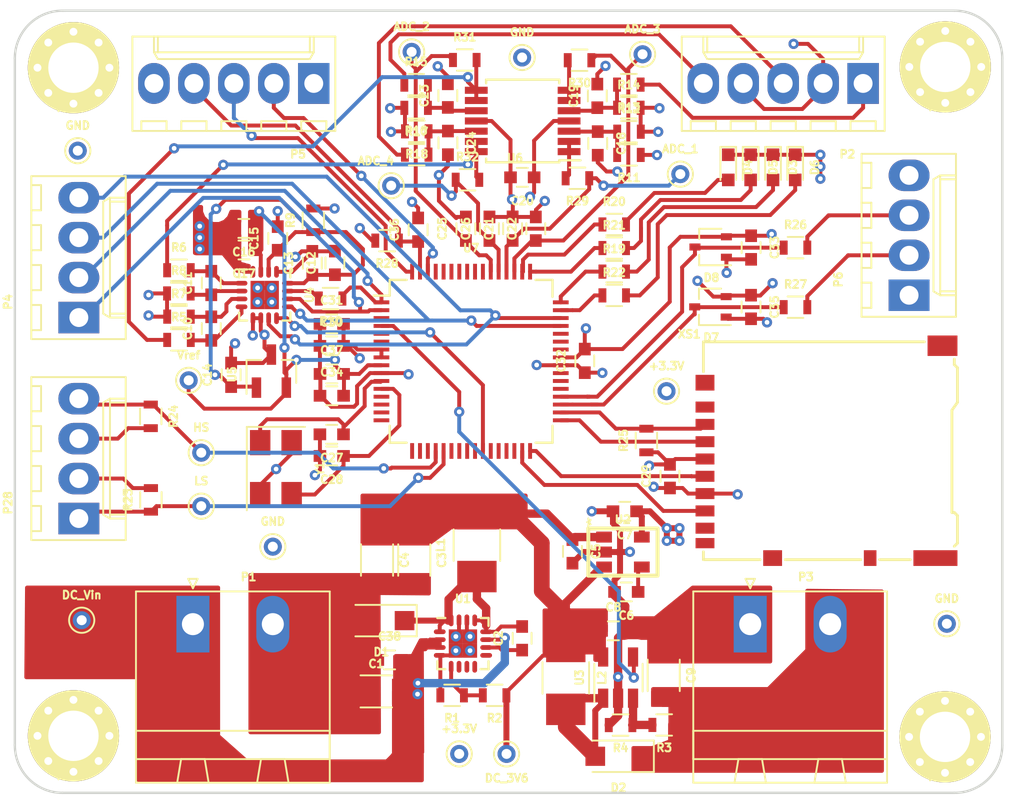
<source format=kicad_pcb>
(kicad_pcb (version 4) (host pcbnew 4.0.2-stable)
  (layers (0 F.Cu signal) (1 GND power) (2 +3.3V power) (31 B.Cu signal) (35 F.Paste user) (37 F.SilkS user) (39 F.Mask user) (44 Edge.Cuts user))
  (net 0 "")
  (net 1 GND)
  (net 2 DC_Vin)
  (net 3 "Net-(C2-Pad1)")
  (net 4 "Net-(C2-Pad2)")
  (net 5 DC_3V6)
  (net 6 "Net-(C6-Pad1)")
  (net 7 +3V3)
  (net 8 +15V)
  (net 9 "Net-(C10-Pad1)")
  (net 10 "Net-(C10-Pad2)")
  (net 11 "Net-(C11-Pad1)")
  (net 12 "Net-(C11-Pad2)")
  (net 13 "Net-(C12-Pad1)")
  (net 14 Vref)
  (net 15 "Net-(C18-Pad1)")
  (net 16 "Net-(C19-Pad1)")
  (net 17 ADC_1)
  (net 18 ADC_3)
  (net 19 "Net-(C23-Pad1)")
  (net 20 "Net-(C24-Pad1)")
  (net 21 ADC_2)
  (net 22 ADC_4)
  (net 23 "Net-(C27-Pad1)")
  (net 24 "Net-(C28-Pad1)")
  (net 25 SWD_RESET)
  (net 26 "Net-(D2-Pad2)")
  (net 27 "Net-(D3-Pad2)")
  (net 28 "Net-(D4-Pad2)")
  (net 29 "Net-(D5-Pad2)")
  (net 30 "Net-(D6-Pad2)")
  (net 31 UART1_TX)
  (net 32 UART1_RX)
  (net 33 V_in_4)
  (net 34 V_in_3)
  (net 35 V_in_2)
  (net 36 SWD_CLK)
  (net 37 SWD_DIO_TGTMCU)
  (net 38 "Net-(P6-Pad2)")
  (net 39 "Net-(P6-Pad3)")
  (net 40 PWM_HS)
  (net 41 PWM_LS)
  (net 42 "Net-(R1-Pad1)")
  (net 43 "Net-(R3-Pad2)")
  (net 44 ADC_SPI1_SDO)
  (net 45 "Net-(R10-Pad2)")
  (net 46 led_red)
  (net 47 led_yel)
  (net 48 led_grn)
  (net 49 led_blu)
  (net 50 uSD_SPI0_CS0)
  (net 51 "Net-(R29-Pad2)")
  (net 52 "Net-(R30-Pad2)")
  (net 53 "Net-(U1-Pad6)")
  (net 54 "Net-(U1-Pad7)")
  (net 55 "Net-(U1-Pad8)")
  (net 56 "Net-(U1-Pad9)")
  (net 57 Boost_Enable)
  (net 58 ADC_SPI1_MOSI_ADC_CH_SEL)
  (net 59 ADC_PDEN)
  (net 60 ADC_SPI1_CS0)
  (net 61 ADC_SPI1_SCLK)
  (net 62 "Net-(U7-Pad3)")
  (net 63 "Net-(U7-Pad5)")
  (net 64 "Net-(U7-Pad6)")
  (net 65 "Net-(U7-Pad13)")
  (net 66 "Net-(U7-Pad14)")
  (net 67 "Net-(U7-Pad15)")
  (net 68 "Net-(U7-Pad16)")
  (net 69 "Net-(U7-Pad17)")
  (net 70 "Net-(U7-Pad18)")
  (net 71 "Net-(U7-Pad19)")
  (net 72 "Net-(U7-Pad22)")
  (net 73 "Net-(U7-Pad23)")
  (net 74 "Net-(U7-Pad24)")
  (net 75 "Net-(U7-Pad29)")
  (net 76 "Net-(U7-Pad30)")
  (net 77 uSD_SPI0_DO)
  (net 78 uSD_SPI0_SCLK)
  (net 79 uSD_SPI0_DI)
  (net 80 "Net-(U7-Pad37)")
  (net 81 "Net-(U7-Pad38)")
  (net 82 "Net-(U7-Pad39)")
  (net 83 "Net-(U7-Pad42)")
  (net 84 "Net-(U7-Pad44)")
  (net 85 "Net-(U7-Pad55)")
  (net 86 "Net-(U7-Pad56)")
  (net 87 "Net-(U7-Pad57)")
  (net 88 "Net-(U7-Pad58)")
  (net 89 "Net-(U7-Pad59)")
  (net 90 "Net-(U7-Pad60)")
  (net 91 "Net-(U7-Pad61)")
  (net 92 "Net-(XS1-Pad8)")
  (net 93 "Net-(XS1-Pad1)")
  (net 94 OpAmp_Out2)
  (net 95 OpAmp_Out4)
  (net 96 "Net-(U7-Pad25)")
  (net 97 "Net-(U7-Pad27)")
  (net 98 "Net-(U7-Pad28)")
  (net 99 "Net-(U7-Pad43)")
  (module Crystals:Crystal_SMD_5032-4pin_5.0x3.2mm (layer F.Cu) (at 153.3468 81.60988 270)
    (fp_text reference Y1 (at 0 -2.8 270) (layer F.SilkS) (effects (font (size 0.5 0.5) (thickness 0.125))))
    (fp_text value ABMM2-8.000MHZ-E2-T)
    (pad 1 smd rect (at -1.65 1 270) (size 1.6 1.3) (layers F.Cu F.Paste F.Mask) (net 23 "Net-(C27-Pad1)"))
    (pad 2 smd rect (at 1.65 1 270) (size 1.6 1.3) (layers F.Cu F.Paste F.Mask) (net 1 GND))
    (pad 3 smd rect (at 1.65 -1 270) (size 1.6 1.3) (layers F.Cu F.Paste F.Mask) (net 24 "Net-(C28-Pad1)"))
    (pad 4 smd rect (at -1.65 -1 270) (size 1.6 1.3) (layers F.Cu F.Paste F.Mask) (net 1 GND))
  )
  (module Housings_DFN_QFN:QFN-16-1EP_3x3mm_Pitch0.5mm (layer F.Cu) (at 152.6347 70.57518 270)
    (fp_text reference U4 (at 0 -2.85 270) (layer F.SilkS) (effects (font (size 0.5 0.5) (thickness 0.125))))
    (fp_text value ADS79XX)
    (pad 1 smd oval (at -1.475 -0.75 270) (size 0.75 0.3) (layers F.Cu F.Paste F.Mask) (net 1 GND))
    (pad 2 smd oval (at -1.475 -0.25 270) (size 0.75 0.3) (layers F.Cu F.Paste F.Mask) (net 13 "Net-(C12-Pad1)"))
    (pad 3 smd oval (at -1.475 0.25 270) (size 0.75 0.3) (layers F.Cu F.Paste F.Mask) (net 14 Vref))
    (pad 4 smd oval (at -1.475 0.75 270) (size 0.75 0.3) (layers F.Cu F.Paste F.Mask) (net 1 GND))
    (pad 5 smd oval (at -0.75 1.475) (size 0.75 0.3) (layers F.Cu F.Paste F.Mask) (net 12 "Net-(C11-Pad2)"))
    (pad 6 smd oval (at -0.25 1.475) (size 0.75 0.3) (layers F.Cu F.Paste F.Mask) (net 11 "Net-(C11-Pad1)"))
    (pad 7 smd oval (at 0.25 1.475) (size 0.75 0.3) (layers F.Cu F.Paste F.Mask) (net 10 "Net-(C10-Pad2)"))
    (pad 8 smd oval (at 0.75 1.475) (size 0.75 0.3) (layers F.Cu F.Paste F.Mask) (net 9 "Net-(C10-Pad1)"))
    (pad 9 smd oval (at 1.475 0.75 270) (size 0.75 0.3) (layers F.Cu F.Paste F.Mask) (net 1 GND))
    (pad 10 smd oval (at 1.475 0.25 270) (size 0.75 0.3) (layers F.Cu F.Paste F.Mask) (net 1 GND))
    (pad 11 smd oval (at 1.475 -0.25 270) (size 0.75 0.3) (layers F.Cu F.Paste F.Mask) (net 58 ADC_SPI1_MOSI_ADC_CH_SEL))
    (pad 12 smd oval (at 1.475 -0.75 270) (size 0.75 0.3) (layers F.Cu F.Paste F.Mask) (net 59 ADC_PDEN))
    (pad 13 smd oval (at 0.75 -1.475) (size 0.75 0.3) (layers F.Cu F.Paste F.Mask) (net 60 ADC_SPI1_CS0))
    (pad 14 smd oval (at 0.25 -1.475) (size 0.75 0.3) (layers F.Cu F.Paste F.Mask) (net 61 ADC_SPI1_SCLK))
    (pad 15 smd oval (at -0.25 -1.475) (size 0.75 0.3) (layers F.Cu F.Paste F.Mask) (net 45 "Net-(R10-Pad2)"))
    (pad 16 smd oval (at -0.75 -1.475) (size 0.75 0.3) (layers F.Cu F.Paste F.Mask) (net 13 "Net-(C12-Pad1)"))
    (pad 4 smd rect (at 0.45 0.45 270) (size 0.9 0.9) (layers F.Cu F.Paste F.Mask) (net 1 GND))
    (pad 4 smd rect (at 0.45 -0.45 270) (size 0.9 0.9) (layers F.Cu F.Paste F.Mask) (net 1 GND))
    (pad 4 smd rect (at -0.45 0.45 270) (size 0.9 0.9) (layers F.Cu F.Paste F.Mask) (net 1 GND))
    (pad 4 smd rect (at -0.45 -0.45 270) (size 0.9 0.9) (layers F.Cu F.Paste F.Mask) (net 1 GND))
  )
  (module Capacitors_SMD:C_0603 (layer F.Cu) (at 173.807336 60.93733 270)
    (fp_text reference C18 (at 0 -1.5 270) (layer F.SilkS) (effects (font (size 0.5 0.5) (thickness 0.125))))
    (fp_text value 180p)
    (pad 1 smd rect (at -0.75 0 270) (size 0.8 0.75) (layers F.Cu F.Paste F.Mask) (net 15 "Net-(C18-Pad1)"))
    (pad 2 smd rect (at 0.75 0 270) (size 0.8 0.75) (layers F.Cu F.Paste F.Mask) (net 1 GND))
  )
  (module Housings_DFN_QFN:QFN-16-1EP_3x3mm_Pitch0.5mm (layer F.Cu) (at 165.237 92.73424)
    (fp_text reference U1 (at 0 -2.85) (layer F.SilkS) (effects (font (size 0.5 0.5) (thickness 0.125))))
    (fp_text value TS30042)
    (pad 1 smd oval (at -1.475 -0.75) (size 0.75 0.3) (layers F.Cu F.Paste F.Mask) (net 4 "Net-(C2-Pad2)"))
    (pad 2 smd oval (at -1.475 -0.25) (size 0.75 0.3) (layers F.Cu F.Paste F.Mask) (net 2 DC_Vin))
    (pad 3 smd oval (at -1.475 0.25) (size 0.75 0.3) (layers F.Cu F.Paste F.Mask) (net 2 DC_Vin))
    (pad 4 smd oval (at -1.475 0.75) (size 0.75 0.3) (layers F.Cu F.Paste F.Mask) (net 1 GND))
    (pad 5 smd oval (at -0.75 1.475 90) (size 0.75 0.3) (layers F.Cu F.Paste F.Mask) (net 42 "Net-(R1-Pad1)"))
    (pad 6 smd oval (at -0.25 1.475 90) (size 0.75 0.3) (layers F.Cu F.Paste F.Mask) (net 53 "Net-(U1-Pad6)"))
    (pad 7 smd oval (at 0.25 1.475 90) (size 0.75 0.3) (layers F.Cu F.Paste F.Mask) (net 54 "Net-(U1-Pad7)"))
    (pad 8 smd oval (at 0.75 1.475 90) (size 0.75 0.3) (layers F.Cu F.Paste F.Mask) (net 55 "Net-(U1-Pad8)"))
    (pad 9 smd oval (at 1.475 0.75) (size 0.75 0.3) (layers F.Cu F.Paste F.Mask) (net 56 "Net-(U1-Pad9)"))
    (pad 10 smd oval (at 1.475 0.25) (size 0.75 0.3) (layers F.Cu F.Paste F.Mask) (net 3 "Net-(C2-Pad1)"))
    (pad 11 smd oval (at 1.475 -0.25) (size 0.75 0.3) (layers F.Cu F.Paste F.Mask) (net 2 DC_Vin))
    (pad 12 smd oval (at 1.475 -0.75) (size 0.75 0.3) (layers F.Cu F.Paste F.Mask) (net 4 "Net-(C2-Pad2)"))
    (pad 13 smd oval (at 0.75 -1.475 90) (size 0.75 0.3) (layers F.Cu F.Paste F.Mask) (net 4 "Net-(C2-Pad2)"))
    (pad 14 smd oval (at 0.25 -1.475 90) (size 0.75 0.3) (layers F.Cu F.Paste F.Mask) (net 1 GND))
    (pad 15 smd oval (at -0.25 -1.475 90) (size 0.75 0.3) (layers F.Cu F.Paste F.Mask) (net 1 GND))
    (pad 16 smd oval (at -0.75 -1.475 90) (size 0.75 0.3) (layers F.Cu F.Paste F.Mask) (net 4 "Net-(C2-Pad2)"))
    (pad 4 smd rect (at 0.45 0.45) (size 0.9 0.9) (layers F.Cu F.Paste F.Mask) (net 1 GND))
    (pad 4 smd rect (at 0.45 -0.45) (size 0.9 0.9) (layers F.Cu F.Paste F.Mask) (net 1 GND))
    (pad 4 smd rect (at -0.45 0.45) (size 0.9 0.9) (layers F.Cu F.Paste F.Mask) (net 1 GND))
    (pad 4 smd rect (at -0.45 -0.45) (size 0.9 0.9) (layers F.Cu F.Paste F.Mask) (net 1 GND))
  )
  (module Capacitors_SMD:C_0603 (layer F.Cu) (at 160.575 93.775)
    (fp_text reference C38 (at 0 -1.5) (layer F.SilkS) (effects (font (size 0.5 0.5) (thickness 0.125))))
    (fp_text value 100n)
    (pad 1 smd rect (at -0.75 0) (size 0.8 0.75) (layers F.Cu F.Paste F.Mask) (net 1 GND))
    (pad 2 smd rect (at 0.75 0) (size 0.8 0.75) (layers F.Cu F.Paste F.Mask) (net 2 DC_Vin))
  )
  (module Connectors_Molex:Molex_KK-6410-04_04x2.54mm_Straight (layer F.Cu) (at 193.6 70.59 90)
    (fp_text reference P6 (at 1 -4.5 90) (layer F.SilkS) (effects (font (size 0.5 0.5) (thickness 0.125))))
    (fp_text value CONN_01X04)
    (pad 1 thru_hole rect (at 0 0 90) (size 2 2.6) (drill 1.2) (layers *.Cu *.Mask) (net 7 +3V3))
    (pad 2 thru_hole oval (at 2.54 0 90) (size 2 2.6) (drill 1.2) (layers *.Cu *.Mask) (net 38 "Net-(P6-Pad2)"))
    (pad 3 thru_hole oval (at 5.08 0 90) (size 2 2.6) (drill 1.2) (layers *.Cu *.Mask) (net 39 "Net-(P6-Pad3)"))
    (pad 4 thru_hole oval (at 7.62 0 90) (size 2 2.6) (drill 1.2) (layers *.Cu *.Mask) (net 1 GND))
  )
  (module Connect:PINTST (layer F.Cu) (at 179.0573 62.8904)
    (fp_text reference ADC_1 (at 0 -1.6) (layer F.SilkS) (effects (font (size 0.5 0.5) (thickness 0.125))))
    (fp_text value CONN_01X01)
    (pad 1 thru_hole circle (at 0 0) (size 1.143 1.143) (drill 0.635) (layers *.Cu *.Mask) (net 17 ADC_1))
  )
  (module Connect:PINTST (layer F.Cu) (at 161.9758 55.118)
    (fp_text reference ADC_2 (at 0 -1.6) (layer F.SilkS) (effects (font (size 0.5 0.5) (thickness 0.125))))
    (fp_text value CONN_01X01)
    (pad 1 thru_hole circle (at 0 0) (size 1.143 1.143) (drill 0.635) (layers *.Cu *.Mask) (net 21 ADC_2))
  )
  (module .pretty:3mm_holes (layer F.Cu) (at 140.475 98.6)
    (fp_text reference REF** (at 0 2.54) (layer F.SilkS) (effects (font (size 0.5 0.5) (thickness 0.125))))
    (fp_text value 3mm_holes)
    (pad 1 thru_hole circle (at 0 0) (size 5.8 5.8) (drill 3.2) (layers *.Cu *.Mask F.SilkS))
    (pad 1 thru_hole circle (at 0 -2.286) (size 0.5 0.5) (drill 0.5) (layers *.Cu *.Mask F.SilkS))
    (pad 1 thru_hole circle (at -2.286 0) (size 0.5 0.5) (drill 0.5) (layers *.Cu *.Mask F.SilkS))
    (pad 1 thru_hole circle (at 1.6 -1.6) (size 0.5 0.5) (drill 0.5) (layers *.Cu *.Mask F.SilkS))
    (pad 1 thru_hole circle (at 2.286 0) (size 0.5 0.5) (drill 0.5) (layers *.Cu *.Mask F.SilkS))
    (pad 1 thru_hole circle (at -1.6 -1.6) (size 0.5 0.5) (drill 0.5) (layers *.Cu *.Mask F.SilkS))
    (pad 1 thru_hole circle (at -1.6 1.6) (size 0.5 0.5) (drill 0.5) (layers *.Cu *.Mask F.SilkS))
    (pad 1 thru_hole circle (at 0 2.286) (size 0.5 0.5) (drill 0.5) (layers *.Cu *.Mask F.SilkS))
    (pad 1 thru_hole circle (at 1.6 1.6) (size 0.5 0.5) (drill 0.5) (layers *.Cu *.Mask F.SilkS))
  )
  (module .pretty:3mm_holes (layer F.Cu) (at 140.475 56.125)
    (fp_text reference REF** (at 0 2.54) (layer F.SilkS) (effects (font (size 0.5 0.5) (thickness 0.125))))
    (fp_text value 3mm_holes)
    (pad 1 thru_hole circle (at 0 0) (size 5.8 5.8) (drill 3.2) (layers *.Cu *.Mask F.SilkS))
    (pad 1 thru_hole circle (at 0 -2.286) (size 0.5 0.5) (drill 0.5) (layers *.Cu *.Mask F.SilkS))
    (pad 1 thru_hole circle (at -2.286 0) (size 0.5 0.5) (drill 0.5) (layers *.Cu *.Mask F.SilkS))
    (pad 1 thru_hole circle (at 1.6 -1.6) (size 0.5 0.5) (drill 0.5) (layers *.Cu *.Mask F.SilkS))
    (pad 1 thru_hole circle (at 2.286 0) (size 0.5 0.5) (drill 0.5) (layers *.Cu *.Mask F.SilkS))
    (pad 1 thru_hole circle (at -1.6 -1.6) (size 0.5 0.5) (drill 0.5) (layers *.Cu *.Mask F.SilkS))
    (pad 1 thru_hole circle (at -1.6 1.6) (size 0.5 0.5) (drill 0.5) (layers *.Cu *.Mask F.SilkS))
    (pad 1 thru_hole circle (at 0 2.286) (size 0.5 0.5) (drill 0.5) (layers *.Cu *.Mask F.SilkS))
    (pad 1 thru_hole circle (at 1.6 1.6) (size 0.5 0.5) (drill 0.5) (layers *.Cu *.Mask F.SilkS))
  )
  (module .pretty:3mm_holes (layer F.Cu) (at 195.8848 98.6663)
    (fp_text reference REF** (at 0 2.54) (layer F.SilkS) (effects (font (size 0.5 0.5) (thickness 0.125))))
    (fp_text value 3mm_holes)
    (pad 1 thru_hole circle (at 0 0) (size 5.8 5.8) (drill 3.2) (layers *.Cu *.Mask F.SilkS))
    (pad 1 thru_hole circle (at 0 -2.286) (size 0.5 0.5) (drill 0.5) (layers *.Cu *.Mask F.SilkS))
    (pad 1 thru_hole circle (at -2.286 0) (size 0.5 0.5) (drill 0.5) (layers *.Cu *.Mask F.SilkS))
    (pad 1 thru_hole circle (at 1.6 -1.6) (size 0.5 0.5) (drill 0.5) (layers *.Cu *.Mask F.SilkS))
    (pad 1 thru_hole circle (at 2.286 0) (size 0.5 0.5) (drill 0.5) (layers *.Cu *.Mask F.SilkS))
    (pad 1 thru_hole circle (at -1.6 -1.6) (size 0.5 0.5) (drill 0.5) (layers *.Cu *.Mask F.SilkS))
    (pad 1 thru_hole circle (at -1.6 1.6) (size 0.5 0.5) (drill 0.5) (layers *.Cu *.Mask F.SilkS))
    (pad 1 thru_hole circle (at 0 2.286) (size 0.5 0.5) (drill 0.5) (layers *.Cu *.Mask F.SilkS))
    (pad 1 thru_hole circle (at 1.6 1.6) (size 0.5 0.5) (drill 0.5) (layers *.Cu *.Mask F.SilkS))
  )
  (module Connectors_Molex:Molex_KK-6410-05_05x2.54mm_Straight (layer F.Cu) (at 190.6778 57.1246 180)
    (fp_text reference P2 (at 1 -4.5 180) (layer F.SilkS) (effects (font (size 0.5 0.5) (thickness 0.125))))
    (fp_text value CONN_01X04)
    (pad 1 thru_hole rect (at 0 0 180) (size 2 2.6) (drill 1.2) (layers *.Cu *.Mask) (net 34 V_in_3))
    (pad 2 thru_hole oval (at 2.54 0 180) (size 2 2.6) (drill 1.2) (layers *.Cu *.Mask) (net 1 GND))
    (pad 3 thru_hole oval (at 5.08 0 180) (size 2 2.6) (drill 1.2) (layers *.Cu *.Mask) (net 33 V_in_4))
    (pad 4 thru_hole oval (at 7.62 0 180) (size 2 2.6) (drill 1.2) (layers *.Cu *.Mask) (net 1 GND))
    (pad 5 thru_hole oval (at 10.16 0 180) (size 2 2.6) (drill 1.2) (layers *.Cu *.Mask) (net 35 V_in_2))
  )
  (module Capacitors_SMD:C_1206 (layer F.Cu) (at 159.725 95.775)
    (fp_text reference C1 (at 0 -1.75) (layer F.SilkS) (effects (font (size 0.5 0.5) (thickness 0.125))))
    (fp_text value 10u)
    (pad 1 smd rect (at -1.5 0) (size 1 1.6) (layers F.Cu F.Paste F.Mask) (net 1 GND))
    (pad 2 smd rect (at 1.5 0) (size 1 1.6) (layers F.Cu F.Paste F.Mask) (net 2 DC_Vin))
  )
  (module Capacitors_SMD:C_0603 (layer F.Cu) (at 169 92.4 90)
    (fp_text reference C2 (at 0 -1.5 90) (layer F.SilkS) (effects (font (size 0.5 0.5) (thickness 0.125))))
    (fp_text value 100n)
    (pad 1 smd rect (at -0.75 0 90) (size 0.8 0.75) (layers F.Cu F.Paste F.Mask) (net 3 "Net-(C2-Pad1)"))
    (pad 2 smd rect (at 0.75 0 90) (size 0.8 0.75) (layers F.Cu F.Paste F.Mask) (net 4 "Net-(C2-Pad2)"))
  )
  (module Capacitors_SMD:C_1206 (layer F.Cu) (at 162.142286 87.425 270)
    (fp_text reference C3 (at 0 -1.75 270) (layer F.SilkS) (effects (font (size 0.5 0.5) (thickness 0.125))))
    (fp_text value 22u)
    (pad 1 smd rect (at -1.5 0 270) (size 1 1.6) (layers F.Cu F.Paste F.Mask) (net 5 DC_3V6))
    (pad 2 smd rect (at 1.5 0 270) (size 1 1.6) (layers F.Cu F.Paste F.Mask) (net 1 GND))
  )
  (module Capacitors_SMD:C_1206 (layer F.Cu) (at 159.775 87.425 270)
    (fp_text reference C4 (at 0 -1.75 270) (layer F.SilkS) (effects (font (size 0.5 0.5) (thickness 0.125))))
    (fp_text value 22u)
    (pad 1 smd rect (at -1.5 0 270) (size 1 1.6) (layers F.Cu F.Paste F.Mask) (net 5 DC_3V6))
    (pad 2 smd rect (at 1.5 0 270) (size 1 1.6) (layers F.Cu F.Paste F.Mask) (net 1 GND))
  )
  (module Capacitors_SMD:C_0603 (layer F.Cu) (at 172.2 86.875 270)
    (fp_text reference C5 (at 0 -1.5 270) (layer F.SilkS) (effects (font (size 0.5 0.5) (thickness 0.125))))
    (fp_text value 1u)
    (pad 1 smd rect (at -0.75 0 270) (size 0.8 0.75) (layers F.Cu F.Paste F.Mask) (net 5 DC_3V6))
    (pad 2 smd rect (at 0.75 0 270) (size 0.8 0.75) (layers F.Cu F.Paste F.Mask) (net 1 GND))
  )
  (module Capacitors_SMD:C_0603 (layer F.Cu) (at 175.625 89.45 180)
    (fp_text reference C6 (at 0 -1.5 180) (layer F.SilkS) (effects (font (size 0.5 0.5) (thickness 0.125))))
    (fp_text value 10n)
    (pad 1 smd rect (at -0.75 0 180) (size 0.8 0.75) (layers F.Cu F.Paste F.Mask) (net 6 "Net-(C6-Pad1)"))
    (pad 2 smd rect (at 0.75 0 180) (size 0.8 0.75) (layers F.Cu F.Paste F.Mask) (net 1 GND))
  )
  (module Capacitors_SMD:C_0603 (layer F.Cu) (at 175.525 84.325 180)
    (fp_text reference C7 (at 0 -1.5 180) (layer F.SilkS) (effects (font (size 0.5 0.5) (thickness 0.125))))
    (fp_text value 1u)
    (pad 1 smd rect (at -0.75 0 180) (size 0.8 0.75) (layers F.Cu F.Paste F.Mask) (net 7 +3V3))
    (pad 2 smd rect (at 0.75 0 180) (size 0.8 0.75) (layers F.Cu F.Paste F.Mask) (net 1 GND))
  )
  (module Capacitors_SMD:C_0603 (layer F.Cu) (at 174.800589 91.924735)
    (fp_text reference C8 (at 0 -1.5) (layer F.SilkS) (effects (font (size 0.5 0.5) (thickness 0.125))))
    (fp_text value 2.2u)
    (pad 1 smd rect (at -0.75 0) (size 0.8 0.75) (layers F.Cu F.Paste F.Mask) (net 5 DC_3V6))
    (pad 2 smd rect (at 0.75 0) (size 0.8 0.75) (layers F.Cu F.Paste F.Mask) (net 1 GND))
  )
  (module Capacitors_SMD:C_1206 (layer F.Cu) (at 178.000989 94.756835 270)
    (fp_text reference C9 (at 0 -1.75 270) (layer F.SilkS) (effects (font (size 0.5 0.5) (thickness 0.125))))
    (fp_text value 10u)
    (pad 1 smd rect (at -1.5 0 270) (size 1 1.6) (layers F.Cu F.Paste F.Mask) (net 1 GND))
    (pad 2 smd rect (at 1.5 0 270) (size 1 1.6) (layers F.Cu F.Paste F.Mask) (net 8 +15V))
  )
  (module Capacitors_SMD:C_0603 (layer F.Cu) (at 149.2366 72.7109 90)
    (fp_text reference C10 (at 0 -1.5 90) (layer F.SilkS) (effects (font (size 0.5 0.5) (thickness 0.125))))
    (fp_text value 470p)
    (pad 1 smd rect (at -0.75 0 90) (size 0.8 0.75) (layers F.Cu F.Paste F.Mask) (net 9 "Net-(C10-Pad1)"))
    (pad 2 smd rect (at 0.75 0 90) (size 0.8 0.75) (layers F.Cu F.Paste F.Mask) (net 10 "Net-(C10-Pad2)"))
  )
  (module Capacitors_SMD:C_0603 (layer F.Cu) (at 149.2366 69.81276 90)
    (fp_text reference C11 (at 0 -1.5 90) (layer F.SilkS) (effects (font (size 0.5 0.5) (thickness 0.125))))
    (fp_text value 470p)
    (pad 1 smd rect (at -0.75 0 90) (size 0.8 0.75) (layers F.Cu F.Paste F.Mask) (net 11 "Net-(C11-Pad1)"))
    (pad 2 smd rect (at 0.75 0 90) (size 0.8 0.75) (layers F.Cu F.Paste F.Mask) (net 12 "Net-(C11-Pad2)"))
  )
  (module Capacitors_SMD:C_0603 (layer F.Cu) (at 157.0979 68.53564 90)
    (fp_text reference C12 (at 0 -1.5 90) (layer F.SilkS) (effects (font (size 0.5 0.5) (thickness 0.125))))
    (fp_text value 1u)
    (pad 1 smd rect (at -0.75 0 90) (size 0.8 0.75) (layers F.Cu F.Paste F.Mask) (net 13 "Net-(C12-Pad1)"))
    (pad 2 smd rect (at 0.75 0 90) (size 0.8 0.75) (layers F.Cu F.Paste F.Mask) (net 1 GND))
  )
  (module Capacitors_SMD:C_0603 (layer F.Cu) (at 155.66026 68.5465 90)
    (fp_text reference C13 (at 0 -1.5 90) (layer F.SilkS) (effects (font (size 0.5 0.5) (thickness 0.125))))
    (fp_text value 100n)
    (pad 1 smd rect (at -0.75 0 90) (size 0.8 0.75) (layers F.Cu F.Paste F.Mask) (net 13 "Net-(C12-Pad1)"))
    (pad 2 smd rect (at 0.75 0 90) (size 0.8 0.75) (layers F.Cu F.Paste F.Mask) (net 1 GND))
  )
  (module Capacitors_SMD:C_0603 (layer F.Cu) (at 150.5 75.65 90)
    (fp_text reference C14 (at 0 -1.5 90) (layer F.SilkS) (effects (font (size 0.5 0.5) (thickness 0.125))))
    (fp_text value 470n)
    (pad 1 smd rect (at -0.75 0 90) (size 0.8 0.75) (layers F.Cu F.Paste F.Mask) (net 13 "Net-(C12-Pad1)"))
    (pad 2 smd rect (at 0.75 0 90) (size 0.8 0.75) (layers F.Cu F.Paste F.Mask) (net 1 GND))
  )
  (module Capacitors_SMD:C_0603 (layer F.Cu) (at 153.46316 66.97812 90)
    (fp_text reference C15 (at 0 -1.5 90) (layer F.SilkS) (effects (font (size 0.5 0.5) (thickness 0.125))))
    (fp_text value 1u)
    (pad 1 smd rect (at -0.75 0 90) (size 0.8 0.75) (layers F.Cu F.Paste F.Mask) (net 13 "Net-(C12-Pad1)"))
    (pad 2 smd rect (at 0.75 0 90) (size 0.8 0.75) (layers F.Cu F.Paste F.Mask) (net 1 GND))
  )
  (module Capacitors_SMD:C_0603 (layer F.Cu) (at 151.30854 66.34058 180)
    (fp_text reference C16 (at 0 -1.5 180) (layer F.SilkS) (effects (font (size 0.5 0.5) (thickness 0.125))))
    (fp_text value 10u)
    (pad 1 smd rect (at -0.75 0 180) (size 0.8 0.75) (layers F.Cu F.Paste F.Mask) (net 14 Vref))
    (pad 2 smd rect (at 0.75 0 180) (size 0.8 0.75) (layers F.Cu F.Paste F.Mask) (net 1 GND))
  )
  (module Capacitors_SMD:C_0603 (layer F.Cu) (at 151.31686 67.71472 180)
    (fp_text reference C17 (at 0 -1.5 180) (layer F.SilkS) (effects (font (size 0.5 0.5) (thickness 0.125))))
    (fp_text value 100n)
    (pad 1 smd rect (at -0.75 0 180) (size 0.8 0.75) (layers F.Cu F.Paste F.Mask) (net 14 Vref))
    (pad 2 smd rect (at 0.75 0 180) (size 0.8 0.75) (layers F.Cu F.Paste F.Mask) (net 1 GND))
  )
  (module Capacitors_SMD:C_0603 (layer F.Cu) (at 173.779396 57.91727 90)
    (fp_text reference C19 (at 0 -1.5 90) (layer F.SilkS) (effects (font (size 0.5 0.5) (thickness 0.125))))
    (fp_text value 180p)
    (pad 1 smd rect (at -0.75 0 90) (size 0.8 0.75) (layers F.Cu F.Paste F.Mask) (net 16 "Net-(C19-Pad1)"))
    (pad 2 smd rect (at 0.75 0 90) (size 0.8 0.75) (layers F.Cu F.Paste F.Mask) (net 1 GND))
  )
  (module Capacitors_SMD:C_0603 (layer F.Cu) (at 169.011816 63.09379 180)
    (fp_text reference C20 (at 0 -1.5 180) (layer F.SilkS) (effects (font (size 0.5 0.5) (thickness 0.125))))
    (fp_text value 100n)
    (pad 1 smd rect (at -0.75 0 180) (size 0.8 0.75) (layers F.Cu F.Paste F.Mask) (net 7 +3V3))
    (pad 2 smd rect (at 0.75 0 180) (size 0.8 0.75) (layers F.Cu F.Paste F.Mask) (net 1 GND))
  )
  (module Capacitors_SMD:C_0603 (layer F.Cu) (at 168.3955 66.35756 90)
    (fp_text reference C21 (at 0 -1.5 90) (layer F.SilkS) (effects (font (size 0.5 0.5) (thickness 0.125))))
    (fp_text value 18p)
    (pad 1 smd rect (at -0.75 0 90) (size 0.8 0.75) (layers F.Cu F.Paste F.Mask) (net 17 ADC_1))
    (pad 2 smd rect (at 0.75 0 90) (size 0.8 0.75) (layers F.Cu F.Paste F.Mask) (net 1 GND))
  )
  (module Capacitors_SMD:C_0603 (layer F.Cu) (at 169.8687 66.36264 90)
    (fp_text reference C22 (at 0 -1.5 90) (layer F.SilkS) (effects (font (size 0.5 0.5) (thickness 0.125))))
    (fp_text value 18p)
    (pad 1 smd rect (at -0.75 0 90) (size 0.8 0.75) (layers F.Cu F.Paste F.Mask) (net 18 ADC_3))
    (pad 2 smd rect (at 0.75 0 90) (size 0.8 0.75) (layers F.Cu F.Paste F.Mask) (net 1 GND))
  )
  (module Capacitors_SMD:C_0603 (layer F.Cu) (at 164.277256 57.89949 90)
    (fp_text reference C23 (at 0 -1.5 90) (layer F.SilkS) (effects (font (size 0.5 0.5) (thickness 0.125))))
    (fp_text value 180p)
    (pad 1 smd rect (at -0.75 0 90) (size 0.8 0.75) (layers F.Cu F.Paste F.Mask) (net 19 "Net-(C23-Pad1)"))
    (pad 2 smd rect (at 0.75 0 90) (size 0.8 0.75) (layers F.Cu F.Paste F.Mask) (net 1 GND))
  )
  (module Capacitors_SMD:C_0603 (layer F.Cu) (at 164.282336 60.90177 270)
    (fp_text reference C24 (at 0 -1.5 270) (layer F.SilkS) (effects (font (size 0.5 0.5) (thickness 0.125))))
    (fp_text value 180p)
    (pad 1 smd rect (at -0.75 0 270) (size 0.8 0.75) (layers F.Cu F.Paste F.Mask) (net 20 "Net-(C24-Pad1)"))
    (pad 2 smd rect (at 0.75 0 270) (size 0.8 0.75) (layers F.Cu F.Paste F.Mask) (net 1 GND))
  )
  (module Capacitors_SMD:C_0603 (layer F.Cu) (at 165.4237 66.36264 90)
    (fp_text reference C25 (at 0 -1.5 90) (layer F.SilkS) (effects (font (size 0.5 0.5) (thickness 0.125))))
    (fp_text value 18p)
    (pad 1 smd rect (at -0.75 0 90) (size 0.8 0.75) (layers F.Cu F.Paste F.Mask) (net 21 ADC_2))
    (pad 2 smd rect (at 0.75 0 90) (size 0.8 0.75) (layers F.Cu F.Paste F.Mask) (net 1 GND))
  )
  (module Capacitors_SMD:C_0603 (layer F.Cu) (at 166.9223 66.3608 90)
    (fp_text reference C26 (at 0 -1.5 90) (layer F.SilkS) (effects (font (size 0.5 0.5) (thickness 0.125))))
    (fp_text value 18p)
    (pad 1 smd rect (at -0.75 0 90) (size 0.8 0.75) (layers F.Cu F.Paste F.Mask) (net 22 ADC_4))
    (pad 2 smd rect (at 0.75 0 90) (size 0.8 0.75) (layers F.Cu F.Paste F.Mask) (net 1 GND))
  )
  (module Capacitors_SMD:C_0603 (layer F.Cu) (at 156.8933 79.4331 180)
    (fp_text reference C27 (at 0 -1.5 180) (layer F.SilkS) (effects (font (size 0.5 0.5) (thickness 0.125))))
    (fp_text value 18p)
    (pad 1 smd rect (at -0.75 0 180) (size 0.8 0.75) (layers F.Cu F.Paste F.Mask) (net 23 "Net-(C27-Pad1)"))
    (pad 2 smd rect (at 0.75 0 180) (size 0.8 0.75) (layers F.Cu F.Paste F.Mask) (net 1 GND))
  )
  (module Capacitors_SMD:C_0603 (layer F.Cu) (at 156.89584 80.80724 180)
    (fp_text reference C28 (at 0 -1.5 180) (layer F.SilkS) (effects (font (size 0.5 0.5) (thickness 0.125))))
    (fp_text value 18p)
    (pad 1 smd rect (at -0.75 0 180) (size 0.8 0.75) (layers F.Cu F.Paste F.Mask) (net 24 "Net-(C28-Pad1)"))
    (pad 2 smd rect (at 0.75 0 180) (size 0.8 0.75) (layers F.Cu F.Paste F.Mask) (net 1 GND))
  )
  (module Capacitors_SMD:C_0603 (layer F.Cu) (at 178.398 82.0935 90)
    (fp_text reference C29 (at 0 -1.5 90) (layer F.SilkS) (effects (font (size 0.5 0.5) (thickness 0.125))))
    (fp_text value 100n)
    (pad 1 smd rect (at -0.75 0 90) (size 0.8 0.75) (layers F.Cu F.Paste F.Mask) (net 1 GND))
    (pad 2 smd rect (at 0.75 0 90) (size 0.8 0.75) (layers F.Cu F.Paste F.Mask) (net 7 +3V3))
  )
  (module Capacitors_SMD:C_0603 (layer F.Cu) (at 156.896214 73.808354)
    (fp_text reference C30 (at 0 -1.5) (layer F.SilkS) (effects (font (size 0.5 0.5) (thickness 0.125))))
    (fp_text value 100n)
    (pad 1 smd rect (at -0.75 0) (size 0.8 0.75) (layers F.Cu F.Paste F.Mask) (net 1 GND))
    (pad 2 smd rect (at 0.75 0) (size 0.8 0.75) (layers F.Cu F.Paste F.Mask) (net 7 +3V3))
  )
  (module Capacitors_SMD:C_0603 (layer F.Cu) (at 156.896914 72.411354)
    (fp_text reference C31 (at 0 -1.5) (layer F.SilkS) (effects (font (size 0.5 0.5) (thickness 0.125))))
    (fp_text value 100n)
    (pad 1 smd rect (at -0.75 0) (size 0.8 0.75) (layers F.Cu F.Paste F.Mask) (net 1 GND))
    (pad 2 smd rect (at 0.75 0) (size 0.8 0.75) (layers F.Cu F.Paste F.Mask) (net 7 +3V3))
  )
  (module Capacitors_SMD:C_0603 (layer F.Cu) (at 172.98274 74.76242 90)
    (fp_text reference C32 (at 0 -1.5 90) (layer F.SilkS) (effects (font (size 0.5 0.5) (thickness 0.125))))
    (fp_text value 100n)
    (pad 1 smd rect (at -0.75 0 90) (size 0.8 0.75) (layers F.Cu F.Paste F.Mask) (net 1 GND))
    (pad 2 smd rect (at 0.75 0 90) (size 0.8 0.75) (layers F.Cu F.Paste F.Mask) (net 7 +3V3))
  )
  (module Capacitors_SMD:C_0603 (layer F.Cu) (at 183.55696 67.5575 270)
    (fp_text reference C33 (at 0 -1.5 270) (layer F.SilkS) (effects (font (size 0.5 0.5) (thickness 0.125))))
    (fp_text value 100n)
    (pad 1 smd rect (at -0.75 0 270) (size 0.8 0.75) (layers F.Cu F.Paste F.Mask) (net 7 +3V3))
    (pad 2 smd rect (at 0.75 0 270) (size 0.8 0.75) (layers F.Cu F.Paste F.Mask) (net 1 GND))
  )
  (module Capacitors_SMD:C_0603 (layer F.Cu) (at 156.9 76.980519)
    (fp_text reference C34 (at 0 -1.5) (layer F.SilkS) (effects (font (size 0.5 0.5) (thickness 0.125))))
    (fp_text value 1n)
    (pad 1 smd rect (at -0.75 0) (size 0.8 0.75) (layers F.Cu F.Paste F.Mask) (net 1 GND))
    (pad 2 smd rect (at 0.75 0) (size 0.8 0.75) (layers F.Cu F.Paste F.Mask) (net 14 Vref))
  )
  (module Capacitors_SMD:C_0603 (layer F.Cu) (at 183.55188 71.33702 270)
    (fp_text reference C35 (at 0 -1.5 270) (layer F.SilkS) (effects (font (size 0.5 0.5) (thickness 0.125))))
    (fp_text value 100n)
    (pad 1 smd rect (at -0.75 0 270) (size 0.8 0.75) (layers F.Cu F.Paste F.Mask) (net 7 +3V3))
    (pad 2 smd rect (at 0.75 0 270) (size 0.8 0.75) (layers F.Cu F.Paste F.Mask) (net 1 GND))
  )
  (module Capacitors_SMD:C_0603 (layer F.Cu) (at 162.3884 66.42614 90)
    (fp_text reference C36 (at 0 -1.5 90) (layer F.SilkS) (effects (font (size 0.5 0.5) (thickness 0.125))))
    (fp_text value 100n)
    (pad 1 smd rect (at -0.75 0 90) (size 0.8 0.75) (layers F.Cu F.Paste F.Mask) (net 25 SWD_RESET))
    (pad 2 smd rect (at 0.75 0 90) (size 0.8 0.75) (layers F.Cu F.Paste F.Mask) (net 1 GND))
  )
  (module Capacitors_SMD:C_0603 (layer F.Cu) (at 156.9 75.593679)
    (fp_text reference C37 (at 0 -1.5) (layer F.SilkS) (effects (font (size 0.5 0.5) (thickness 0.125))))
    (fp_text value 10n)
    (pad 1 smd rect (at -0.75 0) (size 0.8 0.75) (layers F.Cu F.Paste F.Mask) (net 1 GND))
    (pad 2 smd rect (at 0.75 0) (size 0.8 0.75) (layers F.Cu F.Paste F.Mask) (net 14 Vref))
  )
  (module .pretty:D_SOD-123 (layer F.Cu) (at 160.05 91.275 180)
    (fp_text reference D1 (at 0 -2 180) (layer F.SilkS) (effects (font (size 0.5 0.5) (thickness 0.125))))
    (fp_text value D_Schottky_Small)
    (pad 1 smd rect (at -1.475 0 180) (size 1.25 1.22) (layers F.Cu F.Paste F.Mask) (net 4 "Net-(C2-Pad2)"))
    (pad 2 smd rect (at 1.475 0 180) (size 1.25 1.22) (layers F.Cu F.Paste F.Mask) (net 1 GND))
  )
  (module .pretty:D_SOD-123 (layer F.Cu) (at 175.125 99.9 180)
    (fp_text reference D2 (at 0 -2 180) (layer F.SilkS) (effects (font (size 0.5 0.5) (thickness 0.125))))
    (fp_text value Sch.)
    (pad 1 smd rect (at -1.475 0 180) (size 1.25 1.22) (layers F.Cu F.Paste F.Mask) (net 8 +15V))
    (pad 2 smd rect (at 1.475 0 180) (size 1.25 1.22) (layers F.Cu F.Paste F.Mask) (net 26 "Net-(D2-Pad2)"))
  )
  (module LEDs:LED_0603 (layer F.Cu) (at 184.9501 62.4585 270)
    (fp_text reference D3 (at 0 -1.25 270) (layer F.SilkS) (effects (font (size 0.5 0.5) (thickness 0.125))))
    (fp_text value red)
    (pad 2 smd rect (at 0.8 0 90) (size 0.8 0.8) (layers F.Cu F.Paste F.Mask) (net 27 "Net-(D3-Pad2)"))
    (pad 1 smd rect (at -0.8 0 90) (size 0.8 0.8) (layers F.Cu F.Paste F.Mask) (net 1 GND))
  )
  (module LEDs:LED_0603 (layer F.Cu) (at 182.1053 62.4587 270)
    (fp_text reference D4 (at 0 -1.25 270) (layer F.SilkS) (effects (font (size 0.5 0.5) (thickness 0.125))))
    (fp_text value yel)
    (pad 2 smd rect (at 0.8 0 90) (size 0.8 0.8) (layers F.Cu F.Paste F.Mask) (net 28 "Net-(D4-Pad2)"))
    (pad 1 smd rect (at -0.8 0 90) (size 0.8 0.8) (layers F.Cu F.Paste F.Mask) (net 1 GND))
  )
  (module LEDs:LED_0603 (layer F.Cu) (at 183.5277 62.4586 270)
    (fp_text reference D5 (at 0.001551 -1.430401 270) (layer F.SilkS) (effects (font (size 0.5 0.5) (thickness 0.125))))
    (fp_text value grn)
    (pad 2 smd rect (at 0.8 0 90) (size 0.8 0.8) (layers F.Cu F.Paste F.Mask) (net 29 "Net-(D5-Pad2)"))
    (pad 1 smd rect (at -0.8 0 90) (size 0.8 0.8) (layers F.Cu F.Paste F.Mask) (net 1 GND))
  )
  (module LEDs:LED_0603 (layer F.Cu) (at 186.3598 62.4587 270)
    (fp_text reference D6 (at 0 -1.25 270) (layer F.SilkS) (effects (font (size 0.5 0.5) (thickness 0.125))))
    (fp_text value ble)
    (pad 2 smd rect (at 0.8 0 90) (size 0.8 0.8) (layers F.Cu F.Paste F.Mask) (net 30 "Net-(D6-Pad2)"))
    (pad 1 smd rect (at -0.8 0 90) (size 0.8 0.8) (layers F.Cu F.Paste F.Mask) (net 1 GND))
  )
  (module TO_SOT_Packages_SMD:SOT-323_SC-70 (layer F.Cu) (at 180.97048 71.3287 180)
    (fp_text reference D7 (at -0.05 -1.95 180) (layer F.SilkS) (effects (font (size 0.5 0.5) (thickness 0.125))))
    (fp_text value BAT54SW)
    (pad 1 smd rect (at -1 -0.65 90) (size 0.45 0.7) (layers F.Cu F.Paste F.Mask) (net 1 GND))
    (pad 2 smd rect (at -1 0.65 90) (size 0.45 0.7) (layers F.Cu F.Paste F.Mask) (net 7 +3V3))
    (pad 3 smd rect (at 1 0 90) (size 0.45 0.7) (layers F.Cu F.Paste F.Mask) (net 31 UART1_TX))
  )
  (module TO_SOT_Packages_SMD:SOT-323_SC-70 (layer F.Cu) (at 180.98648 67.52378 180)
    (fp_text reference D8 (at -0.05 -1.95 180) (layer F.SilkS) (effects (font (size 0.5 0.5) (thickness 0.125))))
    (fp_text value BAT54SW)
    (pad 1 smd rect (at -1 -0.65 90) (size 0.45 0.7) (layers F.Cu F.Paste F.Mask) (net 1 GND))
    (pad 2 smd rect (at -1 0.65 90) (size 0.45 0.7) (layers F.Cu F.Paste F.Mask) (net 7 +3V3))
    (pad 3 smd rect (at 1 0 90) (size 0.45 0.7) (layers F.Cu F.Paste F.Mask) (net 32 UART1_RX))
  )
  (module Resistors_SMD:R_1210_HandSoldering (layer F.Cu) (at 166.125 86.475 90)
    (fp_text reference L1 (at 0 -2.3 90) (layer F.SilkS) (effects (font (size 0.5 0.5) (thickness 0.125))))
    (fp_text value 4.7u)
    (pad 1 smd rect (at -2 0 90) (size 2 2.5) (layers F.Cu F.Paste F.Mask) (net 4 "Net-(C2-Pad2)"))
    (pad 2 smd rect (at 2 0 90) (size 2 2.5) (layers F.Cu F.Paste F.Mask) (net 5 DC_3V6))
  )
  (module Resistors_SMD:R_1210_HandSoldering (layer F.Cu) (at 171.775449 94.916855 270)
    (fp_text reference L2 (at 0 -2.3 270) (layer F.SilkS) (effects (font (size 0.5 0.5) (thickness 0.125))))
    (fp_text value 10u)
    (pad 1 smd rect (at -2 0 270) (size 2 2.5) (layers F.Cu F.Paste F.Mask) (net 5 DC_3V6))
    (pad 2 smd rect (at 2 0 270) (size 2 2.5) (layers F.Cu F.Paste F.Mask) (net 26 "Net-(D2-Pad2)"))
  )
  (module Connectors_Phoenix:PhoenixContact_MSTBA-G_02x5.08mm_Angled (layer F.Cu) (at 148.07 91.5)
    (fp_text reference P1 (at 3.54 -3) (layer F.SilkS) (effects (font (size 0.5 0.5) (thickness 0.125))))
    (fp_text value CONN_01X02)
    (pad 1 thru_hole rect (at 0 0) (size 2.1 3.6) (drill 1.4) (layers *.Cu *.Mask) (net 2 DC_Vin))
    (pad 2 thru_hole oval (at 5.08 0) (size 2.1 3.6) (drill 1.4) (layers *.Cu *.Mask) (net 1 GND))
  )
  (module Connectors_Molex:Molex_KK-6410-05_05x2.54mm_Straight (layer F.Cu) (at 155.7528 57.1246 180)
    (fp_text reference P5 (at 1 -4.5 180) (layer F.SilkS) (effects (font (size 0.5 0.5) (thickness 0.125))))
    (fp_text value CONN_01X05)
    (pad 1 thru_hole rect (at 0 0 180) (size 2 2.6) (drill 1.2) (layers *.Cu *.Mask) (net 7 +3V3))
    (pad 2 thru_hole oval (at 2.54 0 180) (size 2 2.6) (drill 1.2) (layers *.Cu *.Mask) (net 36 SWD_CLK))
    (pad 3 thru_hole oval (at 5.08 0 180) (size 2 2.6) (drill 1.2) (layers *.Cu *.Mask) (net 37 SWD_DIO_TGTMCU))
    (pad 4 thru_hole oval (at 7.62 0 180) (size 2 2.6) (drill 1.2) (layers *.Cu *.Mask) (net 25 SWD_RESET))
    (pad 5 thru_hole oval (at 10.16 0 180) (size 2 2.6) (drill 1.2) (layers *.Cu *.Mask) (net 1 GND))
  )
  (module Connect:PINTST (layer F.Cu) (at 176.657 55.2704)
    (fp_text reference ADC_3 (at 0 -1.6) (layer F.SilkS) (effects (font (size 0.5 0.5) (thickness 0.125))))
    (fp_text value CONN_01X01)
    (pad 1 thru_hole circle (at 0 0) (size 1.143 1.143) (drill 0.635) (layers *.Cu *.Mask) (net 18 ADC_3))
  )
  (module Connect:PINTST (layer F.Cu) (at 160.675 63.625)
    (fp_text reference ADC_4 (at -0.975 -1.575) (layer F.SilkS) (effects (font (size 0.5 0.5) (thickness 0.125))))
    (fp_text value CONN_01X01)
    (pad 1 thru_hole circle (at 0 0) (size 1.143 1.143) (drill 0.635) (layers *.Cu *.Mask) (net 22 ADC_4))
  )
  (module Connect:PINTST (layer F.Cu) (at 178.18 76.69)
    (fp_text reference +3.3V (at 0 -1.6) (layer F.SilkS) (effects (font (size 0.5 0.5) (thickness 0.125))))
    (fp_text value CONN_01X01)
    (pad 1 thru_hole circle (at 0 0) (size 1.143 1.143) (drill 0.635) (layers *.Cu *.Mask) (net 7 +3V3))
  )
  (module Connect:PINTST (layer F.Cu) (at 153.15 86.575)
    (fp_text reference GND (at 0 -1.6) (layer F.SilkS) (effects (font (size 0.5 0.5) (thickness 0.125))))
    (fp_text value CONN_01X01)
    (pad 1 thru_hole circle (at 0 0) (size 1.143 1.143) (drill 0.635) (layers *.Cu *.Mask) (net 1 GND))
  )
  (module Connect:PINTST (layer F.Cu) (at 196 91.475)
    (fp_text reference GND (at 0 -1.6) (layer F.SilkS) (effects (font (size 0.5 0.5) (thickness 0.125))))
    (fp_text value CONN_01X01)
    (pad 1 thru_hole circle (at 0 0) (size 1.143 1.143) (drill 0.635) (layers *.Cu *.Mask) (net 1 GND))
  )
  (module Connect:PINTST (layer F.Cu) (at 140.75 61.4)
    (fp_text reference GND (at 0 -1.6) (layer F.SilkS) (effects (font (size 0.5 0.5) (thickness 0.125))))
    (fp_text value CONN_01X01)
    (pad 1 thru_hole circle (at 0 0) (size 1.143 1.143) (drill 0.635) (layers *.Cu *.Mask) (net 1 GND))
  )
  (module Connect:PINTST (layer F.Cu) (at 169 55.475)
    (fp_text reference GND (at 0 -1.6) (layer F.SilkS) (effects (font (size 0.5 0.5) (thickness 0.125))))
    (fp_text value CONN_01X01)
    (pad 1 thru_hole circle (at 0 0) (size 1.143 1.143) (drill 0.635) (layers *.Cu *.Mask) (net 1 GND))
  )
  (module Connect:PINTST (layer F.Cu) (at 165 99.75)
    (fp_text reference +3.3V (at 0 -1.6) (layer F.SilkS) (effects (font (size 0.5 0.5) (thickness 0.125))))
    (fp_text value CONN_01X01)
    (pad 1 thru_hole circle (at 0 0) (size 1.143 1.143) (drill 0.635) (layers *.Cu *.Mask) (net 7 +3V3))
  )
  (module Connect:PINTST (layer F.Cu) (at 168.01 99.75)
    (fp_text reference DC_3V6 (at 0.01 1.54) (layer F.SilkS) (effects (font (size 0.5 0.5) (thickness 0.125))))
    (fp_text value CONN_01X01)
    (pad 1 thru_hole circle (at 0 0) (size 1.143 1.143) (drill 0.635) (layers *.Cu *.Mask) (net 5 DC_3V6))
  )
  (module Connect:PINTST (layer F.Cu) (at 141 91.25)
    (fp_text reference DC_Vin (at 0 -1.6) (layer F.SilkS) (effects (font (size 0.5 0.5) (thickness 0.125))))
    (fp_text value CONN_01X01)
    (pad 1 thru_hole circle (at 0 0) (size 1.143 1.143) (drill 0.635) (layers *.Cu *.Mask) (net 2 DC_Vin))
  )
  (module Connect:PINTST (layer F.Cu) (at 147.8 76)
    (fp_text reference Vref (at 0 -1.6) (layer F.SilkS) (effects (font (size 0.5 0.5) (thickness 0.125))))
    (fp_text value CONN_01X01)
    (pad 1 thru_hole circle (at 0 0) (size 1.143 1.143) (drill 0.635) (layers *.Cu *.Mask) (net 14 Vref))
  )
  (module Connect:PINTST (layer F.Cu) (at 148.6 80.6)
    (fp_text reference HS (at 0 -1.6) (layer F.SilkS) (effects (font (size 0.5 0.5) (thickness 0.125))))
    (fp_text value CONN_01X01)
    (pad 1 thru_hole circle (at 0 0) (size 1.143 1.143) (drill 0.635) (layers *.Cu *.Mask) (net 40 PWM_HS))
  )
  (module Connect:PINTST (layer F.Cu) (at 148.6 84)
    (fp_text reference LS (at 0 -1.6) (layer F.SilkS) (effects (font (size 0.5 0.5) (thickness 0.125))))
    (fp_text value CONN_01X01)
    (pad 1 thru_hole circle (at 0 0) (size 1.143 1.143) (drill 0.635) (layers *.Cu *.Mask) (net 41 PWM_LS))
  )
  (module Connectors_Molex:Molex_KK-6410-04_04x2.54mm_Straight (layer F.Cu) (at 140.8176 84.7852 90)
    (fp_text reference P28 (at 1 -4.5 90) (layer F.SilkS) (effects (font (size 0.5 0.5) (thickness 0.125))))
    (fp_text value CONN_01X04)
    (pad 1 thru_hole rect (at 0 0 90) (size 2 2.6) (drill 1.2) (layers *.Cu *.Mask) (net 41 PWM_LS))
    (pad 2 thru_hole oval (at 2.54 0 90) (size 2 2.6) (drill 1.2) (layers *.Cu *.Mask) (net 1 GND))
    (pad 3 thru_hole oval (at 5.08 0 90) (size 2 2.6) (drill 1.2) (layers *.Cu *.Mask) (net 1 GND))
    (pad 4 thru_hole oval (at 7.62 0 90) (size 2 2.6) (drill 1.2) (layers *.Cu *.Mask) (net 40 PWM_HS))
  )
  (module Resistors_SMD:R_0603 (layer F.Cu) (at 164.55 96.025 180)
    (fp_text reference R1 (at 0 -1.45 180) (layer F.SilkS) (effects (font (size 0.5 0.5) (thickness 0.125))))
    (fp_text value 10k)
    (pad 1 smd rect (at -0.75 0 180) (size 0.5 0.9) (layers F.Cu F.Paste F.Mask) (net 42 "Net-(R1-Pad1)"))
    (pad 2 smd rect (at 0.75 0 180) (size 0.5 0.9) (layers F.Cu F.Paste F.Mask) (net 1 GND))
  )
  (module Resistors_SMD:R_0603 (layer F.Cu) (at 167.25 96.025 180)
    (fp_text reference R2 (at 0 -1.45 180) (layer F.SilkS) (effects (font (size 0.5 0.5) (thickness 0.125))))
    (fp_text value 30k)
    (pad 1 smd rect (at -0.75 0 180) (size 0.5 0.9) (layers F.Cu F.Paste F.Mask) (net 5 DC_3V6))
    (pad 2 smd rect (at 0.75 0 180) (size 0.5 0.9) (layers F.Cu F.Paste F.Mask) (net 42 "Net-(R1-Pad1)"))
  )
  (module Resistors_SMD:R_0603 (layer F.Cu) (at 178.030389 97.907895 180)
    (fp_text reference R3 (at 0 -1.45 180) (layer F.SilkS) (effects (font (size 0.5 0.5) (thickness 0.125))))
    (fp_text value 91k)
    (pad 1 smd rect (at -0.75 0 180) (size 0.5 0.9) (layers F.Cu F.Paste F.Mask) (net 8 +15V))
    (pad 2 smd rect (at 0.75 0 180) (size 0.5 0.9) (layers F.Cu F.Paste F.Mask) (net 43 "Net-(R3-Pad2)"))
  )
  (module Resistors_SMD:R_0603 (layer F.Cu) (at 175.257409 97.915515 180)
    (fp_text reference R4 (at 0 -1.45 180) (layer F.SilkS) (effects (font (size 0.5 0.5) (thickness 0.125))))
    (fp_text value 8.2k)
    (pad 1 smd rect (at -0.75 0 180) (size 0.5 0.9) (layers F.Cu F.Paste F.Mask) (net 43 "Net-(R3-Pad2)"))
    (pad 2 smd rect (at 0.75 0 180) (size 0.5 0.9) (layers F.Cu F.Paste F.Mask) (net 1 GND))
  )
  (module Resistors_SMD:R_0603 (layer F.Cu) (at 147.18428 73.42972)
    (fp_text reference R5 (at 0 -1.45) (layer F.SilkS) (effects (font (size 0.5 0.5) (thickness 0.125))))
    (fp_text value 5)
    (pad 1 smd rect (at -0.75 0) (size 0.5 0.9) (layers F.Cu F.Paste F.Mask) (net 94 OpAmp_Out2))
    (pad 2 smd rect (at 0.75 0) (size 0.5 0.9) (layers F.Cu F.Paste F.Mask) (net 9 "Net-(C10-Pad1)"))
  )
  (module Resistors_SMD:R_0603 (layer F.Cu) (at 147.18174 68.99996)
    (fp_text reference R6 (at 0 -1.45) (layer F.SilkS) (effects (font (size 0.5 0.5) (thickness 0.125))))
    (fp_text value 5)
    (pad 1 smd rect (at -0.75 0) (size 0.5 0.9) (layers F.Cu F.Paste F.Mask) (net 95 OpAmp_Out4))
    (pad 2 smd rect (at 0.75 0) (size 0.5 0.9) (layers F.Cu F.Paste F.Mask) (net 12 "Net-(C11-Pad2)"))
  )
  (module Resistors_SMD:R_0603 (layer F.Cu) (at 147.18428 71.95144)
    (fp_text reference R7 (at 0 -1.45) (layer F.SilkS) (effects (font (size 0.5 0.5) (thickness 0.125))))
    (fp_text value 5)
    (pad 1 smd rect (at -0.75 0) (size 0.5 0.9) (layers F.Cu F.Paste F.Mask) (net 1 GND))
    (pad 2 smd rect (at 0.75 0) (size 0.5 0.9) (layers F.Cu F.Paste F.Mask) (net 10 "Net-(C10-Pad2)"))
  )
  (module Resistors_SMD:R_0603 (layer F.Cu) (at 147.17666 70.4757)
    (fp_text reference R8 (at 0 -1.45) (layer F.SilkS) (effects (font (size 0.5 0.5) (thickness 0.125))))
    (fp_text value 5)
    (pad 1 smd rect (at -0.75 0) (size 0.5 0.9) (layers F.Cu F.Paste F.Mask) (net 1 GND))
    (pad 2 smd rect (at 0.75 0) (size 0.5 0.9) (layers F.Cu F.Paste F.Mask) (net 11 "Net-(C11-Pad1)"))
  )
  (module Resistors_SMD:R_0603 (layer F.Cu) (at 155.725 65.825 90)
    (fp_text reference R9 (at 0 -1.45 90) (layer F.SilkS) (effects (font (size 0.5 0.5) (thickness 0.125))))
    (fp_text value 5)
    (pad 1 smd rect (at -0.75 0 90) (size 0.5 0.9) (layers F.Cu F.Paste F.Mask) (net 13 "Net-(C12-Pad1)"))
    (pad 2 smd rect (at 0.75 0 90) (size 0.5 0.9) (layers F.Cu F.Paste F.Mask) (net 7 +3V3))
  )
  (module Resistors_SMD:R_0603 (layer F.Cu) (at 156.825 70.8 180)
    (fp_text reference R10 (at 0 -1.45 180) (layer F.SilkS) (effects (font (size 0.5 0.5) (thickness 0.125))))
    (fp_text value 47)
    (pad 1 smd rect (at -0.75 0 180) (size 0.5 0.9) (layers F.Cu F.Paste F.Mask) (net 44 ADC_SPI1_SDO))
    (pad 2 smd rect (at 0.75 0 180) (size 0.5 0.9) (layers F.Cu F.Paste F.Mask) (net 45 "Net-(R10-Pad2)"))
  )
  (module Resistors_SMD:R_0603 (layer F.Cu) (at 175.791076 61.66885 180)
    (fp_text reference R11 (at 0 -1.45 180) (layer F.SilkS) (effects (font (size 0.5 0.5) (thickness 0.125))))
    (fp_text value 110k)
    (pad 1 smd rect (at -0.75 0 180) (size 0.5 0.9) (layers F.Cu F.Paste F.Mask) (net 7 +3V3))
    (pad 2 smd rect (at 0.75 0 180) (size 0.5 0.9) (layers F.Cu F.Paste F.Mask) (net 15 "Net-(C18-Pad1)"))
  )
  (module Resistors_SMD:R_0603 (layer F.Cu) (at 175.793616 60.19311)
    (fp_text reference R12 (at 0 -1.45) (layer F.SilkS) (effects (font (size 0.5 0.5) (thickness 0.125))))
    (fp_text value 10k)
    (pad 1 smd rect (at -0.75 0) (size 0.5 0.9) (layers F.Cu F.Paste F.Mask) (net 15 "Net-(C18-Pad1)"))
    (pad 2 smd rect (at 0.75 0) (size 0.5 0.9) (layers F.Cu F.Paste F.Mask) (net 1 GND))
  )
  (module Resistors_SMD:R_0603 (layer F.Cu) (at 175.783456 57.20099 180)
    (fp_text reference R13 (at 0 -1.45 180) (layer F.SilkS) (effects (font (size 0.5 0.5) (thickness 0.125))))
    (fp_text value 110k)
    (pad 1 smd rect (at -0.75 0 180) (size 0.5 0.9) (layers F.Cu F.Paste F.Mask) (net 34 V_in_3))
    (pad 2 smd rect (at 0.75 0 180) (size 0.5 0.9) (layers F.Cu F.Paste F.Mask) (net 16 "Net-(C19-Pad1)"))
  )
  (module Resistors_SMD:R_0603 (layer F.Cu) (at 175.783456 58.67165)
    (fp_text reference R14 (at 0 -1.45) (layer F.SilkS) (effects (font (size 0.5 0.5) (thickness 0.125))))
    (fp_text value 10k)
    (pad 1 smd rect (at -0.75 0) (size 0.5 0.9) (layers F.Cu F.Paste F.Mask) (net 16 "Net-(C19-Pad1)"))
    (pad 2 smd rect (at 0.75 0) (size 0.5 0.9) (layers F.Cu F.Paste F.Mask) (net 1 GND))
  )
  (module Resistors_SMD:R_0603 (layer F.Cu) (at 162.260496 57.19845)
    (fp_text reference R15 (at 0 -1.45) (layer F.SilkS) (effects (font (size 0.5 0.5) (thickness 0.125))))
    (fp_text value 110k)
    (pad 1 smd rect (at -0.75 0) (size 0.5 0.9) (layers F.Cu F.Paste F.Mask) (net 35 V_in_2))
    (pad 2 smd rect (at 0.75 0) (size 0.5 0.9) (layers F.Cu F.Paste F.Mask) (net 19 "Net-(C23-Pad1)"))
  )
  (module Resistors_SMD:R_0603 (layer F.Cu) (at 162.260496 58.67673 180)
    (fp_text reference R16 (at 0 -1.45 180) (layer F.SilkS) (effects (font (size 0.5 0.5) (thickness 0.125))))
    (fp_text value 10k)
    (pad 1 smd rect (at -0.75 0 180) (size 0.5 0.9) (layers F.Cu F.Paste F.Mask) (net 19 "Net-(C23-Pad1)"))
    (pad 2 smd rect (at 0.75 0 180) (size 0.5 0.9) (layers F.Cu F.Paste F.Mask) (net 1 GND))
  )
  (module Resistors_SMD:R_0603 (layer F.Cu) (at 162.296056 61.65361)
    (fp_text reference R17 (at 0 -1.45) (layer F.SilkS) (effects (font (size 0.5 0.5) (thickness 0.125))))
    (fp_text value 110k)
    (pad 1 smd rect (at -0.75 0) (size 0.5 0.9) (layers F.Cu F.Paste F.Mask) (net 33 V_in_4))
    (pad 2 smd rect (at 0.75 0) (size 0.5 0.9) (layers F.Cu F.Paste F.Mask) (net 20 "Net-(C24-Pad1)"))
  )
  (module Resistors_SMD:R_0603 (layer F.Cu) (at 162.301136 60.17025 180)
    (fp_text reference R18 (at 0 -1.45 180) (layer F.SilkS) (effects (font (size 0.5 0.5) (thickness 0.125))))
    (fp_text value 10k)
    (pad 1 smd rect (at -0.75 0 180) (size 0.5 0.9) (layers F.Cu F.Paste F.Mask) (net 20 "Net-(C24-Pad1)"))
    (pad 2 smd rect (at 0.75 0 180) (size 0.5 0.9) (layers F.Cu F.Paste F.Mask) (net 1 GND))
  )
  (module Resistors_SMD:R_0603 (layer F.Cu) (at 174.8543 69.088)
    (fp_text reference R19 (at 0 -1.45) (layer F.SilkS) (effects (font (size 0.5 0.5) (thickness 0.125))))
    (fp_text value 470)
    (pad 1 smd rect (at -0.75 0) (size 0.5 0.9) (layers F.Cu F.Paste F.Mask) (net 46 led_red))
    (pad 2 smd rect (at 0.75 0) (size 0.5 0.9) (layers F.Cu F.Paste F.Mask) (net 27 "Net-(D3-Pad2)"))
  )
  (module Resistors_SMD:R_0603 (layer F.Cu) (at 174.8543 66.0908)
    (fp_text reference R20 (at 0 -1.45) (layer F.SilkS) (effects (font (size 0.5 0.5) (thickness 0.125))))
    (fp_text value 470)
    (pad 1 smd rect (at -0.75 0) (size 0.5 0.9) (layers F.Cu F.Paste F.Mask) (net 47 led_yel))
    (pad 2 smd rect (at 0.75 0) (size 0.5 0.9) (layers F.Cu F.Paste F.Mask) (net 28 "Net-(D4-Pad2)"))
  )
  (module Resistors_SMD:R_0603 (layer F.Cu) (at 174.8543 67.5894)
    (fp_text reference R21 (at 0 -1.45) (layer F.SilkS) (effects (font (size 0.5 0.5) (thickness 0.125))))
    (fp_text value 470)
    (pad 1 smd rect (at -0.75 0) (size 0.5 0.9) (layers F.Cu F.Paste F.Mask) (net 48 led_grn))
    (pad 2 smd rect (at 0.75 0) (size 0.5 0.9) (layers F.Cu F.Paste F.Mask) (net 29 "Net-(D5-Pad2)"))
  )
  (module Resistors_SMD:R_0603 (layer F.Cu) (at 174.8536 70.5993)
    (fp_text reference R22 (at 0 -1.45) (layer F.SilkS) (effects (font (size 0.5 0.5) (thickness 0.125))))
    (fp_text value 470)
    (pad 1 smd rect (at -0.75 0) (size 0.5 0.9) (layers F.Cu F.Paste F.Mask) (net 49 led_blu))
    (pad 2 smd rect (at 0.75 0) (size 0.5 0.9) (layers F.Cu F.Paste F.Mask) (net 30 "Net-(D6-Pad2)"))
  )
  (module Resistors_SMD:R_0603 (layer F.Cu) (at 145.4 83.6 90)
    (fp_text reference R23 (at 0 -1.45 90) (layer F.SilkS) (effects (font (size 0.5 0.5) (thickness 0.125))))
    (fp_text value 10k)
    (pad 1 smd rect (at -0.75 0 90) (size 0.5 0.9) (layers F.Cu F.Paste F.Mask) (net 41 PWM_LS))
    (pad 2 smd rect (at 0.75 0 90) (size 0.5 0.9) (layers F.Cu F.Paste F.Mask) (net 1 GND))
  )
  (module Resistors_SMD:R_0603 (layer F.Cu) (at 145.39 78.29 270)
    (fp_text reference R24 (at 0 -1.45 270) (layer F.SilkS) (effects (font (size 0.5 0.5) (thickness 0.125))))
    (fp_text value 10k)
    (pad 1 smd rect (at -0.75 0 270) (size 0.5 0.9) (layers F.Cu F.Paste F.Mask) (net 40 PWM_HS))
    (pad 2 smd rect (at 0.75 0 270) (size 0.5 0.9) (layers F.Cu F.Paste F.Mask) (net 1 GND))
  )
  (module Resistors_SMD:R_0603 (layer F.Cu) (at 176.9 79.825 90)
    (fp_text reference R25 (at 0 -1.45 90) (layer F.SilkS) (effects (font (size 0.5 0.5) (thickness 0.125))))
    (fp_text value 47k)
    (pad 1 smd rect (at -0.75 0 90) (size 0.5 0.9) (layers F.Cu F.Paste F.Mask) (net 7 +3V3))
    (pad 2 smd rect (at 0.75 0 90) (size 0.5 0.9) (layers F.Cu F.Paste F.Mask) (net 50 uSD_SPI0_CS0))
  )
  (module Resistors_SMD:R_0603 (layer F.Cu) (at 186.3796 67.56442)
    (fp_text reference R26 (at 0 -1.45) (layer F.SilkS) (effects (font (size 0.5 0.5) (thickness 0.125))))
    (fp_text value 22)
    (pad 1 smd rect (at -0.75 0) (size 0.5 0.9) (layers F.Cu F.Paste F.Mask) (net 32 UART1_RX))
    (pad 2 smd rect (at 0.75 0) (size 0.5 0.9) (layers F.Cu F.Paste F.Mask) (net 39 "Net-(P6-Pad3)"))
  )
  (module Resistors_SMD:R_0603 (layer F.Cu) (at 186.3796 71.34902)
    (fp_text reference R27 (at 0 -1.45) (layer F.SilkS) (effects (font (size 0.5 0.5) (thickness 0.125))))
    (fp_text value 22)
    (pad 1 smd rect (at -0.75 0) (size 0.5 0.9) (layers F.Cu F.Paste F.Mask) (net 31 UART1_TX))
    (pad 2 smd rect (at 0.75 0) (size 0.5 0.9) (layers F.Cu F.Paste F.Mask) (net 38 "Net-(P6-Pad2)"))
  )
  (module Resistors_SMD:R_0603 (layer F.Cu) (at 160.41482 67.11956 180)
    (fp_text reference R28 (at 0 -1.45 180) (layer F.SilkS) (effects (font (size 0.5 0.5) (thickness 0.125))))
    (fp_text value 10k)
    (pad 1 smd rect (at -0.75 0 180) (size 0.5 0.9) (layers F.Cu F.Paste F.Mask) (net 25 SWD_RESET))
    (pad 2 smd rect (at 0.75 0 180) (size 0.5 0.9) (layers F.Cu F.Paste F.Mask) (net 7 +3V3))
  )
  (module Resistors_SMD:R_0603 (layer F.Cu) (at 172.515176 63.15221 180)
    (fp_text reference R29 (at 0 -1.45 180) (layer F.SilkS) (effects (font (size 0.5 0.5) (thickness 0.125))))
    (fp_text value ???)
    (pad 1 smd rect (at -0.75 0 180) (size 0.5 0.9) (layers F.Cu F.Paste F.Mask) (net 17 ADC_1))
    (pad 2 smd rect (at 0.75 0 180) (size 0.5 0.9) (layers F.Cu F.Paste F.Mask) (net 51 "Net-(R29-Pad2)"))
  )
  (module Resistors_SMD:R_0603 (layer F.Cu) (at 172.649096 55.64905 180)
    (fp_text reference R30 (at 0 -1.45 180) (layer F.SilkS) (effects (font (size 0.5 0.5) (thickness 0.125))))
    (fp_text value ???)
    (pad 1 smd rect (at -0.75 0 180) (size 0.5 0.9) (layers F.Cu F.Paste F.Mask) (net 18 ADC_3))
    (pad 2 smd rect (at 0.75 0 180) (size 0.5 0.9) (layers F.Cu F.Paste F.Mask) (net 52 "Net-(R30-Pad2)"))
  )
  (module Resistors_SMD:R_0603 (layer F.Cu) (at 165.354216 55.63381)
    (fp_text reference R31 (at 0 -1.45) (layer F.SilkS) (effects (font (size 0.5 0.5) (thickness 0.125))))
    (fp_text value ???)
    (pad 1 smd rect (at -0.75 0) (size 0.5 0.9) (layers F.Cu F.Paste F.Mask) (net 21 ADC_2))
    (pad 2 smd rect (at 0.75 0) (size 0.5 0.9) (layers F.Cu F.Paste F.Mask) (net 94 OpAmp_Out2))
  )
  (module Resistors_SMD:R_0603 (layer F.Cu) (at 165.525 63.25)
    (fp_text reference R32 (at 0 -1.45) (layer F.SilkS) (effects (font (size 0.5 0.5) (thickness 0.125))))
    (fp_text value ???)
    (pad 1 smd rect (at -0.75 0) (size 0.5 0.9) (layers F.Cu F.Paste F.Mask) (net 22 ADC_4))
    (pad 2 smd rect (at 0.75 0) (size 0.5 0.9) (layers F.Cu F.Paste F.Mask) (net 95 OpAmp_Out4))
  )
  (module Footprints:TSOP-5 (layer F.Cu) (at 175.409 86.91708 270)
    (fp_text reference U2 (at -2.06708 0.009 360) (layer F.SilkS) (effects (font (size 0.5 0.5) (thickness 0.125))))
    (fp_text value NCP700B hide)
    (fp_text user * (at -1.9 2 270) (layer F.SilkS) (effects (font (size 0.5 1) (thickness 0.125))))
    (pad 1 smd rect (at -0.9525 1.2 270) (size 0.7 1) (layers F.Cu F.Paste F.Mask) (net 5 DC_3V6))
    (pad 3 smd rect (at 0.9525 1.2 270) (size 0.7 1) (layers F.Cu F.Paste F.Mask) (net 5 DC_3V6))
    (pad 5 smd rect (at -0.9525 -1.2 270) (size 0.7 1) (layers F.Cu F.Paste F.Mask) (net 7 +3V3))
    (pad 2 smd rect (at 0 1.2 270) (size 0.7 1) (layers F.Cu F.Paste F.Mask) (net 1 GND))
    (pad 4 smd rect (at 0.9525 -1.2 270) (size 0.7 1) (layers F.Cu F.Paste F.Mask) (net 6 "Net-(C6-Pad1)"))
  )
  (module TO_SOT_Packages_SMD:TSOT-23-5 (layer F.Cu) (at 175.100309 94.899075 90)
    (fp_text reference U3 (at 0 -2.45 90) (layer F.SilkS) (effects (font (size 0.5 0.5) (thickness 0.125))))
    (fp_text value MIC2288)
    (pad 1 smd rect (at -1.31 -0.95 90) (size 1.22 0.65) (layers F.Cu F.Paste F.Mask) (net 26 "Net-(D2-Pad2)"))
    (pad 2 smd rect (at -1.31 0 90) (size 1.22 0.65) (layers F.Cu F.Paste F.Mask) (net 1 GND))
    (pad 3 smd rect (at -1.31 0.95 90) (size 1.22 0.65) (layers F.Cu F.Paste F.Mask) (net 43 "Net-(R3-Pad2)"))
    (pad 4 smd rect (at 1.31 0.95 90) (size 1.22 0.65) (layers F.Cu F.Paste F.Mask) (net 57 Boost_Enable))
    (pad 5 smd rect (at 1.31 -0.95 90) (size 1.22 0.65) (layers F.Cu F.Paste F.Mask) (net 5 DC_3V6))
  )
  (module .pretty:SOT-23 (layer F.Cu) (at 153.05896 75.4633 90)
    (fp_text reference U5 (at -0.1617 -2.5 90) (layer F.SilkS) (effects (font (size 0.5 0.5) (thickness 0.125))))
    (fp_text value REF3030)
    (pad 1 smd rect (at -1 -0.95 90) (size 1.3 0.6) (layers F.Cu F.Paste F.Mask) (net 13 "Net-(C12-Pad1)"))
    (pad 2 smd rect (at -1 0.95 90) (size 1.3 0.6) (layers F.Cu F.Paste F.Mask) (net 14 Vref))
    (pad 3 smd rect (at 1.1 0 90) (size 1.3 0.6) (layers F.Cu F.Paste F.Mask) (net 1 GND))
  )
  (module Housings_SSOP:TSSOP-14_4.4x5mm_Pitch0.65mm (layer F.Cu) (at 169.034676 59.50985 180)
    (fp_text reference U6 (at 0.491166 -2.36238 180) (layer F.SilkS) (effects (font (size 0.5 0.5) (thickness 0.125))))
    (fp_text value TSV524A)
    (pad 1 smd rect (at -2.95 -1.95 180) (size 1.45 0.45) (layers F.Cu F.Paste F.Mask) (net 51 "Net-(R29-Pad2)"))
    (pad 2 smd rect (at -2.95 -1.3 180) (size 1.45 0.45) (layers F.Cu F.Paste F.Mask) (net 51 "Net-(R29-Pad2)"))
    (pad 3 smd rect (at -2.95 -0.65 180) (size 1.45 0.45) (layers F.Cu F.Paste F.Mask) (net 15 "Net-(C18-Pad1)"))
    (pad 4 smd rect (at -2.95 0 180) (size 1.45 0.45) (layers F.Cu F.Paste F.Mask) (net 7 +3V3))
    (pad 5 smd rect (at -2.95 0.65 180) (size 1.45 0.45) (layers F.Cu F.Paste F.Mask) (net 16 "Net-(C19-Pad1)"))
    (pad 6 smd rect (at -2.95 1.3 180) (size 1.45 0.45) (layers F.Cu F.Paste F.Mask) (net 52 "Net-(R30-Pad2)"))
    (pad 7 smd rect (at -2.95 1.95 180) (size 1.45 0.45) (layers F.Cu F.Paste F.Mask) (net 52 "Net-(R30-Pad2)"))
    (pad 8 smd rect (at 2.95 1.95 180) (size 1.45 0.45) (layers F.Cu F.Paste F.Mask) (net 94 OpAmp_Out2))
    (pad 9 smd rect (at 2.95 1.3 180) (size 1.45 0.45) (layers F.Cu F.Paste F.Mask) (net 94 OpAmp_Out2))
    (pad 10 smd rect (at 2.95 0.65 180) (size 1.45 0.45) (layers F.Cu F.Paste F.Mask) (net 19 "Net-(C23-Pad1)"))
    (pad 11 smd rect (at 2.95 0 180) (size 1.45 0.45) (layers F.Cu F.Paste F.Mask) (net 1 GND))
    (pad 12 smd rect (at 2.95 -0.65 180) (size 1.45 0.45) (layers F.Cu F.Paste F.Mask) (net 20 "Net-(C24-Pad1)"))
    (pad 13 smd rect (at 2.95 -1.3 180) (size 1.45 0.45) (layers F.Cu F.Paste F.Mask) (net 95 OpAmp_Out4))
    (pad 14 smd rect (at 2.95 -1.95 180) (size 1.45 0.45) (layers F.Cu F.Paste F.Mask) (net 95 OpAmp_Out4))
  )
  (module Housings_QFP:LQFP-64_10x10mm_Pitch0.5mm (layer F.Cu) (at 165.7562 74.79068)
    (fp_text reference U7 (at 0 -7.2) (layer F.SilkS) (effects (font (size 0.5 0.5) (thickness 0.125))))
    (fp_text value MKE14F256_v.1.2)
    (pad 1 smd rect (at -5.7 -3.75) (size 1 0.25) (layers F.Cu F.Paste F.Mask) (net 44 ADC_SPI1_SDO))
    (pad 2 smd rect (at -5.7 -3.25) (size 1 0.25) (layers F.Cu F.Paste F.Mask) (net 61 ADC_SPI1_SCLK))
    (pad 3 smd rect (at -5.7 -2.75) (size 1 0.25) (layers F.Cu F.Paste F.Mask) (net 62 "Net-(U7-Pad3)"))
    (pad 4 smd rect (at -5.7 -2.25) (size 1 0.25) (layers F.Cu F.Paste F.Mask) (net 57 Boost_Enable))
    (pad 5 smd rect (at -5.7 -1.75) (size 1 0.25) (layers F.Cu F.Paste F.Mask) (net 63 "Net-(U7-Pad5)"))
    (pad 6 smd rect (at -5.7 -1.25) (size 1 0.25) (layers F.Cu F.Paste F.Mask) (net 64 "Net-(U7-Pad6)"))
    (pad 7 smd rect (at -5.7 -0.75) (size 1 0.25) (layers F.Cu F.Paste F.Mask) (net 7 +3V3))
    (pad 8 smd rect (at -5.7 -0.25) (size 1 0.25) (layers F.Cu F.Paste F.Mask) (net 7 +3V3))
    (pad 9 smd rect (at -5.7 0.25) (size 1 0.25) (layers F.Cu F.Paste F.Mask) (net 14 Vref))
    (pad 10 smd rect (at -5.7 0.75) (size 1 0.25) (layers F.Cu F.Paste F.Mask) (net 1 GND))
    (pad 11 smd rect (at -5.7 1.25) (size 1 0.25) (layers F.Cu F.Paste F.Mask) (net 23 "Net-(C27-Pad1)"))
    (pad 12 smd rect (at -5.7 1.75) (size 1 0.25) (layers F.Cu F.Paste F.Mask) (net 24 "Net-(C28-Pad1)"))
    (pad 13 smd rect (at -5.7 2.25) (size 1 0.25) (layers F.Cu F.Paste F.Mask) (net 65 "Net-(U7-Pad13)"))
    (pad 14 smd rect (at -5.7 2.75) (size 1 0.25) (layers F.Cu F.Paste F.Mask) (net 66 "Net-(U7-Pad14)"))
    (pad 15 smd rect (at -5.7 3.25) (size 1 0.25) (layers F.Cu F.Paste F.Mask) (net 67 "Net-(U7-Pad15)"))
    (pad 16 smd rect (at -5.7 3.75) (size 1 0.25) (layers F.Cu F.Paste F.Mask) (net 68 "Net-(U7-Pad16)"))
    (pad 17 smd rect (at -3.75 5.7 90) (size 1 0.25) (layers F.Cu F.Paste F.Mask) (net 69 "Net-(U7-Pad17)"))
    (pad 18 smd rect (at -3.25 5.7 90) (size 1 0.25) (layers F.Cu F.Paste F.Mask) (net 70 "Net-(U7-Pad18)"))
    (pad 19 smd rect (at -2.75 5.7 90) (size 1 0.25) (layers F.Cu F.Paste F.Mask) (net 71 "Net-(U7-Pad19)"))
    (pad 20 smd rect (at -2.25 5.7 90) (size 1 0.25) (layers F.Cu F.Paste F.Mask) (net 40 PWM_HS))
    (pad 21 smd rect (at -1.75 5.7 90) (size 1 0.25) (layers F.Cu F.Paste F.Mask) (net 41 PWM_LS))
    (pad 22 smd rect (at -1.25 5.7 90) (size 1 0.25) (layers F.Cu F.Paste F.Mask) (net 72 "Net-(U7-Pad22)"))
    (pad 23 smd rect (at -0.75 5.7 90) (size 1 0.25) (layers F.Cu F.Paste F.Mask) (net 73 "Net-(U7-Pad23)"))
    (pad 24 smd rect (at -0.25 5.7 90) (size 1 0.25) (layers F.Cu F.Paste F.Mask) (net 74 "Net-(U7-Pad24)"))
    (pad 25 smd rect (at 0.25 5.7 90) (size 1 0.25) (layers F.Cu F.Paste F.Mask) (net 96 "Net-(U7-Pad25)"))
    (pad 26 smd rect (at 0.75 5.7 90) (size 1 0.25) (layers F.Cu F.Paste F.Mask) (net 59 ADC_PDEN))
    (pad 27 smd rect (at 1.25 5.7 90) (size 1 0.25) (layers F.Cu F.Paste F.Mask) (net 97 "Net-(U7-Pad27)"))
    (pad 28 smd rect (at 1.75 5.7 90) (size 1 0.25) (layers F.Cu F.Paste F.Mask) (net 98 "Net-(U7-Pad28)"))
    (pad 29 smd rect (at 2.25 5.7 90) (size 1 0.25) (layers F.Cu F.Paste F.Mask) (net 75 "Net-(U7-Pad29)"))
    (pad 30 smd rect (at 2.75 5.7 90) (size 1 0.25) (layers F.Cu F.Paste F.Mask) (net 76 "Net-(U7-Pad30)"))
    (pad 31 smd rect (at 3.25 5.7 90) (size 1 0.25) (layers F.Cu F.Paste F.Mask) (net 77 uSD_SPI0_DO))
    (pad 32 smd rect (at 3.75 5.7 90) (size 1 0.25) (layers F.Cu F.Paste F.Mask) (net 78 uSD_SPI0_SCLK))
    (pad 33 smd rect (at 5.7 3.75) (size 1 0.25) (layers F.Cu F.Paste F.Mask) (net 79 uSD_SPI0_DI))
    (pad 34 smd rect (at 5.7 3.25) (size 1 0.25) (layers F.Cu F.Paste F.Mask) (net 50 uSD_SPI0_CS0))
    (pad 35 smd rect (at 5.7 2.75) (size 1 0.25) (layers F.Cu F.Paste F.Mask) (net 31 UART1_TX))
    (pad 36 smd rect (at 5.7 2.25) (size 1 0.25) (layers F.Cu F.Paste F.Mask) (net 32 UART1_RX))
    (pad 37 smd rect (at 5.7 1.75) (size 1 0.25) (layers F.Cu F.Paste F.Mask) (net 80 "Net-(U7-Pad37)"))
    (pad 38 smd rect (at 5.7 1.25) (size 1 0.25) (layers F.Cu F.Paste F.Mask) (net 81 "Net-(U7-Pad38)"))
    (pad 39 smd rect (at 5.7 0.75) (size 1 0.25) (layers F.Cu F.Paste F.Mask) (net 82 "Net-(U7-Pad39)"))
    (pad 40 smd rect (at 5.7 0.25) (size 1 0.25) (layers F.Cu F.Paste F.Mask) (net 1 GND))
    (pad 41 smd rect (at 5.7 -0.25) (size 1 0.25) (layers F.Cu F.Paste F.Mask) (net 7 +3V3))
    (pad 42 smd rect (at 5.7 -0.75) (size 1 0.25) (layers F.Cu F.Paste F.Mask) (net 83 "Net-(U7-Pad42)"))
    (pad 43 smd rect (at 5.7 -1.25) (size 1 0.25) (layers F.Cu F.Paste F.Mask) (net 99 "Net-(U7-Pad43)"))
    (pad 44 smd rect (at 5.7 -1.75) (size 1 0.25) (layers F.Cu F.Paste F.Mask) (net 84 "Net-(U7-Pad44)"))
    (pad 45 smd rect (at 5.7 -2.25) (size 1 0.25) (layers F.Cu F.Paste F.Mask) (net 60 ADC_SPI1_CS0))
    (pad 46 smd rect (at 5.7 -2.75) (size 1 0.25) (layers F.Cu F.Paste F.Mask) (net 58 ADC_SPI1_MOSI_ADC_CH_SEL))
    (pad 47 smd rect (at 5.7 -3.25) (size 1 0.25) (layers F.Cu F.Paste F.Mask) (net 49 led_blu))
    (pad 48 smd rect (at 5.7 -3.75) (size 1 0.25) (layers F.Cu F.Paste F.Mask) (net 46 led_red))
    (pad 49 smd rect (at 3.75 -5.7 90) (size 1 0.25) (layers F.Cu F.Paste F.Mask) (net 48 led_grn))
    (pad 50 smd rect (at 3.25 -5.7 90) (size 1 0.25) (layers F.Cu F.Paste F.Mask) (net 47 led_yel))
    (pad 51 smd rect (at 2.75 -5.7 90) (size 1 0.25) (layers F.Cu F.Paste F.Mask) (net 18 ADC_3))
    (pad 52 smd rect (at 2.25 -5.7 90) (size 1 0.25) (layers F.Cu F.Paste F.Mask) (net 17 ADC_1))
    (pad 53 smd rect (at 1.75 -5.7 90) (size 1 0.25) (layers F.Cu F.Paste F.Mask) (net 22 ADC_4))
    (pad 54 smd rect (at 1.25 -5.7 90) (size 1 0.25) (layers F.Cu F.Paste F.Mask) (net 21 ADC_2))
    (pad 55 smd rect (at 0.75 -5.7 90) (size 1 0.25) (layers F.Cu F.Paste F.Mask) (net 85 "Net-(U7-Pad55)"))
    (pad 56 smd rect (at 0.25 -5.7 90) (size 1 0.25) (layers F.Cu F.Paste F.Mask) (net 86 "Net-(U7-Pad56)"))
    (pad 57 smd rect (at -0.25 -5.7 90) (size 1 0.25) (layers F.Cu F.Paste F.Mask) (net 87 "Net-(U7-Pad57)"))
    (pad 58 smd rect (at -0.75 -5.7 90) (size 1 0.25) (layers F.Cu F.Paste F.Mask) (net 88 "Net-(U7-Pad58)"))
    (pad 59 smd rect (at -1.25 -5.7 90) (size 1 0.25) (layers F.Cu F.Paste F.Mask) (net 89 "Net-(U7-Pad59)"))
    (pad 60 smd rect (at -1.75 -5.7 90) (size 1 0.25) (layers F.Cu F.Paste F.Mask) (net 90 "Net-(U7-Pad60)"))
    (pad 61 smd rect (at -2.25 -5.7 90) (size 1 0.25) (layers F.Cu F.Paste F.Mask) (net 91 "Net-(U7-Pad61)"))
    (pad 62 smd rect (at -2.75 -5.7 90) (size 1 0.25) (layers F.Cu F.Paste F.Mask) (net 36 SWD_CLK))
    (pad 63 smd rect (at -3.25 -5.7 90) (size 1 0.25) (layers F.Cu F.Paste F.Mask) (net 25 SWD_RESET))
    (pad 64 smd rect (at -3.75 -5.7 90) (size 1 0.25) (layers F.Cu F.Paste F.Mask) (net 37 SWD_DIO_TGTMCU))
  )
  (module .pretty:HIROSE-MICROSD-DM3AT-SF (layer F.Cu) (at 198.075 80.9 90)
    (fp_text reference XS1 (at 8.128 -17.653 180) (layer F.SilkS) (effects (font (size 0.5 0.5) (thickness 0.125)) (justify right top)))
    (fp_text value SD_ebay-uSD-push/push_SMD hide)
    (pad SH smd rect (at 7.1 -2.35 90) (size 1.3 1.9) (layers F.Cu F.Paste F.Mask) (clearance 0.254))
    (pad SH smd rect (at -6.4 -2.8 90) (size 1 2.8) (layers F.Cu F.Paste F.Mask) (clearance 0.254))
    (pad 1 smd rect (at 3.2 -17.45 90) (size 0.7 1.2) (layers F.Cu F.Paste F.Mask) (net 93 "Net-(XS1-Pad1)") (clearance 0.254))
    (pad 2 smd rect (at 2.1 -17.45 90) (size 0.7 1.2) (layers F.Cu F.Paste F.Mask) (net 50 uSD_SPI0_CS0) (clearance 0.254))
    (pad 3 smd rect (at 1 -17.45 90) (size 0.7 1.2) (layers F.Cu F.Paste F.Mask) (net 79 uSD_SPI0_DI) (clearance 0.254))
    (pad 4 smd rect (at -0.1 -17.45 90) (size 0.7 1.2) (layers F.Cu F.Paste F.Mask) (net 7 +3V3) (clearance 0.254))
    (pad 5 smd rect (at -1.2 -17.45 90) (size 0.7 1.2) (layers F.Cu F.Paste F.Mask) (net 78 uSD_SPI0_SCLK) (clearance 0.254))
    (pad 6 smd rect (at -2.3 -17.45 90) (size 0.7 1.2) (layers F.Cu F.Paste F.Mask) (net 1 GND) (clearance 0.254))
    (pad 7 smd rect (at -3.4 -17.45 90) (size 0.7 1.2) (layers F.Cu F.Paste F.Mask) (net 77 uSD_SPI0_DO) (clearance 0.254))
    (pad 8 smd rect (at -4.5 -17.45 90) (size 0.7 1.2) (layers F.Cu F.Paste F.Mask) (net 92 "Net-(XS1-Pad8)") (clearance 0.254))
    (pad SH smd rect (at 4.75 -17.45 90) (size 1 1.2) (layers F.Cu F.Paste F.Mask) (clearance 0.254))
    (pad DT smd rect (at -5.45 -17.45 90) (size 0.65 1.2) (layers F.Cu F.Paste F.Mask) (clearance 0.254))
    (pad DC smd rect (at -6.4 -6.95 90) (size 1 0.8) (layers F.Cu F.Paste F.Mask) (clearance 0.254))
    (pad SH smd rect (at -6.4 -13.15 90) (size 1 1.2) (layers F.Cu F.Paste F.Mask) (clearance 0.254))
  )
  (module Connectors_Phoenix:PhoenixContact_MSTBA-G_02x5.08mm_Angled (layer F.Cu) (at 183.5 91.5)
    (fp_text reference P3 (at 3.54 -3) (layer F.SilkS) (effects (font (size 0.5 0.5) (thickness 0.125))))
    (fp_text value CONN_01X02)
    (pad 1 thru_hole rect (at 0 0) (size 2.1 3.6) (drill 1.4) (layers *.Cu *.Mask) (net 1 GND))
    (pad 2 thru_hole oval (at 5.08 0) (size 2.1 3.6) (drill 1.4) (layers *.Cu *.Mask) (net 8 +15V))
  )
  (module Connectors_Molex:Molex_KK-6410-04_04x2.54mm_Straight (layer F.Cu) (at 140.8176 72.009 90)
    (fp_text reference P4 (at 1 -4.5 90) (layer F.SilkS) (effects (font (size 0.5 0.5) (thickness 0.125))))
    (fp_text value CONN_01X04)
    (pad 1 thru_hole rect (at 0 0 90) (size 2 2.6) (drill 1.2) (layers *.Cu *.Mask) (net 61 ADC_SPI1_SCLK))
    (pad 2 thru_hole oval (at 2.54 0 90) (size 2 2.6) (drill 1.2) (layers *.Cu *.Mask) (net 44 ADC_SPI1_SDO))
    (pad 3 thru_hole oval (at 5.08 0 90) (size 2 2.6) (drill 1.2) (layers *.Cu *.Mask) (net 60 ADC_SPI1_CS0))
    (pad 4 thru_hole oval (at 7.62 0 90) (size 2 2.6) (drill 1.2) (layers *.Cu *.Mask) (net 58 ADC_SPI1_MOSI_ADC_CH_SEL))
  )
  (module .pretty:3mm_holes (layer F.Cu) (at 195.9 56.075)
    (fp_text reference REF** (at 0 2.54) (layer F.SilkS) (effects (font (size 0.5 0.5) (thickness 0.125))))
    (fp_text value 3mm_holes)
    (pad 1 thru_hole circle (at 0 0) (size 5.8 5.8) (drill 3.2) (layers *.Cu *.Mask F.SilkS))
    (pad 1 thru_hole circle (at 0 -2.286) (size 0.5 0.5) (drill 0.5) (layers *.Cu *.Mask F.SilkS))
    (pad 1 thru_hole circle (at -2.286 0) (size 0.5 0.5) (drill 0.5) (layers *.Cu *.Mask F.SilkS))
    (pad 1 thru_hole circle (at 1.6 -1.6) (size 0.5 0.5) (drill 0.5) (layers *.Cu *.Mask F.SilkS))
    (pad 1 thru_hole circle (at 2.286 0) (size 0.5 0.5) (drill 0.5) (layers *.Cu *.Mask F.SilkS))
    (pad 1 thru_hole circle (at -1.6 -1.6) (size 0.5 0.5) (drill 0.5) (layers *.Cu *.Mask F.SilkS))
    (pad 1 thru_hole circle (at -1.6 1.6) (size 0.5 0.5) (drill 0.5) (layers *.Cu *.Mask F.SilkS))
    (pad 1 thru_hole circle (at 0 2.286) (size 0.5 0.5) (drill 0.5) (layers *.Cu *.Mask F.SilkS))
    (pad 1 thru_hole circle (at 1.6 1.6) (size 0.5 0.5) (drill 0.5) (layers *.Cu *.Mask F.SilkS))
  )
  (gr_arc (start 139.775 55.525) (end 136.75 55.525) (angle 90.47350806) (layer Edge.Cuts) (width 0.15))
  (gr_arc (start 139.774897 99.199999) (end 139.774897 102.224999) (angle 90.47350806) (layer Edge.Cuts) (width 0.15))
  (gr_arc (start 196.500103 55.525001) (end 196.500103 52.500001) (angle 90.47350806) (layer Edge.Cuts) (width 0.15))
  (gr_arc (start 196.5 99.2) (end 199.525 99.2) (angle 90.47350806) (layer Edge.Cuts) (width 0.15))
  (gr_line (start 136.75 99.175) (end 136.75 55.525) (layer Edge.Cuts) (width 0.15))
  (gr_line (start 196.475 102.225) (end 139.775 102.225) (layer Edge.Cuts) (width 0.15))
  (gr_line (start 199.525 55.55) (end 199.525 99.2) (layer Edge.Cuts) (width 0.15))
  (gr_line (start 139.8 52.5) (end 196.5 52.5) (layer Edge.Cuts) (width 0.15))
  (segment (start 158.50727 76.366145) (end 159.332735 75.54068) (width 0.25) (layer F.Cu) (net 1))
  (segment (start 158.50727 77.483252) (end 158.50727 76.366145) (width 0.25) (layer F.Cu) (net 1))
  (segment (start 158.31 77.680522) (end 158.50727 77.483252) (width 0.25) (layer F.Cu) (net 1))
  (segment (start 156.875003 77.680522) (end 158.31 77.680522) (width 0.25) (layer F.Cu) (net 1))
  (segment (start 156.175 76.980519) (end 156.875003 77.680522) (width 0.25) (layer F.Cu) (net 1))
  (segment (start 156.15 76.980519) (end 156.175 76.980519) (width 0.25) (layer F.Cu) (net 1))
  (segment (start 159.332735 75.54068) (end 160.0562 75.54068) (width 0.25) (layer F.Cu) (net 1))
  (segment (start 154.3468 79.95988) (end 154.3468 80.6532) (width 0.25) (layer F.Cu) (net 1))
  (segment (start 154.3468 80.6532) (end 153.36 81.64) (width 0.25) (layer F.Cu) (net 1))
  (segment (start 152.3468 83.25988) (end 152.3468 82.6532) (width 0.25) (layer F.Cu) (net 1))
  (segment (start 152.3468 82.6532) (end 153.36 81.64) (width 0.25) (layer F.Cu) (net 1))
  (via (at 153.36 81.64) (size 0.65) (drill 0.3) (layers F.Cu B.Cu) (net 1))
  (via (at 153.46 65.24) (size 0.65) (drill 0.3) (layers F.Cu B.Cu) (net 1))
  (segment (start 153.46316 66.22812) (end 153.46316 65.24316) (width 0.25) (layer F.Cu) (net 1))
  (segment (start 153.46316 65.24316) (end 153.46 65.24) (width 0.25) (layer F.Cu) (net 1))
  (segment (start 153.0847 71.02518) (end 153.0847 70.12518) (width 0.25) (layer F.Cu) (net 1))
  (via (at 153.0847 70.12518) (size 0.65) (drill 0.3) (layers F.Cu B.Cu) (net 1))
  (segment (start 153.0847 71.02518) (end 152.1847 71.02518) (width 0.25) (layer F.Cu) (net 1))
  (via (at 152.1847 71.02518) (size 0.65) (drill 0.3) (layers F.Cu B.Cu) (net 1))
  (via (at 153.0847 71.02518) (size 0.65) (drill 0.3) (layers F.Cu B.Cu) (net 1))
  (segment (start 152.1847 70.12518) (end 153.0847 70.12518) (width 0.25) (layer F.Cu) (net 1))
  (segment (start 152.1847 71.02518) (end 152.1847 70.12518) (width 0.25) (layer F.Cu) (net 1))
  (via (at 152.1847 70.12518) (size 0.65) (drill 0.3) (layers F.Cu B.Cu) (net 1))
  (segment (start 152.621743 73.103257) (end 152.621743 73.926083) (width 0.25) (layer F.Cu) (net 1))
  (segment (start 152.621743 73.926083) (end 153.05896 74.3633) (width 0.25) (layer F.Cu) (net 1))
  (segment (start 152.3847 72.05018) (end 152.3847 72.866214) (width 0.25) (layer F.Cu) (net 1))
  (segment (start 152.3847 72.866214) (end 152.621743 73.103257) (width 0.25) (layer F.Cu) (net 1))
  (via (at 152.621743 73.103257) (size 0.65) (drill 0.3) (layers F.Cu B.Cu) (net 1))
  (segment (start 148.5 66.925) (end 148.5 66.2) (width 0.25) (layer F.Cu) (net 1))
  (via (at 148.5 66.2) (size 0.65) (drill 0.3) (layers F.Cu B.Cu) (net 1))
  (segment (start 148.5 67.65) (end 148.5 66.925) (width 0.25) (layer F.Cu) (net 1))
  (via (at 148.5 66.925) (size 0.65) (drill 0.3) (layers F.Cu B.Cu) (net 1))
  (segment (start 150.56686 67.71472) (end 148.56472 67.71472) (width 0.25) (layer F.Cu) (net 1))
  (segment (start 148.56472 67.71472) (end 148.5 67.65) (width 0.25) (layer F.Cu) (net 1))
  (via (at 148.5 67.65) (size 0.65) (drill 0.3) (layers F.Cu B.Cu) (net 1))
  (segment (start 173.807336 62.157336) (end 174.375 62.725) (width 0.25) (layer F.Cu) (net 1))
  (segment (start 174.375 62.725) (end 174.590381 62.725) (width 0.25) (layer F.Cu) (net 1))
  (segment (start 173.807336 61.68733) (end 173.807336 62.157336) (width 0.25) (layer F.Cu) (net 1))
  (segment (start 175.05 62.725) (end 174.590381 62.725) (width 0.25) (layer F.Cu) (net 1))
  (segment (start 174.845006 62.725) (end 175.05 62.725) (width 0.25) (layer F.Cu) (net 1))
  (via (at 175.05 62.725) (size 0.65) (drill 0.3) (layers F.Cu B.Cu) (net 1))
  (segment (start 176.543616 60.19311) (end 177.64311 60.19311) (width 0.25) (layer F.Cu) (net 1))
  (segment (start 177.64311 60.19311) (end 177.65 60.2) (width 0.25) (layer F.Cu) (net 1))
  (via (at 177.65 60.2) (size 0.65) (drill 0.3) (layers F.Cu B.Cu) (net 1))
  (segment (start 171.4562 75.04068) (end 169.94068 75.04068) (width 0.25) (layer F.Cu) (net 1))
  (segment (start 169.94068 75.04068) (end 169.925 75.025) (width 0.25) (layer F.Cu) (net 1))
  (via (at 169.925 75.025) (size 0.65) (drill 0.3) (layers F.Cu B.Cu) (net 1))
  (segment (start 172.98274 75.51242) (end 174.08742 75.51242) (width 0.25) (layer F.Cu) (net 1))
  (segment (start 174.08742 75.51242) (end 174.1 75.525) (width 0.25) (layer F.Cu) (net 1))
  (via (at 174.1 75.525) (size 0.65) (drill 0.3) (layers F.Cu B.Cu) (net 1))
  (segment (start 150.55854 66.34058) (end 150.55854 65.81646) (width 0.25) (layer F.Cu) (net 1))
  (segment (start 150.5 74.9) (end 150.5 73.9) (width 0.25) (layer F.Cu) (net 1))
  (via (at 150.75 73.65) (size 0.65) (drill 0.3) (layers F.Cu B.Cu) (net 1))
  (segment (start 150.5 73.9) (end 150.75 73.65) (width 0.25) (layer F.Cu) (net 1))
  (segment (start 154.639064 68.14794) (end 154.584308 68.14794) (width 0.25) (layer F.Cu) (net 1))
  (segment (start 155.66026 67.7965) (end 154.990504 67.7965) (width 0.25) (layer F.Cu) (net 1))
  (via (at 154.584308 68.14794) (size 0.65) (drill 0.3) (layers F.Cu B.Cu) (net 1))
  (segment (start 154.990504 67.7965) (end 154.639064 68.14794) (width 0.25) (layer F.Cu) (net 1))
  (segment (start 177.437767 82.8435) (end 177.358721 82.764454) (width 0.25) (layer F.Cu) (net 1))
  (segment (start 178.398 82.8435) (end 177.437767 82.8435) (width 0.25) (layer F.Cu) (net 1))
  (via (at 177.358721 82.764454) (size 0.65) (drill 0.3) (layers F.Cu B.Cu) (net 1))
  (segment (start 144.25 82.85) (end 143.6452 82.2452) (width 0.25) (layer F.Cu) (net 1))
  (segment (start 143.6452 82.2452) (end 140.8176 82.2452) (width 0.25) (layer F.Cu) (net 1))
  (segment (start 145.4 82.85) (end 144.25 82.85) (width 0.25) (layer F.Cu) (net 1))
  (segment (start 143.2948 79.7052) (end 143.96 79.04) (width 0.25) (layer F.Cu) (net 1))
  (segment (start 143.96 79.04) (end 145.39 79.04) (width 0.25) (layer F.Cu) (net 1))
  (segment (start 140.8176 79.7052) (end 143.2948 79.7052) (width 0.25) (layer F.Cu) (net 1))
  (segment (start 153.15 91.5) (end 153.15 94.3) (width 1) (layer F.Cu) (net 1))
  (segment (start 158.225 95.775) (end 155 95.775) (width 1) (layer F.Cu) (net 1))
  (segment (start 153.15 94.3) (end 154.625 95.775) (width 1) (layer F.Cu) (net 1))
  (segment (start 154.625 95.775) (end 155 95.775) (width 1) (layer F.Cu) (net 1))
  (segment (start 158.225 95.775) (end 158.225 95.375) (width 0.53) (layer F.Cu) (net 1))
  (segment (start 174.875 89.675) (end 175.550589 90.350589) (width 0.53) (layer F.Cu) (net 1))
  (segment (start 175.550589 90.350589) (end 175.550589 91.924735) (width 0.53) (layer F.Cu) (net 1))
  (segment (start 174.875 89.45) (end 174.875 89.675) (width 0.53) (layer F.Cu) (net 1))
  (segment (start 175.550589 91.924735) (end 175.1 92.375324) (width 0.53) (layer F.Cu) (net 1))
  (segment (start 175.1 92.375324) (end 175.1 94.85) (width 0.53) (layer F.Cu) (net 1))
  (segment (start 175.100309 96.209075) (end 175.100309 94.850309) (width 0.53) (layer F.Cu) (net 1))
  (segment (start 175.100309 94.850309) (end 175.1 94.85) (width 0.53) (layer F.Cu) (net 1))
  (via (at 175.1 94.85) (size 0.65) (drill 0.3) (layers F.Cu B.Cu) (net 1))
  (segment (start 174.507409 97.915515) (end 175.100309 97.322615) (width 0.53) (layer F.Cu) (net 1))
  (segment (start 175.100309 97.322615) (end 175.100309 96.209075) (width 0.53) (layer F.Cu) (net 1))
  (segment (start 174.775 84.325) (end 173.425 84.325) (width 0.38) (layer F.Cu) (net 1))
  (via (at 173.425 84.325) (size 0.65) (drill 0.3) (layers F.Cu B.Cu) (net 1))
  (segment (start 175.089 86.91708) (end 175.83292 86.91708) (width 0.38) (layer F.Cu) (net 1))
  (segment (start 175.83292 86.91708) (end 175.85 86.9) (width 0.38) (layer F.Cu) (net 1))
  (via (at 175.85 86.9) (size 0.65) (drill 0.3) (layers F.Cu B.Cu) (net 1))
  (segment (start 175.225 88.345) (end 175.225 87.05308) (width 0.38) (layer F.Cu) (net 1))
  (segment (start 175.225 87.05308) (end 175.089 86.91708) (width 0.38) (layer F.Cu) (net 1))
  (segment (start 174.875 89.45) (end 174.875 88.695) (width 0.38) (layer F.Cu) (net 1))
  (segment (start 174.875 88.695) (end 175.225 88.345) (width 0.38) (layer F.Cu) (net 1))
  (segment (start 175.225 85.53) (end 175.225 86.78108) (width 0.38) (layer F.Cu) (net 1))
  (segment (start 175.225 86.78108) (end 175.089 86.91708) (width 0.38) (layer F.Cu) (net 1))
  (segment (start 175.089 86.91708) (end 174.209 86.91708) (width 0.38) (layer F.Cu) (net 1))
  (segment (start 174.775 84.325) (end 174.775 85.08) (width 0.38) (layer F.Cu) (net 1))
  (segment (start 174.775 85.08) (end 175.225 85.53) (width 0.38) (layer F.Cu) (net 1))
  (segment (start 174.209 86.91708) (end 172.90792 86.91708) (width 0.38) (layer F.Cu) (net 1))
  (segment (start 172.90792 86.91708) (end 172.2 87.625) (width 0.38) (layer F.Cu) (net 1))
  (segment (start 164.787 93.18424) (end 164.787 92.28424) (width 0.25) (layer F.Cu) (net 1))
  (segment (start 165.687 93.18424) (end 164.787 93.18424) (width 0.25) (layer F.Cu) (net 1))
  (via (at 164.787 93.18424) (size 0.65) (drill 0.3) (layers F.Cu B.Cu) (net 1))
  (segment (start 165.687 92.28424) (end 165.687 93.18424) (width 0.25) (layer F.Cu) (net 1))
  (via (at 165.687 93.18424) (size 0.65) (drill 0.3) (layers F.Cu B.Cu) (net 1))
  (segment (start 164.787 92.28424) (end 165.687 92.28424) (width 0.25) (layer F.Cu) (net 1))
  (via (at 165.687 92.28424) (size 0.65) (drill 0.3) (layers F.Cu B.Cu) (net 1))
  (via (at 164.787 92.28424) (size 0.65) (drill 0.3) (layers F.Cu B.Cu) (net 1))
  (segment (start 163.762 93.48424) (end 164.487 93.48424) (width 0.25) (layer F.Cu) (net 1))
  (segment (start 164.487 93.48424) (end 164.787 93.18424) (width 0.25) (layer F.Cu) (net 1))
  (segment (start 164.987 91.25924) (end 164.987 92.08424) (width 0.25) (layer F.Cu) (net 1))
  (segment (start 164.987 92.08424) (end 164.787 92.28424) (width 0.25) (layer F.Cu) (net 1))
  (segment (start 165.487 91.25924) (end 165.487 92.08424) (width 0.25) (layer F.Cu) (net 1))
  (segment (start 165.487 92.08424) (end 165.687 92.28424) (width 0.25) (layer F.Cu) (net 1))
  (segment (start 163.8 96.025) (end 163.8 93.52224) (width 0.25) (layer F.Cu) (net 1))
  (segment (start 163.8 93.52224) (end 163.762 93.48424) (width 0.25) (layer F.Cu) (net 1))
  (segment (start 178.398 82.8435) (end 179.1969 82.8435) (width 0.25) (layer F.Cu) (net 1))
  (segment (start 180.625 83.2) (end 182.65 83.2) (width 0.25) (layer F.Cu) (net 1))
  (segment (start 182.65 83.2) (end 182.7 83.25) (width 0.25) (layer F.Cu) (net 1))
  (via (at 182.7 83.25) (size 0.65) (drill 0.3) (layers F.Cu B.Cu) (net 1))
  (segment (start 179.1969 82.8435) (end 179.5534 83.2) (width 0.25) (layer F.Cu) (net 1))
  (segment (start 179.5534 83.2) (end 180.625 83.2) (width 0.25) (layer F.Cu) (net 1))
  (segment (start 153.3847 69.10018) (end 154.38158 69.10018) (width 0.25) (layer F.Cu) (net 1))
  (segment (start 154.38158 69.10018) (end 155.66026 67.8215) (width 0.25) (layer F.Cu) (net 1))
  (segment (start 155.66026 67.8215) (end 155.66026 67.7965) (width 0.25) (layer F.Cu) (net 1))
  (segment (start 162.3884 65.67614) (end 162.3884 65.0384) (width 0.25) (layer F.Cu) (net 1))
  (segment (start 162.3884 65.0384) (end 162 64.65) (width 0.25) (layer F.Cu) (net 1))
  (via (at 162 64.65) (size 0.65) (drill 0.3) (layers F.Cu B.Cu) (net 1))
  (segment (start 164.034199 62.625021) (end 163.7092 62.95002) (width 0.25) (layer F.Cu) (net 1))
  (segment (start 164.282336 62.376884) (end 164.034199 62.625021) (width 0.25) (layer F.Cu) (net 1))
  (segment (start 164.282336 61.65177) (end 164.282336 62.376884) (width 0.25) (layer F.Cu) (net 1))
  (segment (start 163.7092 63.409639) (end 163.7092 62.95002) (width 0.25) (layer F.Cu) (net 1))
  (segment (start 163.7092 64.58664) (end 163.7092 63.409639) (width 0.25) (layer F.Cu) (net 1))
  (segment (start 164.8114 65.68884) (end 163.7092 64.58664) (width 0.25) (layer F.Cu) (net 1))
  (via (at 163.7092 62.95002) (size 0.65) (drill 0.3) (layers F.Cu B.Cu) (net 1))
  (segment (start 151.8847 72.05018) (end 151.8847 73.1403) (width 0.25) (layer F.Cu) (net 1))
  (segment (start 151.8847 73.1403) (end 151.875 73.15) (width 0.25) (layer F.Cu) (net 1))
  (via (at 151.875 73.15) (size 0.65) (drill 0.3) (layers F.Cu B.Cu) (net 1))
  (segment (start 151.8847 72.05018) (end 152.3847 72.05018) (width 0.25) (layer F.Cu) (net 1))
  (segment (start 146.43428 71.95144) (end 145.32644 71.95144) (width 0.25) (layer F.Cu) (net 1))
  (segment (start 145.32644 71.95144) (end 145.25 71.875) (width 0.25) (layer F.Cu) (net 1))
  (via (at 145.25 71.875) (size 0.65) (drill 0.3) (layers F.Cu B.Cu) (net 1))
  (segment (start 146.42666 70.4757) (end 145.3493 70.4757) (width 0.25) (layer F.Cu) (net 1))
  (segment (start 145.3493 70.4757) (end 145.25 70.575) (width 0.25) (layer F.Cu) (net 1))
  (via (at 145.25 70.575) (size 0.65) (drill 0.3) (layers F.Cu B.Cu) (net 1))
  (segment (start 146.42666 70.4757) (end 146.42666 71.94382) (width 0.25) (layer F.Cu) (net 1))
  (segment (start 146.42666 71.94382) (end 146.43428 71.95144) (width 0.25) (layer F.Cu) (net 1))
  (segment (start 150.56686 67.71472) (end 150.56686 68.33972) (width 0.25) (layer F.Cu) (net 1))
  (segment (start 150.56686 68.33972) (end 151.32732 69.10018) (width 0.25) (layer F.Cu) (net 1))
  (segment (start 151.32732 69.10018) (end 151.8847 69.10018) (width 0.25) (layer F.Cu) (net 1))
  (segment (start 150.55854 66.34058) (end 150.55854 67.7064) (width 0.25) (layer F.Cu) (net 1))
  (segment (start 150.55854 67.7064) (end 150.56686 67.71472) (width 0.25) (layer F.Cu) (net 1))
  (segment (start 155.66026 67.7965) (end 157.08704 67.7965) (width 0.25) (layer F.Cu) (net 1))
  (segment (start 157.08704 67.7965) (end 157.0979 67.78564) (width 0.25) (layer F.Cu) (net 1))
  (segment (start 150.5 74.9) (end 152.52226 74.9) (width 0.25) (layer F.Cu) (net 1))
  (segment (start 152.52226 74.9) (end 153.05896 74.3633) (width 0.25) (layer F.Cu) (net 1))
  (segment (start 156.146214 73.808354) (end 156.146214 75.589893) (width 0.25) (layer F.Cu) (net 1))
  (segment (start 156.146214 75.589893) (end 156.15 75.593679) (width 0.25) (layer F.Cu) (net 1))
  (segment (start 156.146214 75.56701) (end 156.172883 75.593679) (width 0.25) (layer F.Cu) (net 1))
  (segment (start 156.197183 76.980519) (end 156.172183 76.980519) (width 0.25) (layer F.Cu) (net 1))
  (segment (start 156.14584 80.80724) (end 156.14584 81.70416) (width 0.25) (layer F.Cu) (net 1))
  (segment (start 156.14584 81.70416) (end 155.825 82.025) (width 0.25) (layer F.Cu) (net 1))
  (via (at 155.825 82.025) (size 0.65) (drill 0.3) (layers F.Cu B.Cu) (net 1))
  (segment (start 180.862 83.1482) (end 180.87848 83.16468) (width 0.25) (layer F.Cu) (net 1))
  (segment (start 187.96 62.4205) (end 187.96 63.1825) (width 0.25) (layer F.Cu) (net 1))
  (via (at 187.96 63.1825) (size 0.65) (drill 0.3) (layers F.Cu B.Cu) (net 1))
  (segment (start 187.96 61.6585) (end 187.96 62.4205) (width 0.25) (layer F.Cu) (net 1))
  (via (at 187.96 62.4205) (size 0.65) (drill 0.3) (layers F.Cu B.Cu) (net 1))
  (segment (start 186.3598 61.6587) (end 187.9598 61.6587) (width 0.25) (layer F.Cu) (net 1))
  (segment (start 187.9598 61.6587) (end 187.96 61.6585) (width 0.25) (layer F.Cu) (net 1))
  (via (at 187.96 61.6585) (size 0.65) (drill 0.3) (layers F.Cu B.Cu) (net 1))
  (segment (start 184.9501 61.6585) (end 186.3596 61.6585) (width 0.25) (layer F.Cu) (net 1))
  (segment (start 186.3596 61.6585) (end 186.3598 61.6587) (width 0.25) (layer F.Cu) (net 1))
  (segment (start 183.5277 61.6586) (end 184.95 61.6586) (width 0.25) (layer F.Cu) (net 1))
  (segment (start 184.95 61.6586) (end 184.9501 61.6585) (width 0.25) (layer F.Cu) (net 1))
  (segment (start 182.1053 61.6587) (end 183.5276 61.6587) (width 0.25) (layer F.Cu) (net 1))
  (segment (start 183.5276 61.6587) (end 183.5277 61.6586) (width 0.25) (layer F.Cu) (net 1))
  (segment (start 188.1378 57.1246) (end 188.1378 55.5746) (width 0.25) (layer F.Cu) (net 1))
  (segment (start 188.1378 55.5746) (end 187.1732 54.61) (width 0.25) (layer F.Cu) (net 1))
  (segment (start 187.1732 54.61) (end 186.2582 54.61) (width 0.25) (layer F.Cu) (net 1))
  (via (at 186.2582 54.61) (size 0.65) (drill 0.3) (layers F.Cu B.Cu) (net 1))
  (segment (start 188.1378 57.1246) (end 188.1378 57.4246) (width 0.25) (layer F.Cu) (net 1))
  (segment (start 188.1378 57.4246) (end 186.81279 58.74961) (width 0.25) (layer F.Cu) (net 1))
  (segment (start 186.81279 58.74961) (end 184.38281 58.74961) (width 0.25) (layer F.Cu) (net 1))
  (segment (start 184.38281 58.74961) (end 183.0578 57.4246) (width 0.25) (layer F.Cu) (net 1))
  (segment (start 183.0578 57.4246) (end 183.0578 57.1246) (width 0.25) (layer F.Cu) (net 1))
  (segment (start 156.19342 80.80724) (end 156.331497 80.945317) (width 0.25) (layer F.Cu) (net 1))
  (segment (start 156.14584 80.80724) (end 156.19342 80.80724) (width 0.25) (layer F.Cu) (net 1))
  (segment (start 156.14584 80.80724) (end 156.14584 79.43564) (width 0.25) (layer F.Cu) (net 1))
  (segment (start 156.14584 79.43564) (end 156.1433 79.4331) (width 0.25) (layer F.Cu) (net 1))
  (segment (start 160.0562 75.54068) (end 161.70108 75.54068) (width 0.25) (layer F.Cu) (net 1))
  (segment (start 161.70108 75.54068) (end 161.7788 75.6184) (width 0.25) (layer F.Cu) (net 1))
  (via (at 161.7788 75.6184) (size 0.65) (drill 0.3) (layers F.Cu B.Cu) (net 1))
  (segment (start 156.172183 75.592979) (end 156.172883 75.593679) (width 0.25) (layer F.Cu) (net 1))
  (segment (start 156.146914 72.411354) (end 156.146914 73.807654) (width 0.25) (layer F.Cu) (net 1))
  (segment (start 156.146914 73.807654) (end 156.146214 73.808354) (width 0.25) (layer F.Cu) (net 1))
  (segment (start 156.172883 75.593679) (end 156.172883 76.979819) (width 0.25) (layer F.Cu) (net 1))
  (segment (start 156.172883 76.979819) (end 156.172183 76.980519) (width 0.25) (layer F.Cu) (net 1))
  (segment (start 183.55188 72.08702) (end 184.34068 72.08702) (width 0.25) (layer F.Cu) (net 1))
  (segment (start 184.34068 72.08702) (end 184.56788 72.31422) (width 0.25) (layer F.Cu) (net 1))
  (via (at 184.56788 72.31422) (size 0.65) (drill 0.3) (layers F.Cu B.Cu) (net 1))
  (segment (start 183.55188 72.08702) (end 182.0788 72.08702) (width 0.25) (layer F.Cu) (net 1))
  (segment (start 182.0788 72.08702) (end 181.97048 71.9787) (width 0.25) (layer F.Cu) (net 1))
  (via (at 170.4402 64.5948) (size 0.65) (drill 0.3) (layers F.Cu B.Cu) (net 1))
  (segment (start 169.8814 65.1536) (end 170.4402 64.5948) (width 0.25) (layer F.Cu) (net 1))
  (segment (start 169.8814 65.68884) (end 169.8814 65.1536) (width 0.25) (layer F.Cu) (net 1))
  (segment (start 169.8687 65.61264) (end 168.40058 65.61264) (width 0.25) (layer F.Cu) (net 1))
  (segment (start 168.40058 65.61264) (end 168.3955 65.60756) (width 0.25) (layer F.Cu) (net 1))
  (segment (start 168.261816 63.09379) (end 168.261816 64.397616) (width 0.25) (layer F.Cu) (net 1))
  (segment (start 168.261816 64.397616) (end 168.3574 64.4932) (width 0.25) (layer F.Cu) (net 1))
  (segment (start 168.4082 65.68376) (end 168.4082 64.544) (width 0.25) (layer F.Cu) (net 1))
  (via (at 168.3574 64.4932) (size 0.65) (drill 0.3) (layers F.Cu B.Cu) (net 1))
  (segment (start 168.4082 64.544) (end 168.3574 64.4932) (width 0.25) (layer F.Cu) (net 1))
  (segment (start 165.4237 65.61264) (end 164.7987 65.61264) (width 0.25) (layer F.Cu) (net 1))
  (segment (start 176.533456 58.67165) (end 177.69965 58.67165) (width 0.25) (layer F.Cu) (net 1))
  (segment (start 177.69965 58.67165) (end 177.73 58.702) (width 0.25) (layer F.Cu) (net 1))
  (via (at 177.73 58.702) (size 0.65) (drill 0.3) (layers F.Cu B.Cu) (net 1))
  (segment (start 176.533456 58.67165) (end 176.533456 60.18295) (width 0.25) (layer F.Cu) (net 1))
  (segment (start 176.533456 60.18295) (end 176.543616 60.19311) (width 0.25) (layer F.Cu) (net 1))
  (segment (start 173.779396 57.16727) (end 173.779396 56.531204) (width 0.25) (layer F.Cu) (net 1))
  (segment (start 173.779396 56.531204) (end 174.301 56.0096) (width 0.25) (layer F.Cu) (net 1))
  (via (at 174.301 56.0096) (size 0.65) (drill 0.3) (layers F.Cu B.Cu) (net 1))
  (segment (start 166.9223 65.6108) (end 168.39226 65.6108) (width 0.25) (layer F.Cu) (net 1))
  (segment (start 168.39226 65.6108) (end 168.3955 65.60756) (width 0.25) (layer F.Cu) (net 1))
  (segment (start 161.551136 60.17025) (end 160.69155 60.17025) (width 0.25) (layer F.Cu) (net 1))
  (via (at 160.6612 60.2006) (size 0.65) (drill 0.3) (layers F.Cu B.Cu) (net 1))
  (segment (start 160.69155 60.17025) (end 160.6612 60.2006) (width 0.25) (layer F.Cu) (net 1))
  (via (at 160.6104 58.702) (size 0.65) (drill 0.3) (layers F.Cu B.Cu) (net 1))
  (segment (start 161.510496 58.67673) (end 160.63567 58.67673) (width 0.25) (layer F.Cu) (net 1))
  (segment (start 160.63567 58.67673) (end 160.6104 58.702) (width 0.25) (layer F.Cu) (net 1))
  (segment (start 161.551136 60.17025) (end 161.551136 58.71737) (width 0.25) (layer F.Cu) (net 1))
  (segment (start 161.551136 58.71737) (end 161.510496 58.67673) (width 0.25) (layer F.Cu) (net 1))
  (segment (start 164.277256 56.679256) (end 163.633 56.035) (width 0.25) (layer F.Cu) (net 1))
  (segment (start 164.277256 57.14949) (end 164.277256 56.679256) (width 0.25) (layer F.Cu) (net 1))
  (via (at 163.633 56.035) (size 0.65) (drill 0.3) (layers F.Cu B.Cu) (net 1))
  (segment (start 181.98648 68.17378) (end 181.98648 69.14862) (width 0.25) (layer F.Cu) (net 1))
  (segment (start 181.98648 69.14862) (end 182.00248 69.16462) (width 0.25) (layer F.Cu) (net 1))
  (via (at 182.00248 69.16462) (size 0.65) (drill 0.3) (layers F.Cu B.Cu) (net 1))
  (segment (start 183.55696 68.3075) (end 182.1202 68.3075) (width 0.25) (layer F.Cu) (net 1))
  (segment (start 182.1202 68.3075) (end 181.98648 68.17378) (width 0.25) (layer F.Cu) (net 1))
  (segment (start 172.98274 75.51242) (end 172.511 75.04068) (width 0.25) (layer F.Cu) (net 1))
  (segment (start 172.511 75.04068) (end 171.4562 75.04068) (width 0.25) (layer F.Cu) (net 1))
  (segment (start 168.261816 63.09379) (end 168.261816 60.71199) (width 0.25) (layer F.Cu) (net 1))
  (segment (start 168.261816 60.71199) (end 167.059676 59.50985) (width 0.25) (layer F.Cu) (net 1))
  (segment (start 167.059676 59.50985) (end 166.084676 59.50985) (width 0.25) (layer F.Cu) (net 1))
  (segment (start 148.045 91.525) (end 148.07 91.5) (width 1) (layer F.Cu) (net 2))
  (segment (start 160.325 100.825) (end 161.225 99.925) (width 1) (layer F.Cu) (net 2))
  (segment (start 161.225 99.925) (end 161.225 95.775) (width 1) (layer F.Cu) (net 2))
  (segment (start 148.045 91.85) (end 148.045 91.1) (width 1) (layer F.Cu) (net 2))
  (segment (start 163.00376 92.57124) (end 162.725 92.85) (width 0.25) (layer F.Cu) (net 2))
  (segment (start 162.725 92.85) (end 162 93.575) (width 0.25) (layer F.Cu) (net 2))
  (segment (start 163.375 92.85) (end 162.725 92.85) (width 0.25) (layer F.Cu) (net 2))
  (segment (start 163.50924 92.98424) (end 163.375 92.85) (width 0.25) (layer F.Cu) (net 2))
  (segment (start 163.762 92.98424) (end 163.50924 92.98424) (width 0.25) (layer F.Cu) (net 2))
  (segment (start 162.59076 92.98424) (end 162 93.575) (width 0.25) (layer F.Cu) (net 2))
  (segment (start 163.762 92.98424) (end 162.59076 92.98424) (width 0.25) (layer F.Cu) (net 2))
  (segment (start 163.475 92.65) (end 163.6 92.8) (width 0.25) (layer F.Cu) (net 2))
  (segment (start 163.475 92.75) (end 163.525 92.8) (width 0.25) (layer F.Cu) (net 2))
  (segment (start 163.525 92.8) (end 163.6 92.8) (width 0.25) (layer F.Cu) (net 2))
  (segment (start 163.64076 92.48424) (end 163.475 92.65) (width 0.25) (layer F.Cu) (net 2))
  (segment (start 163.762 92.48424) (end 163.64076 92.48424) (width 0.25) (layer F.Cu) (net 2))
  (segment (start 162 93.575) (end 161.8 93.775) (width 0.25) (layer F.Cu) (net 2))
  (segment (start 163.05 92.57124) (end 163.00376 92.57124) (width 0.25) (layer F.Cu) (net 2))
  (segment (start 163.762 92.48424) (end 163.137 92.48424) (width 0.25) (layer F.Cu) (net 2))
  (segment (start 163.137 92.48424) (end 163.05 92.57124) (width 0.25) (layer F.Cu) (net 2))
  (segment (start 163.762 92.98424) (end 163.762 92.48424) (width 0.25) (layer F.Cu) (net 2))
  (segment (start 161.975 93.775) (end 161.8 93.775) (width 0.25) (layer F.Cu) (net 2))
  (segment (start 161.8 93.775) (end 161.325 93.775) (width 0.25) (layer F.Cu) (net 2))
  (segment (start 162.375 95.25) (end 162.375 95.925) (width 0.53) (layer F.Cu) (net 2))
  (segment (start 162.375 95.925) (end 162.35 95.95) (width 0.53) (layer F.Cu) (net 2))
  (via (at 162.35 95.95) (size 0.65) (drill 0.3) (layers F.Cu B.Cu) (net 2))
  (segment (start 167.9 93.95) (end 166.6 95.25) (width 0.53) (layer B.Cu) (net 2))
  (segment (start 166.6 95.25) (end 162.375 95.25) (width 0.53) (layer B.Cu) (net 2))
  (via (at 162.375 95.25) (size 0.65) (drill 0.3) (layers F.Cu B.Cu) (net 2))
  (segment (start 167.9 92.375) (end 167.9 93.95) (width 0.53) (layer B.Cu) (net 2))
  (segment (start 166.712 92.48424) (end 167.79076 92.48424) (width 0.25) (layer F.Cu) (net 2))
  (via (at 167.9 92.375) (size 0.65) (drill 0.3) (layers F.Cu B.Cu) (net 2))
  (segment (start 167.79076 92.48424) (end 167.9 92.375) (width 0.25) (layer F.Cu) (net 2))
  (segment (start 163.762 92.48424) (end 163.74076 92.48424) (width 0.25) (layer F.Cu) (net 2))
  (segment (start 163.762 92.98424) (end 163.75924 92.98424) (width 0.25) (layer F.Cu) (net 2))
  (segment (start 161.225 94.10276) (end 161.225 95.775) (width 0.25) (layer F.Cu) (net 2))
  (segment (start 163.762 92.48424) (end 163.537 92.48424) (width 0.25) (layer F.Cu) (net 2))
  (segment (start 167.337 92.98424) (end 166.712 92.98424) (width 0.25) (layer F.Cu) (net 3))
  (segment (start 167.547236 92.98424) (end 167.337 92.98424) (width 0.25) (layer F.Cu) (net 3))
  (segment (start 169 93.15) (end 167.712996 93.15) (width 0.25) (layer F.Cu) (net 3))
  (segment (start 167.712996 93.15) (end 167.547236 92.98424) (width 0.25) (layer F.Cu) (net 3))
  (segment (start 161.525 91.275) (end 164.44699 91.275) (width 0.38) (layer F.Cu) (net 4))
  (segment (start 164.325 91.25924) (end 164.30924 91.275) (width 0.53) (layer F.Cu) (net 4))
  (segment (start 166.712 91.98424) (end 167.337 91.98424) (width 0.25) (layer F.Cu) (net 4))
  (segment (start 167.337 91.98424) (end 167.67124 91.65) (width 0.25) (layer F.Cu) (net 4))
  (segment (start 167.67124 91.65) (end 169 91.65) (width 0.25) (layer F.Cu) (net 4))
  (segment (start 166.125 88.375) (end 166.125 89.905) (width 0.53) (layer F.Cu) (net 4))
  (segment (start 166.125 89.905) (end 166.712 90.492) (width 0.53) (layer F.Cu) (net 4))
  (segment (start 166.712 90.492) (end 166.712 91.58424) (width 0.53) (layer F.Cu) (net 4))
  (segment (start 166.125 88.375) (end 165.875 88.375) (width 0.53) (layer F.Cu) (net 4))
  (segment (start 165.875 88.375) (end 164.325 89.925) (width 0.53) (layer F.Cu) (net 4))
  (segment (start 164.325 89.925) (end 164.325 91.25924) (width 0.53) (layer F.Cu) (net 4))
  (segment (start 166.712 91.98424) (end 166.712 91.58424) (width 0.25) (layer F.Cu) (net 4))
  (segment (start 166.712 91.58424) (end 166.387 91.25924) (width 0.25) (layer F.Cu) (net 4))
  (segment (start 166.387 91.25924) (end 165.987 91.25924) (width 0.25) (layer F.Cu) (net 4))
  (segment (start 164.087 91.25924) (end 164.325 91.25924) (width 0.25) (layer F.Cu) (net 4))
  (segment (start 164.325 91.25924) (end 164.487 91.25924) (width 0.25) (layer F.Cu) (net 4))
  (segment (start 164.087 91.25924) (end 164.05276 91.225) (width 0.25) (layer F.Cu) (net 4))
  (segment (start 163.762 91.98424) (end 163.762 91.58424) (width 0.25) (layer F.Cu) (net 4))
  (segment (start 163.762 91.58424) (end 164.087 91.25924) (width 0.25) (layer F.Cu) (net 4))
  (segment (start 174.209 87.86958) (end 174.059 87.86958) (width 0.53) (layer F.Cu) (net 5))
  (segment (start 174.059 87.86958) (end 171.775449 90.153131) (width 0.53) (layer F.Cu) (net 5))
  (segment (start 171.775449 90.153131) (end 171.775449 90.916855) (width 0.53) (layer F.Cu) (net 5))
  (segment (start 170.25 86.35) (end 170.25 89.391406) (width 1) (layer F.Cu) (net 5))
  (segment (start 170.25 89.391406) (end 171.775449 90.916855) (width 1) (layer F.Cu) (net 5))
  (segment (start 166.125 84.475) (end 168.375 84.475) (width 1) (layer F.Cu) (net 5))
  (segment (start 168.375 84.475) (end 170.25 86.35) (width 1) (layer F.Cu) (net 5))
  (segment (start 168 96.025) (end 168 99.74) (width 0.38) (layer F.Cu) (net 5))
  (segment (start 168 99.74) (end 168.01 99.75) (width 0.38) (layer F.Cu) (net 5))
  (segment (start 168.01 96.035) (end 168 96.025) (width 0.38) (layer F.Cu) (net 5))
  (segment (start 170.325 93.5) (end 171.192304 93.5) (width 0.25) (layer F.Cu) (net 5))
  (segment (start 171.192304 93.5) (end 171.775449 92.916855) (width 0.25) (layer F.Cu) (net 5))
  (segment (start 168 96.025) (end 168 95.825) (width 0.25) (layer F.Cu) (net 5))
  (segment (start 168 95.825) (end 170.325 93.5) (width 0.25) (layer F.Cu) (net 5))
  (segment (start 170.883145 92.916855) (end 170.883145 92.941855) (width 0.53) (layer F.Cu) (net 5))
  (segment (start 171.775449 92.916855) (end 170.883145 92.916855) (width 0.53) (layer F.Cu) (net 5))
  (segment (start 171.525449 92.916855) (end 171.775449 92.916855) (width 0.53) (layer F.Cu) (net 5))
  (segment (start 166.125 84.475) (end 166.375 84.475) (width 1) (layer F.Cu) (net 5))
  (segment (start 171.775449 90.916855) (end 171.775449 92.916855) (width 1) (layer F.Cu) (net 5))
  (segment (start 172.2 86.125) (end 172.36042 85.96458) (width 0.53) (layer F.Cu) (net 5))
  (segment (start 172.36042 85.96458) (end 174.209 85.96458) (width 0.53) (layer F.Cu) (net 5))
  (segment (start 166.125 84.475) (end 170.575 84.475) (width 0.53) (layer F.Cu) (net 5))
  (segment (start 170.575 84.475) (end 172.2 86.1) (width 0.53) (layer F.Cu) (net 5))
  (segment (start 172.2 86.1) (end 172.2 86.125) (width 0.53) (layer F.Cu) (net 5))
  (segment (start 176.375 89.45) (end 176.375 88.10358) (width 0.25) (layer F.Cu) (net 6))
  (segment (start 176.375 88.10358) (end 176.609 87.86958) (width 0.25) (layer F.Cu) (net 6))
  (segment (start 157.883354 73.808354) (end 158.675 74.6) (width 0.25) (layer F.Cu) (net 7))
  (segment (start 157.646214 73.808354) (end 157.883354 73.808354) (width 0.25) (layer F.Cu) (net 7))
  (via (at 158.675 74.6) (size 0.65) (drill 0.3) (layers F.Cu B.Cu) (net 7))
  (segment (start 159.66482 67.11956) (end 159.46956 67.11956) (width 0.25) (layer F.Cu) (net 7))
  (segment (start 159.46956 67.11956) (end 158.675 66.325) (width 0.25) (layer F.Cu) (net 7))
  (via (at 158.675 66.325) (size 0.65) (drill 0.3) (layers F.Cu B.Cu) (net 7))
  (segment (start 169.761816 63.09379) (end 169.761816 64.063184) (width 0.25) (layer F.Cu) (net 7))
  (segment (start 169.761816 64.063184) (end 169.5 64.325) (width 0.25) (layer F.Cu) (net 7))
  (via (at 169.5 64.325) (size 0.65) (drill 0.3) (layers F.Cu B.Cu) (net 7))
  (segment (start 176.541076 61.66885) (end 177.56885 61.66885) (width 0.25) (layer F.Cu) (net 7))
  (segment (start 177.56885 61.66885) (end 177.575 61.675) (width 0.25) (layer F.Cu) (net 7))
  (via (at 177.575 61.675) (size 0.65) (drill 0.3) (layers F.Cu B.Cu) (net 7))
  (segment (start 179 85.4) (end 178.2 85.4) (width 0.38) (layer F.Cu) (net 7))
  (segment (start 179 86.2) (end 179 85.4) (width 0.38) (layer F.Cu) (net 7))
  (via (at 179 85.4) (size 0.65) (drill 0.3) (layers F.Cu B.Cu) (net 7))
  (segment (start 178.2 86.2) (end 179 86.2) (width 0.38) (layer F.Cu) (net 7))
  (via (at 179 86.2) (size 0.65) (drill 0.3) (layers F.Cu B.Cu) (net 7))
  (segment (start 178.2 85.4) (end 178.2 86.2) (width 0.38) (layer F.Cu) (net 7))
  (via (at 178.2 86.2) (size 0.65) (drill 0.3) (layers F.Cu B.Cu) (net 7))
  (segment (start 176.275 84.325) (end 177.125 84.325) (width 0.38) (layer F.Cu) (net 7))
  (segment (start 177.125 84.325) (end 178.2 85.4) (width 0.38) (layer F.Cu) (net 7))
  (via (at 178.2 85.4) (size 0.65) (drill 0.3) (layers F.Cu B.Cu) (net 7))
  (segment (start 176.609 85.96458) (end 176.609 84.659) (width 0.38) (layer F.Cu) (net 7))
  (segment (start 176.609 84.659) (end 176.275 84.325) (width 0.38) (layer F.Cu) (net 7))
  (segment (start 176.9 80.575) (end 177.6295 80.575) (width 0.25) (layer F.Cu) (net 7))
  (segment (start 177.6295 80.575) (end 178.398 81.3435) (width 0.25) (layer F.Cu) (net 7))
  (segment (start 178.398 81.3435) (end 177.1565 81.3435) (width 0.25) (layer F.Cu) (net 7))
  (segment (start 177.1565 81.3435) (end 177.075 81.425) (width 0.25) (layer F.Cu) (net 7))
  (via (at 177.075 81.425) (size 0.65) (drill 0.3) (layers F.Cu B.Cu) (net 7))
  (segment (start 178.398 81.3435) (end 177.773 81.3435) (width 0.25) (layer F.Cu) (net 7))
  (segment (start 177.04218 80.61268) (end 176.94218 80.61268) (width 0.25) (layer F.Cu) (net 7))
  (segment (start 180.625 81) (end 178.7415 81) (width 0.25) (layer F.Cu) (net 7))
  (segment (start 178.7415 81) (end 178.398 81.3435) (width 0.25) (layer F.Cu) (net 7))
  (segment (start 155.725 65.075) (end 157.075 65.075) (width 0.25) (layer F.Cu) (net 7))
  (via (at 157.075 65.075) (size 0.65) (drill 0.3) (layers F.Cu B.Cu) (net 7))
  (segment (start 159.3062 74.04068) (end 160.0562 74.04068) (width 0.25) (layer F.Cu) (net 7))
  (segment (start 158.52854 74.04068) (end 159.3062 74.04068) (width 0.25) (layer F.Cu) (net 7))
  (segment (start 158.296214 73.808354) (end 158.52854 74.04068) (width 0.25) (layer F.Cu) (net 7))
  (segment (start 157.646214 73.808354) (end 158.296214 73.808354) (width 0.25) (layer F.Cu) (net 7))
  (segment (start 160.030308 74.066572) (end 160.0562 74.04068) (width 0.25) (layer F.Cu) (net 7))
  (segment (start 178.3842 71.0057) (end 175.37748 74.01242) (width 0.25) (layer F.Cu) (net 7))
  (segment (start 175.37748 74.01242) (end 172.98274 74.01242) (width 0.25) (layer F.Cu) (net 7))
  (segment (start 178.3842 67.5513) (end 178.3842 71.0057) (width 0.25) (layer F.Cu) (net 7))
  (segment (start 179.06172 66.87378) (end 178.3842 67.5513) (width 0.25) (layer F.Cu) (net 7))
  (segment (start 181.98648 66.87378) (end 179.06172 66.87378) (width 0.25) (layer F.Cu) (net 7))
  (via (at 184.85992 66.70272) (size 0.65) (drill 0.3) (layers F.Cu B.Cu) (net 7))
  (segment (start 183.55696 66.8075) (end 184.75514 66.8075) (width 0.25) (layer F.Cu) (net 7))
  (segment (start 184.75514 66.8075) (end 184.85992 66.70272) (width 0.25) (layer F.Cu) (net 7))
  (segment (start 160.0562 74.04068) (end 160.0562 74.54068) (width 0.25) (layer F.Cu) (net 7))
  (segment (start 157.646214 73.808354) (end 157.646214 72.412054) (width 0.25) (layer F.Cu) (net 7))
  (segment (start 157.646214 72.412054) (end 157.646914 72.411354) (width 0.25) (layer F.Cu) (net 7))
  (segment (start 181.97048 70.6787) (end 181.15436 70.6787) (width 0.25) (layer F.Cu) (net 7))
  (segment (start 181.15436 70.6787) (end 180.14828 69.67262) (width 0.25) (layer F.Cu) (net 7))
  (via (at 180.14828 69.67262) (size 0.65) (drill 0.3) (layers F.Cu B.Cu) (net 7))
  (segment (start 172.98274 74.01242) (end 172.98274 72.77106) (width 0.25) (layer F.Cu) (net 7))
  (segment (start 172.98274 72.77106) (end 173.0564 72.6974) (width 0.25) (layer F.Cu) (net 7))
  (via (at 173.0564 72.6974) (size 0.65) (drill 0.3) (layers F.Cu B.Cu) (net 7))
  (segment (start 172.98274 74.01242) (end 172.45448 74.54068) (width 0.25) (layer F.Cu) (net 7))
  (segment (start 172.45448 74.54068) (end 171.4562 74.54068) (width 0.25) (layer F.Cu) (net 7))
  (segment (start 183.56204 70.61242) (end 184.13608 70.61242) (width 0.25) (layer F.Cu) (net 7))
  (segment (start 184.13608 70.61242) (end 184.92348 69.82502) (width 0.25) (layer F.Cu) (net 7))
  (via (at 184.92348 69.82502) (size 0.65) (drill 0.3) (layers F.Cu B.Cu) (net 7))
  (segment (start 183.56204 70.61242) (end 182.03676 70.61242) (width 0.25) (layer F.Cu) (net 7))
  (segment (start 182.03676 70.61242) (end 181.97048 70.6787) (width 0.25) (layer F.Cu) (net 7))
  (segment (start 183.55696 66.8075) (end 182.05276 66.8075) (width 0.25) (layer F.Cu) (net 7))
  (segment (start 182.05276 66.8075) (end 181.98648 66.87378) (width 0.25) (layer F.Cu) (net 7))
  (segment (start 169.761816 63.09379) (end 169.761816 60.75771) (width 0.25) (layer F.Cu) (net 7))
  (segment (start 169.761816 60.75771) (end 171.009676 59.50985) (width 0.25) (layer F.Cu) (net 7))
  (segment (start 171.009676 59.50985) (end 171.984676 59.50985) (width 0.25) (layer F.Cu) (net 7))
  (segment (start 178.000989 96.256835) (end 184.573165 96.256835) (width 1) (layer F.Cu) (net 8))
  (segment (start 184.573165 96.256835) (end 188.58 92.25) (width 1) (layer F.Cu) (net 8))
  (segment (start 188.58 92.25) (end 188.58 91.5) (width 1) (layer F.Cu) (net 8))
  (segment (start 188.58 91.5) (end 188.58 90.75) (width 1) (layer F.Cu) (net 8))
  (segment (start 178.000989 96.256835) (end 178.318165 96.256835) (width 1) (layer F.Cu) (net 8))
  (segment (start 176.6 99.9) (end 178.238284 99.9) (width 1) (layer F.Cu) (net 8))
  (segment (start 178.238284 99.9) (end 178.780389 99.357895) (width 1) (layer F.Cu) (net 8))
  (segment (start 178.780389 99.357895) (end 178.780389 97.907895) (width 1) (layer F.Cu) (net 8))
  (segment (start 149.2366 73.4609) (end 147.96546 73.4609) (width 0.25) (layer F.Cu) (net 9))
  (segment (start 147.96546 73.4609) (end 147.93428 73.42972) (width 0.25) (layer F.Cu) (net 9))
  (segment (start 151.1597 71.32518) (end 151.1597 71.72518) (width 0.25) (layer F.Cu) (net 9))
  (segment (start 151.1597 71.72518) (end 149.42398 73.4609) (width 0.25) (layer F.Cu) (net 9))
  (segment (start 149.42398 73.4609) (end 149.2366 73.4609) (width 0.25) (layer F.Cu) (net 9))
  (segment (start 149.2366 71.9609) (end 147.94374 71.9609) (width 0.25) (layer F.Cu) (net 10))
  (segment (start 147.94374 71.9609) (end 147.93428 71.95144) (width 0.25) (layer F.Cu) (net 10))
  (segment (start 150.2 71.6225) (end 150.2 71.15988) (width 0.25) (layer F.Cu) (net 10))
  (segment (start 150.2 71.15988) (end 150.5347 70.82518) (width 0.25) (layer F.Cu) (net 10))
  (segment (start 150.5347 70.82518) (end 151.1597 70.82518) (width 0.25) (layer F.Cu) (net 10))
  (segment (start 149.2366 71.9609) (end 149.8616 71.9609) (width 0.25) (layer F.Cu) (net 10))
  (segment (start 149.8616 71.9609) (end 150.2 71.6225) (width 0.25) (layer F.Cu) (net 10))
  (segment (start 149.2366 70.56276) (end 148.01372 70.56276) (width 0.25) (layer F.Cu) (net 11))
  (segment (start 148.01372 70.56276) (end 147.92666 70.4757) (width 0.25) (layer F.Cu) (net 11))
  (segment (start 151.1597 70.32518) (end 149.47418 70.32518) (width 0.25) (layer F.Cu) (net 11))
  (segment (start 149.47418 70.32518) (end 149.2366 70.56276) (width 0.25) (layer F.Cu) (net 11))
  (segment (start 149.2366 69.06276) (end 147.99454 69.06276) (width 0.25) (layer F.Cu) (net 12))
  (segment (start 147.99454 69.06276) (end 147.93174 68.99996) (width 0.25) (layer F.Cu) (net 12))
  (segment (start 151.1597 69.82518) (end 149.99902 69.82518) (width 0.25) (layer F.Cu) (net 12))
  (segment (start 149.99902 69.82518) (end 149.2366 69.06276) (width 0.25) (layer F.Cu) (net 12))
  (segment (start 149.55 65.1) (end 150.125 64.525) (width 0.25) (layer F.Cu) (net 13))
  (segment (start 150.125 64.525) (end 153.675 64.525) (width 0.25) (layer F.Cu) (net 13))
  (segment (start 153.675 64.525) (end 155.725 66.575) (width 0.25) (layer F.Cu) (net 13))
  (segment (start 155.725 66.575) (end 155.525 66.575) (width 0.25) (layer F.Cu) (net 13))
  (segment (start 153.46316 67.72812) (end 153.46316 67.70312) (width 0.25) (layer F.Cu) (net 13))
  (segment (start 153.46316 67.70312) (end 154.59128 66.575) (width 0.25) (layer F.Cu) (net 13))
  (segment (start 154.59128 66.575) (end 155.025 66.575) (width 0.25) (layer F.Cu) (net 13))
  (segment (start 155.025 66.575) (end 155.725 66.575) (width 0.25) (layer F.Cu) (net 13))
  (segment (start 152.8847 69.10018) (end 152.8847 68.30658) (width 0.25) (layer F.Cu) (net 13))
  (segment (start 152.8847 68.30658) (end 153.46316 67.72812) (width 0.25) (layer F.Cu) (net 13))
  (segment (start 149.2 75.325) (end 149.2 75.375) (width 0.25) (layer B.Cu) (net 13))
  (segment (start 149.2 75.375) (end 149.475 75.65) (width 0.25) (layer B.Cu) (net 13))
  (segment (start 149.2 66.625) (end 149.2 75.325) (width 0.25) (layer B.Cu) (net 13))
  (segment (start 149.2 65.45) (end 149.55 65.1) (width 0.25) (layer B.Cu) (net 13))
  (segment (start 149.2 66.625) (end 149.2 65.45) (width 0.25) (layer B.Cu) (net 13))
  (via (at 149.55 65.1) (size 0.65) (drill 0.3) (layers F.Cu B.Cu) (net 13))
  (segment (start 149.475 75.65) (end 149.75 75.65) (width 0.25) (layer F.Cu) (net 13))
  (segment (start 149.75 75.65) (end 150.5 76.4) (width 0.25) (layer F.Cu) (net 13))
  (via (at 149.475 75.65) (size 0.65) (drill 0.3) (layers F.Cu B.Cu) (net 13))
  (segment (start 155.13158 69.82518) (end 155.66026 69.2965) (width 0.25) (layer F.Cu) (net 13))
  (segment (start 154.1097 69.82518) (end 155.13158 69.82518) (width 0.25) (layer F.Cu) (net 13))
  (segment (start 158.875 67.65) (end 158.875 68.675) (width 0.25) (layer F.Cu) (net 13))
  (segment (start 158.875 68.675) (end 158.26436 69.28564) (width 0.25) (layer F.Cu) (net 13))
  (segment (start 158.26436 69.28564) (end 157.0979 69.28564) (width 0.25) (layer F.Cu) (net 13))
  (segment (start 157.8 66.575) (end 158.875 67.65) (width 0.25) (layer F.Cu) (net 13))
  (segment (start 155.725 66.575) (end 157.8 66.575) (width 0.25) (layer F.Cu) (net 13))
  (segment (start 155.66026 69.2965) (end 157.08704 69.2965) (width 0.25) (layer F.Cu) (net 13))
  (segment (start 157.08704 69.2965) (end 157.0979 69.28564) (width 0.25) (layer F.Cu) (net 13))
  (segment (start 150.5 76.4) (end 152.04566 76.4) (width 0.25) (layer F.Cu) (net 13))
  (segment (start 152.04566 76.4) (end 152.10896 76.4633) (width 0.25) (layer F.Cu) (net 13))
  (segment (start 159.196324 75.04068) (end 159.3062 75.04068) (width 0.25) (layer F.Cu) (net 14))
  (segment (start 159.3062 75.04068) (end 160.0562 75.04068) (width 0.25) (layer F.Cu) (net 14))
  (segment (start 158.643325 75.593679) (end 159.196324 75.04068) (width 0.25) (layer F.Cu) (net 14))
  (segment (start 157.65 75.593679) (end 158.643325 75.593679) (width 0.25) (layer F.Cu) (net 14))
  (segment (start 152.275 65.25) (end 152.275 66.12412) (width 0.25) (layer F.Cu) (net 14))
  (segment (start 152.275 66.12412) (end 152.05854 66.34058) (width 0.25) (layer F.Cu) (net 14))
  (segment (start 153.891244 73.923402) (end 153.891244 66.866244) (width 0.25) (layer B.Cu) (net 14))
  (segment (start 153.891244 66.866244) (end 152.275 65.25) (width 0.25) (layer B.Cu) (net 14))
  (via (at 152.275 65.25) (size 0.65) (drill 0.3) (layers F.Cu B.Cu) (net 14))
  (segment (start 148.791777 77.8) (end 153.02226 77.8) (width 0.25) (layer F.Cu) (net 14))
  (segment (start 153.02226 77.8) (end 154.00896 76.8133) (width 0.25) (layer F.Cu) (net 14))
  (segment (start 154.00896 76.8133) (end 154.00896 76.4633) (width 0.25) (layer F.Cu) (net 14))
  (segment (start 147.8 76) (end 147.8 76.808223) (width 0.25) (layer F.Cu) (net 14))
  (segment (start 147.8 76.808223) (end 148.791777 77.8) (width 0.25) (layer F.Cu) (net 14))
  (segment (start 153.891244 74.383021) (end 153.891244 73.923402) (width 0.25) (layer F.Cu) (net 14))
  (segment (start 153.891244 75.507284) (end 153.891244 74.383021) (width 0.25) (layer F.Cu) (net 14))
  (segment (start 154.00896 75.625) (end 153.891244 75.507284) (width 0.25) (layer F.Cu) (net 14))
  (via (at 153.891244 73.923402) (size 0.65) (drill 0.3) (layers F.Cu B.Cu) (net 14))
  (segment (start 154.00896 75.625) (end 154.00896 75.34104) (width 0.25) (layer F.Cu) (net 14))
  (segment (start 154.00896 76.4633) (end 154.00896 75.625) (width 0.25) (layer F.Cu) (net 14))
  (segment (start 152.3847 69.10018) (end 152.3847 68.03256) (width 0.25) (layer F.Cu) (net 14))
  (segment (start 152.3847 68.03256) (end 152.06686 67.71472) (width 0.25) (layer F.Cu) (net 14))
  (segment (start 152.06686 67.71472) (end 152.06686 66.3489) (width 0.25) (layer F.Cu) (net 14))
  (segment (start 152.06686 66.3489) (end 152.05854 66.34058) (width 0.25) (layer F.Cu) (net 14))
  (segment (start 157.1 74.7) (end 157.1 75.043679) (width 0.25) (layer F.Cu) (net 14))
  (segment (start 157.1 75.043679) (end 157.65 75.593679) (width 0.25) (layer F.Cu) (net 14))
  (segment (start 154.65 74.7) (end 157.1 74.7) (width 0.25) (layer B.Cu) (net 14))
  (via (at 157.1 74.7) (size 0.65) (drill 0.3) (layers F.Cu B.Cu) (net 14))
  (segment (start 154.00896 75.34104) (end 154.65 74.7) (width 0.25) (layer F.Cu) (net 14))
  (via (at 154.65 74.7) (size 0.65) (drill 0.3) (layers F.Cu B.Cu) (net 14))
  (segment (start 157.672183 76.980519) (end 157.513303 77.139399) (width 0.25) (layer F.Cu) (net 14))
  (segment (start 157.672883 75.593679) (end 157.672883 76.979819) (width 0.25) (layer F.Cu) (net 14))
  (segment (start 157.672883 76.979819) (end 157.672183 76.980519) (width 0.25) (layer F.Cu) (net 14))
  (segment (start 173.807336 60.18733) (end 172.012156 60.18733) (width 0.25) (layer F.Cu) (net 15))
  (segment (start 172.012156 60.18733) (end 171.984676 60.15985) (width 0.25) (layer F.Cu) (net 15))
  (segment (start 175.043616 60.19311) (end 173.813116 60.19311) (width 0.25) (layer F.Cu) (net 15))
  (segment (start 173.813116 60.19311) (end 173.807336 60.18733) (width 0.25) (layer F.Cu) (net 15))
  (segment (start 175.041076 61.66885) (end 175.041076 60.19565) (width 0.25) (layer F.Cu) (net 15))
  (segment (start 175.041076 60.19565) (end 175.043616 60.19311) (width 0.25) (layer F.Cu) (net 15))
  (segment (start 173.779396 58.66727) (end 173.586816 58.85985) (width 0.25) (layer F.Cu) (net 16))
  (segment (start 173.586816 58.85985) (end 171.984676 58.85985) (width 0.25) (layer F.Cu) (net 16))
  (segment (start 175.033456 58.67165) (end 173.783776 58.67165) (width 0.25) (layer F.Cu) (net 16))
  (segment (start 173.783776 58.67165) (end 173.779396 58.66727) (width 0.25) (layer F.Cu) (net 16))
  (segment (start 175.033456 57.20099) (end 175.033456 58.67165) (width 0.25) (layer F.Cu) (net 16))
  (segment (start 169.11806 66.36) (end 170.757386 66.36) (width 0.25) (layer F.Cu) (net 17))
  (segment (start 170.757386 66.36) (end 173.265176 63.85221) (width 0.25) (layer F.Cu) (net 17))
  (segment (start 168.3955 67.08256) (end 169.11806 66.36) (width 0.25) (layer F.Cu) (net 17))
  (segment (start 174.175 63.625) (end 178.3227 63.625) (width 0.25) (layer B.Cu) (net 17))
  (segment (start 178.3227 63.625) (end 179.0573 62.8904) (width 0.25) (layer B.Cu) (net 17))
  (segment (start 173.265176 63.15221) (end 173.70221 63.15221) (width 0.25) (layer F.Cu) (net 17))
  (segment (start 173.70221 63.15221) (end 174.175 63.625) (width 0.25) (layer F.Cu) (net 17))
  (via (at 174.175 63.625) (size 0.65) (drill 0.3) (layers F.Cu B.Cu) (net 17))
  (segment (start 168.0062 69.09068) (end 168.0062 67.49686) (width 0.25) (layer F.Cu) (net 17))
  (segment (start 168.0062 67.49686) (end 168.3955 67.10756) (width 0.25) (layer F.Cu) (net 17))
  (segment (start 173.265176 63.15221) (end 173.265176 63.85221) (width 0.25) (layer F.Cu) (net 17))
  (segment (start 168.3955 67.08256) (end 168.3955 67.10756) (width 0.25) (layer F.Cu) (net 17))
  (segment (start 175.741796 62.988204) (end 171.61736 67.11264) (width 0.25) (layer F.Cu) (net 18))
  (segment (start 171.61736 67.11264) (end 169.8687 67.11264) (width 0.25) (layer F.Cu) (net 18))
  (segment (start 175.7488 62.988204) (end 175.741796 62.988204) (width 0.25) (layer F.Cu) (net 18))
  (segment (start 175.7488 56.469996) (end 175.7488 62.988204) (width 0.25) (layer F.Cu) (net 18))
  (segment (start 168.5062 68.244267) (end 169.637827 67.11264) (width 0.25) (layer F.Cu) (net 18))
  (segment (start 168.5062 69.09068) (end 168.5062 68.244267) (width 0.25) (layer F.Cu) (net 18))
  (segment (start 169.637827 67.11264) (end 169.8687 67.11264) (width 0.25) (layer F.Cu) (net 18))
  (segment (start 175.7488 56.469996) (end 175.7488 56.1786) (width 0.25) (layer F.Cu) (net 18))
  (segment (start 175.7488 56.1786) (end 176.657 55.2704) (width 0.25) (layer F.Cu) (net 18))
  (segment (start 174.638402 55.359598) (end 175.7488 56.469996) (width 0.25) (layer F.Cu) (net 18))
  (segment (start 173.688548 55.359598) (end 174.638402 55.359598) (width 0.25) (layer F.Cu) (net 18))
  (segment (start 173.399096 55.64905) (end 173.688548 55.359598) (width 0.25) (layer F.Cu) (net 18))
  (segment (start 164.277256 58.64949) (end 164.487616 58.85985) (width 0.25) (layer F.Cu) (net 19))
  (segment (start 164.487616 58.85985) (end 166.084676 58.85985) (width 0.25) (layer F.Cu) (net 19))
  (segment (start 163.010496 58.67673) (end 164.250016 58.67673) (width 0.25) (layer F.Cu) (net 19))
  (segment (start 164.250016 58.67673) (end 164.277256 58.64949) (width 0.25) (layer F.Cu) (net 19))
  (segment (start 163.010496 57.19845) (end 163.010496 58.67673) (width 0.25) (layer F.Cu) (net 19))
  (segment (start 164.282336 60.15177) (end 166.076596 60.15177) (width 0.25) (layer F.Cu) (net 20))
  (segment (start 166.076596 60.15177) (end 166.084676 60.15985) (width 0.25) (layer F.Cu) (net 20))
  (segment (start 163.051136 60.17025) (end 164.263856 60.17025) (width 0.25) (layer F.Cu) (net 20))
  (segment (start 164.263856 60.17025) (end 164.282336 60.15177) (width 0.25) (layer F.Cu) (net 20))
  (segment (start 163.046056 61.65361) (end 163.046056 60.17533) (width 0.25) (layer F.Cu) (net 20))
  (segment (start 163.046056 60.17533) (end 163.051136 60.17025) (width 0.25) (layer F.Cu) (net 20))
  (segment (start 161.9758 55.118) (end 161.9758 55.926223) (width 0.25) (layer F.Cu) (net 21))
  (segment (start 161.9758 55.926223) (end 162.236 56.186423) (width 0.25) (layer F.Cu) (net 21))
  (segment (start 162.236 56.186423) (end 162.236 56.393796) (width 0.25) (layer F.Cu) (net 21))
  (segment (start 162.236 56.393796) (end 162.236 63.909) (width 0.25) (layer F.Cu) (net 21))
  (segment (start 165.4237 67.11264) (end 165.4237 67.08764) (width 0.25) (layer F.Cu) (net 21))
  (segment (start 165.4364 67.16384) (end 162.236 63.96344) (width 0.25) (layer F.Cu) (net 21))
  (segment (start 162.236 63.96344) (end 162.236 63.909) (width 0.25) (layer F.Cu) (net 21))
  (segment (start 166.71472 68.0492) (end 166.27176 68.0492) (width 0.25) (layer F.Cu) (net 21))
  (segment (start 166.27176 68.0492) (end 165.4364 67.21384) (width 0.25) (layer F.Cu) (net 21))
  (segment (start 165.4237 67.13764) (end 165.4237 67.11264) (width 0.25) (layer F.Cu) (net 21))
  (segment (start 167.0062 69.09068) (end 167.0062 68.34068) (width 0.25) (layer F.Cu) (net 21))
  (segment (start 167.0062 68.34068) (end 166.71472 68.0492) (width 0.25) (layer F.Cu) (net 21))
  (segment (start 163.244798 55.384998) (end 162.236 56.393796) (width 0.25) (layer F.Cu) (net 21))
  (segment (start 164.355404 55.384998) (end 163.244798 55.384998) (width 0.25) (layer F.Cu) (net 21))
  (segment (start 164.604216 55.63381) (end 164.355404 55.384998) (width 0.25) (layer F.Cu) (net 21))
  (segment (start 161.483223 63.625) (end 160.675 63.625) (width 0.25) (layer B.Cu) (net 22))
  (segment (start 163.8788 63.625) (end 161.483223 63.625) (width 0.25) (layer B.Cu) (net 22))
  (segment (start 164.5158 64.262) (end 163.8788 63.625) (width 0.25) (layer B.Cu) (net 22))
  (segment (start 166.1984 66.4254) (end 166.1984 64.748274) (width 0.25) (layer F.Cu) (net 22))
  (segment (start 164.787096 63.33697) (end 166.121126 64.671) (width 0.25) (layer F.Cu) (net 22))
  (segment (start 166.1984 64.748274) (end 166.121126 64.671) (width 0.25) (layer F.Cu) (net 22))
  (segment (start 164.787096 63.13697) (end 164.787096 63.33697) (width 0.25) (layer F.Cu) (net 22))
  (segment (start 167.5062 69.09068) (end 167.5062 67.6947) (width 0.25) (layer F.Cu) (net 22))
  (segment (start 167.5062 67.6947) (end 166.9223 67.1108) (width 0.25) (layer F.Cu) (net 22))
  (segment (start 164.787096 63.13697) (end 164.787096 63.990704) (width 0.25) (layer F.Cu) (net 22))
  (segment (start 164.787096 63.990704) (end 164.5158 64.262) (width 0.25) (layer F.Cu) (net 22))
  (via (at 164.5158 64.262) (size 0.65) (drill 0.3) (layers F.Cu B.Cu) (net 22))
  (segment (start 166.9223 67.0858) (end 166.1857 66.3492) (width 0.25) (layer F.Cu) (net 22))
  (segment (start 166.9223 67.0858) (end 166.9223 67.1108) (width 0.25) (layer F.Cu) (net 22))
  (segment (start 160.0562 76.04068) (end 160.006201 76.090679) (width 0.25) (layer F.Cu) (net 23))
  (segment (start 160.006201 76.090679) (end 159.419147 76.090679) (width 0.25) (layer F.Cu) (net 23))
  (segment (start 159.419147 76.090679) (end 158.99 76.519826) (width 0.25) (layer F.Cu) (net 23))
  (segment (start 158.99 77.636932) (end 158.99 76.519826) (width 0.25) (layer F.Cu) (net 23))
  (segment (start 157.6433 79.4331) (end 157.6433 78.983632) (width 0.25) (layer F.Cu) (net 23))
  (segment (start 157.6433 78.983632) (end 158.99 77.636932) (width 0.25) (layer F.Cu) (net 23))
  (segment (start 157.6433 79.4331) (end 157.6683 79.4331) (width 0.25) (layer F.Cu) (net 23))
  (segment (start 157.6433 79.4331) (end 157.6433 78.8081) (width 0.25) (layer F.Cu) (net 23))
  (segment (start 157.6433 78.8081) (end 157.3102 78.475) (width 0.25) (layer F.Cu) (net 23))
  (segment (start 157.3102 78.475) (end 152.78168 78.475) (width 0.25) (layer F.Cu) (net 23))
  (segment (start 152.78168 78.475) (end 152.3468 78.90988) (width 0.25) (layer F.Cu) (net 23))
  (segment (start 152.3468 78.90988) (end 152.3468 79.95988) (width 0.25) (layer F.Cu) (net 23))
  (segment (start 157.6433 79.4331) (end 157.6183 79.4331) (width 0.25) (layer F.Cu) (net 23))
  (segment (start 152.3468 79.80988) (end 152.3468 79.95988) (width 0.25) (layer F.Cu) (net 23))
  (segment (start 161.1946 76.92908) (end 161.1946 78.875) (width 0.25) (layer F.Cu) (net 24))
  (segment (start 157.64584 80.80724) (end 159.26236 80.80724) (width 0.25) (layer F.Cu) (net 24))
  (segment (start 159.26236 80.80724) (end 161.1946 78.875) (width 0.25) (layer F.Cu) (net 24))
  (segment (start 157.64584 80.80724) (end 157.64584 81.43224) (width 0.25) (layer F.Cu) (net 24))
  (segment (start 157.64584 81.43224) (end 155.8182 83.25988) (width 0.25) (layer F.Cu) (net 24))
  (segment (start 155.8182 83.25988) (end 155.2468 83.25988) (width 0.25) (layer F.Cu) (net 24))
  (segment (start 155.2468 83.25988) (end 154.3468 83.25988) (width 0.25) (layer F.Cu) (net 24))
  (segment (start 160.0562 76.54068) (end 160.8062 76.54068) (width 0.25) (layer F.Cu) (net 24))
  (segment (start 160.8062 76.54068) (end 161.1946 76.92908) (width 0.25) (layer F.Cu) (net 24))
  (segment (start 148.1328 57.4246) (end 148.1328 57.1246) (width 0.25) (layer F.Cu) (net 25))
  (segment (start 150.508198 59.799998) (end 148.1328 57.4246) (width 0.25) (layer F.Cu) (net 25))
  (segment (start 154.586408 59.799998) (end 150.508198 59.799998) (width 0.25) (layer F.Cu) (net 25))
  (segment (start 161.16482 66.37841) (end 154.586408 59.799998) (width 0.25) (layer F.Cu) (net 25))
  (segment (start 161.16482 67.11956) (end 161.16482 66.37841) (width 0.25) (layer F.Cu) (net 25))
  (segment (start 162.3884 67.17614) (end 161.2214 67.17614) (width 0.25) (layer F.Cu) (net 25))
  (segment (start 161.2214 67.17614) (end 161.16482 67.11956) (width 0.25) (layer F.Cu) (net 25))
  (segment (start 162.3884 67.17614) (end 162.5062 67.29394) (width 0.25) (layer F.Cu) (net 25))
  (segment (start 162.5062 67.29394) (end 162.5062 69.09068) (width 0.25) (layer F.Cu) (net 25))
  (segment (start 171.775449 96.916855) (end 171.775449 98.025449) (width 1) (layer F.Cu) (net 26))
  (segment (start 171.775449 98.025449) (end 173.65 99.9) (width 1) (layer F.Cu) (net 26))
  (segment (start 173.65 99.9) (end 173.65 96.994384) (width 0.38) (layer F.Cu) (net 26))
  (segment (start 173.65 96.994384) (end 174.150309 96.494075) (width 0.38) (layer F.Cu) (net 26))
  (segment (start 174.150309 96.494075) (end 174.150309 96.209075) (width 0.38) (layer F.Cu) (net 26))
  (segment (start 171.8 96.941406) (end 171.775449 96.916855) (width 1) (layer F.Cu) (net 26))
  (segment (start 173.65 99.95) (end 173.635 99.95) (width 1) (layer F.Cu) (net 26))
  (segment (start 174.150309 96.209075) (end 172.483229 96.209075) (width 0.53) (layer F.Cu) (net 26))
  (segment (start 172.483229 96.209075) (end 171.775449 96.916855) (width 0.53) (layer F.Cu) (net 26))
  (segment (start 177.0507 68.326) (end 176.2887 69.088) (width 0.25) (layer F.Cu) (net 27))
  (segment (start 176.2887 69.088) (end 175.6043 69.088) (width 0.25) (layer F.Cu) (net 27))
  (segment (start 177.0507 65.9511) (end 177.0507 68.326) (width 0.25) (layer F.Cu) (net 27))
  (segment (start 178.0159 64.9859) (end 177.0507 65.9511) (width 0.25) (layer F.Cu) (net 27))
  (segment (start 183.8727 64.9859) (end 178.0159 64.9859) (width 0.25) (layer F.Cu) (net 27))
  (segment (start 184.9501 63.2585) (end 184.9501 63.9085) (width 0.25) (layer F.Cu) (net 27))
  (segment (start 184.9501 63.9085) (end 183.8727 64.9859) (width 0.25) (layer F.Cu) (net 27))
  (segment (start 175.6043 65.8908) (end 175.6043 66.0908) (width 0.25) (layer F.Cu) (net 28))
  (segment (start 177.409222 64.085878) (end 175.6043 65.8908) (width 0.25) (layer F.Cu) (net 28))
  (segment (start 181.4553 63.2587) (end 180.628122 64.085878) (width 0.25) (layer F.Cu) (net 28))
  (segment (start 180.628122 64.085878) (end 177.409222 64.085878) (width 0.25) (layer F.Cu) (net 28))
  (segment (start 182.1053 63.2587) (end 181.4553 63.2587) (width 0.25) (layer F.Cu) (net 28))
  (segment (start 176.5554 65.7733) (end 176.5554 66.3067) (width 0.25) (layer F.Cu) (net 29))
  (segment (start 177.792811 64.535889) (end 176.5554 65.7733) (width 0.25) (layer F.Cu) (net 29))
  (segment (start 182.900411 64.535889) (end 177.792811 64.535889) (width 0.25) (layer F.Cu) (net 29))
  (segment (start 183.5277 63.9086) (end 182.900411 64.535889) (width 0.25) (layer F.Cu) (net 29))
  (segment (start 183.5277 63.2586) (end 183.5277 63.9086) (width 0.25) (layer F.Cu) (net 29))
  (segment (start 176.5554 66.3067) (end 176.5554 66.8655) (width 0.25) (layer F.Cu) (net 29))
  (segment (start 175.6043 67.5894) (end 176.1043 67.5894) (width 0.25) (layer F.Cu) (net 29))
  (segment (start 176.1043 67.5894) (end 176.5554 67.1383) (width 0.25) (layer F.Cu) (net 29))
  (segment (start 176.5554 67.1383) (end 176.5554 66.3067) (width 0.25) (layer F.Cu) (net 29))
  (segment (start 177.6222 69.4563) (end 176.4792 70.5993) (width 0.25) (layer F.Cu) (net 30))
  (segment (start 176.4792 70.5993) (end 175.6036 70.5993) (width 0.25) (layer F.Cu) (net 30))
  (segment (start 177.6222 66.0654) (end 177.6222 69.4563) (width 0.25) (layer F.Cu) (net 30))
  (segment (start 178.1937 65.4939) (end 177.6222 66.0654) (width 0.25) (layer F.Cu) (net 30))
  (segment (start 184.7746 65.4939) (end 178.1937 65.4939) (width 0.25) (layer F.Cu) (net 30))
  (segment (start 186.3598 63.2587) (end 186.3598 63.9087) (width 0.25) (layer F.Cu) (net 30))
  (segment (start 186.3598 63.9087) (end 184.7746 65.4939) (width 0.25) (layer F.Cu) (net 30))
  (segment (start 173.789 77.54068) (end 173.3931 77.54068) (width 0.25) (layer F.Cu) (net 31))
  (segment (start 173.3931 77.54068) (end 172.2062 77.54068) (width 0.25) (layer F.Cu) (net 31))
  (segment (start 179.923 71.8037) (end 174.18602 77.54068) (width 0.25) (layer F.Cu) (net 31))
  (segment (start 174.18602 77.54068) (end 173.3931 77.54068) (width 0.25) (layer F.Cu) (net 31))
  (segment (start 179.97048 71.8037) (end 179.923 71.8037) (width 0.25) (layer F.Cu) (net 31))
  (segment (start 172.2062 77.54068) (end 171.4562 77.54068) (width 0.25) (layer F.Cu) (net 31))
  (segment (start 179.97048 71.3287) (end 179.97048 71.8037) (width 0.25) (layer F.Cu) (net 31))
  (segment (start 185.6296 71.34902) (end 179.9908 71.34902) (width 0.25) (layer F.Cu) (net 31))
  (segment (start 179.9908 71.34902) (end 179.97048 71.3287) (width 0.25) (layer F.Cu) (net 31))
  (segment (start 173.27632 77.04068) (end 173.1391 77.04068) (width 0.25) (layer F.Cu) (net 32))
  (segment (start 173.1391 77.04068) (end 171.4562 77.04068) (width 0.25) (layer F.Cu) (net 32))
  (segment (start 179.98648 67.52378) (end 179.98648 67.99878) (width 0.25) (layer F.Cu) (net 32))
  (segment (start 179.98648 67.99878) (end 179.1716 68.81366) (width 0.25) (layer F.Cu) (net 32))
  (segment (start 179.1716 68.81366) (end 179.1716 71.6407) (width 0.25) (layer F.Cu) (net 32))
  (segment (start 179.1716 71.6407) (end 173.77162 77.04068) (width 0.25) (layer F.Cu) (net 32))
  (segment (start 173.77162 77.04068) (end 173.1391 77.04068) (width 0.25) (layer F.Cu) (net 32))
  (segment (start 185.6296 67.56442) (end 180.02712 67.56442) (width 0.25) (layer F.Cu) (net 32))
  (segment (start 180.02712 67.56442) (end 179.98648 67.52378) (width 0.25) (layer F.Cu) (net 32))
  (segment (start 161.546056 61.65361) (end 161.046056 61.65361) (width 0.25) (layer F.Cu) (net 33))
  (segment (start 161.046056 61.65361) (end 159.893 60.500554) (width 0.25) (layer F.Cu) (net 33))
  (segment (start 159.893 60.500554) (end 159.893 54.5592) (width 0.25) (layer F.Cu) (net 33))
  (segment (start 159.893 54.5592) (end 160.9598 53.4924) (width 0.25) (layer F.Cu) (net 33))
  (segment (start 160.9598 53.4924) (end 182.2656 53.4924) (width 0.25) (layer F.Cu) (net 33))
  (segment (start 182.2656 53.4924) (end 185.5978 56.8246) (width 0.25) (layer F.Cu) (net 33))
  (segment (start 185.5978 56.8246) (end 185.5978 57.1246) (width 0.25) (layer F.Cu) (net 33))
  (segment (start 179.832 59.309) (end 177.72399 57.20099) (width 0.25) (layer F.Cu) (net 34))
  (segment (start 177.72399 57.20099) (end 176.533456 57.20099) (width 0.25) (layer F.Cu) (net 34))
  (segment (start 190.0434 59.309) (end 179.832 59.309) (width 0.25) (layer F.Cu) (net 34))
  (segment (start 190.6778 57.1246) (end 190.6778 58.6746) (width 0.25) (layer F.Cu) (net 34))
  (segment (start 190.6778 58.6746) (end 190.0434 59.309) (width 0.25) (layer F.Cu) (net 34))
  (segment (start 160.6296 54.5338) (end 161.163 54.0004) (width 0.25) (layer F.Cu) (net 35))
  (segment (start 161.163 54.0004) (end 177.6936 54.0004) (width 0.25) (layer F.Cu) (net 35))
  (segment (start 160.6296 55.617554) (end 160.6296 54.5338) (width 0.25) (layer F.Cu) (net 35))
  (segment (start 161.510496 57.19845) (end 161.510496 56.49845) (width 0.25) (layer F.Cu) (net 35))
  (segment (start 161.510496 56.49845) (end 160.6296 55.617554) (width 0.25) (layer F.Cu) (net 35))
  (segment (start 180.5178 56.8246) (end 180.5178 57.1246) (width 0.25) (layer F.Cu) (net 35))
  (segment (start 177.6936 54.0004) (end 180.5178 56.8246) (width 0.25) (layer F.Cu) (net 35))
  (segment (start 163.325 67.925) (end 163.0062 68.2438) (width 0.25) (layer F.Cu) (net 36))
  (segment (start 163.0062 68.2438) (end 163.0062 69.09068) (width 0.25) (layer F.Cu) (net 36))
  (segment (start 158.775 63) (end 163.325 67.55) (width 0.25) (layer B.Cu) (net 36))
  (segment (start 163.325 67.55) (end 163.325 67.925) (width 0.25) (layer B.Cu) (net 36))
  (via (at 163.325 67.925) (size 0.65) (drill 0.3) (layers F.Cu B.Cu) (net 36))
  (segment (start 153.8632 59.325) (end 155.1 59.325) (width 0.25) (layer F.Cu) (net 36))
  (segment (start 155.1 59.325) (end 158.775 63) (width 0.25) (layer F.Cu) (net 36))
  (via (at 158.775 63) (size 0.65) (drill 0.3) (layers F.Cu B.Cu) (net 36))
  (segment (start 153.2128 57.1246) (end 153.2128 58.6746) (width 0.25) (layer F.Cu) (net 36))
  (segment (start 153.2128 58.6746) (end 153.8632 59.325) (width 0.25) (layer F.Cu) (net 36))
  (segment (start 151.8 60.45) (end 150.6728 59.3228) (width 0.25) (layer B.Cu) (net 37))
  (segment (start 150.6728 59.3228) (end 150.6728 57.1246) (width 0.25) (layer B.Cu) (net 37))
  (segment (start 154.75 60.6) (end 151.95 60.6) (width 0.25) (layer F.Cu) (net 37))
  (via (at 151.8 60.45) (size 0.65) (drill 0.3) (layers F.Cu B.Cu) (net 37))
  (segment (start 151.95 60.6) (end 151.8 60.45) (width 0.25) (layer F.Cu) (net 37))
  (segment (start 160.325 66.175) (end 154.75 60.6) (width 0.25) (layer F.Cu) (net 37))
  (segment (start 160.325 67.78448) (end 160.325 66.175) (width 0.25) (layer F.Cu) (net 37))
  (segment (start 162.0062 69.09068) (end 161.6312 69.09068) (width 0.25) (layer F.Cu) (net 37))
  (segment (start 161.6312 69.09068) (end 160.325 67.78448) (width 0.25) (layer F.Cu) (net 37))
  (segment (start 193.6 68.05) (end 189.72862 68.05) (width 0.25) (layer F.Cu) (net 38))
  (segment (start 189.72862 68.05) (end 189.70662 68.072) (width 0.25) (layer F.Cu) (net 38))
  (segment (start 187.1296 71.34902) (end 187.1296 70.64902) (width 0.25) (layer F.Cu) (net 38))
  (segment (start 187.1296 70.64902) (end 189.70662 68.072) (width 0.25) (layer F.Cu) (net 38))
  (segment (start 189.70662 68.072) (end 189.76212 68.072) (width 0.25) (layer F.Cu) (net 38))
  (segment (start 188.46202 65.532) (end 188.48402 65.51) (width 0.25) (layer F.Cu) (net 39))
  (segment (start 188.48402 65.51) (end 193.6 65.51) (width 0.25) (layer F.Cu) (net 39))
  (segment (start 187.1296 67.56442) (end 187.1296 66.86442) (width 0.25) (layer F.Cu) (net 39))
  (segment (start 187.1296 66.86442) (end 188.46202 65.532) (width 0.25) (layer F.Cu) (net 39))
  (segment (start 188.46202 65.532) (end 188.51752 65.532) (width 0.25) (layer F.Cu) (net 39))
  (segment (start 187.1296 67.36442) (end 187.1296 67.56442) (width 0.25) (layer F.Cu) (net 39))
  (segment (start 187.21648 67.6513) (end 187.1296 67.56442) (width 0.25) (layer F.Cu) (net 39))
  (segment (start 187.2058 67.64062) (end 187.1296 67.56442) (width 0.25) (layer F.Cu) (net 39))
  (segment (start 160.659619 81.6) (end 160.2 81.6) (width 0.25) (layer F.Cu) (net 40))
  (segment (start 163.156885 81.549998) (end 160.709621 81.549998) (width 0.25) (layer F.Cu) (net 40))
  (segment (start 163.5062 81.200683) (end 163.156885 81.549998) (width 0.25) (layer F.Cu) (net 40))
  (segment (start 163.5062 80.49068) (end 163.5062 81.200683) (width 0.25) (layer F.Cu) (net 40))
  (segment (start 160.709621 81.549998) (end 160.659619 81.6) (width 0.25) (layer F.Cu) (net 40))
  (segment (start 145.39 77.54) (end 141.1924 77.54) (width 0.25) (layer F.Cu) (net 40))
  (segment (start 141.1924 77.54) (end 140.8176 77.1652) (width 0.25) (layer F.Cu) (net 40))
  (segment (start 148.6 80.6) (end 145.54 77.54) (width 0.25) (layer F.Cu) (net 40))
  (segment (start 145.54 77.54) (end 145.39 77.54) (width 0.25) (layer F.Cu) (net 40))
  (segment (start 160.2 81.6) (end 157 81.6) (width 0.25) (layer B.Cu) (net 40))
  (segment (start 157 81.6) (end 156 80.6) (width 0.25) (layer B.Cu) (net 40))
  (segment (start 156 80.6) (end 148.6 80.6) (width 0.25) (layer B.Cu) (net 40))
  (via (at 160.2 81.6) (size 0.65) (drill 0.3) (layers F.Cu B.Cu) (net 40))
  (segment (start 160.6 84) (end 148.6 84) (width 0.25) (layer B.Cu) (net 41))
  (segment (start 162.4 82.2) (end 160.6 84) (width 0.25) (layer B.Cu) (net 41))
  (segment (start 164.0062 81.337093) (end 163.143293 82.2) (width 0.25) (layer F.Cu) (net 41))
  (via (at 162.4 82.2) (size 0.65) (drill 0.3) (layers F.Cu B.Cu) (net 41))
  (segment (start 164.0062 80.49068) (end 164.0062 81.337093) (width 0.25) (layer F.Cu) (net 41))
  (segment (start 163.143293 82.2) (end 162.4 82.2) (width 0.25) (layer F.Cu) (net 41))
  (segment (start 148.6 84) (end 145.75 84) (width 0.25) (layer F.Cu) (net 41))
  (segment (start 145.75 84) (end 145.4 84.35) (width 0.25) (layer F.Cu) (net 41))
  (segment (start 145.4 84.35) (end 141.2528 84.35) (width 0.25) (layer F.Cu) (net 41))
  (segment (start 141.2528 84.35) (end 140.8176 84.7852) (width 0.25) (layer F.Cu) (net 41))
  (segment (start 165.3 96.025) (end 164.487 95.212) (width 0.25) (layer F.Cu) (net 42))
  (segment (start 164.487 95.212) (end 164.487 94.20924) (width 0.25) (layer F.Cu) (net 42))
  (segment (start 166.5 96.025) (end 165.3 96.025) (width 0.25) (layer F.Cu) (net 42))
  (segment (start 176.050309 96.209075) (end 176.050309 97.872615) (width 0.53) (layer F.Cu) (net 43))
  (segment (start 176.050309 97.872615) (end 176.007409 97.915515) (width 0.53) (layer F.Cu) (net 43))
  (segment (start 177.280389 97.907895) (end 176.015029 97.907895) (width 0.53) (layer F.Cu) (net 43))
  (segment (start 176.015029 97.907895) (end 176.007409 97.915515) (width 0.53) (layer F.Cu) (net 43))
  (segment (start 141.1176 69.469) (end 140.8176 69.469) (width 0.25) (layer B.Cu) (net 44))
  (segment (start 146.636589 63.950011) (end 141.1176 69.469) (width 0.25) (layer B.Cu) (net 44))
  (segment (start 153.90963 63.950011) (end 146.636589 63.950011) (width 0.25) (layer B.Cu) (net 44))
  (segment (start 159.175 69.215381) (end 153.90963 63.950011) (width 0.25) (layer B.Cu) (net 44))
  (segment (start 159.175 69.675) (end 159.175 69.215381) (width 0.25) (layer B.Cu) (net 44))
  (segment (start 158.74052 70.1) (end 159.6812 71.04068) (width 0.25) (layer F.Cu) (net 44))
  (segment (start 158.075 70.1) (end 158.74052 70.1) (width 0.25) (layer F.Cu) (net 44))
  (segment (start 157.575 70.6) (end 158.075 70.1) (width 0.25) (layer F.Cu) (net 44))
  (segment (start 157.575 70.8) (end 157.575 70.6) (width 0.25) (layer F.Cu) (net 44))
  (segment (start 159.6812 71.04068) (end 160.0562 71.04068) (width 0.25) (layer F.Cu) (net 44))
  (segment (start 160.0562 71.04068) (end 160.0562 70.5562) (width 0.25) (layer F.Cu) (net 44))
  (segment (start 160.0562 70.5562) (end 159.175 69.675) (width 0.25) (layer F.Cu) (net 44))
  (via (at 159.175 69.675) (size 0.65) (drill 0.3) (layers F.Cu B.Cu) (net 44))
  (segment (start 156.075 70.8) (end 155.60018 70.32518) (width 0.25) (layer F.Cu) (net 45))
  (segment (start 155.60018 70.32518) (end 154.1097 70.32518) (width 0.25) (layer F.Cu) (net 45))
  (segment (start 174.1043 69.088) (end 173.03388 69.088) (width 0.25) (layer F.Cu) (net 46))
  (segment (start 173.03388 69.088) (end 171.4562 70.66568) (width 0.25) (layer F.Cu) (net 46))
  (segment (start 171.4562 70.66568) (end 171.4562 71.04068) (width 0.25) (layer F.Cu) (net 46))
  (segment (start 169.0062 69.09068) (end 169.056199 69.09068) (width 0.25) (layer F.Cu) (net 47))
  (segment (start 169.056199 69.09068) (end 169.056199 68.330679) (width 0.25) (layer F.Cu) (net 47))
  (segment (start 169.056199 68.330679) (end 169.378378 68.0085) (width 0.25) (layer F.Cu) (net 47))
  (segment (start 169.378378 68.0085) (end 171.6866 68.0085) (width 0.25) (layer F.Cu) (net 47))
  (segment (start 173.6043 66.0908) (end 171.6866 68.0085) (width 0.25) (layer F.Cu) (net 47))
  (segment (start 174.1043 66.0908) (end 173.6043 66.0908) (width 0.25) (layer F.Cu) (net 47))
  (segment (start 174.1043 67.5894) (end 173.6043 67.5894) (width 0.25) (layer F.Cu) (net 48))
  (segment (start 173.6043 67.5894) (end 172.10302 69.09068) (width 0.25) (layer F.Cu) (net 48))
  (segment (start 172.10302 69.09068) (end 169.8812 69.09068) (width 0.25) (layer F.Cu) (net 48))
  (segment (start 169.8812 69.09068) (end 169.5062 69.09068) (width 0.25) (layer F.Cu) (net 48))
  (segment (start 174.1036 70.5993) (end 173.6036 70.5993) (width 0.25) (layer F.Cu) (net 49))
  (segment (start 173.6036 70.5993) (end 172.66222 71.54068) (width 0.25) (layer F.Cu) (net 49))
  (segment (start 172.66222 71.54068) (end 172.2062 71.54068) (width 0.25) (layer F.Cu) (net 49))
  (segment (start 172.2062 71.54068) (end 171.4562 71.54068) (width 0.25) (layer F.Cu) (net 49))
  (segment (start 176.9 79.075) (end 180.35 79.075) (width 0.25) (layer F.Cu) (net 50))
  (segment (start 180.35 79.075) (end 180.625 78.8) (width 0.25) (layer F.Cu) (net 50))
  (segment (start 171.4562 78.04068) (end 173.92568 78.04068) (width 0.25) (layer F.Cu) (net 50))
  (segment (start 173.92568 78.04068) (end 174.96 79.075) (width 0.25) (layer F.Cu) (net 50))
  (segment (start 174.96 79.075) (end 176.9 79.075) (width 0.25) (layer F.Cu) (net 50))
  (segment (start 171.74488 78.04068) (end 171.4562 78.04068) (width 0.25) (layer F.Cu) (net 50))
  (segment (start 171.984676 61.45985) (end 171.984676 62.93271) (width 0.25) (layer F.Cu) (net 51))
  (segment (start 171.984676 62.93271) (end 171.765176 63.15221) (width 0.25) (layer F.Cu) (net 51))
  (segment (start 171.984676 61.45985) (end 171.984676 60.80985) (width 0.25) (layer F.Cu) (net 51))
  (segment (start 171.984676 57.55985) (end 171.984676 55.73463) (width 0.25) (layer F.Cu) (net 52))
  (segment (start 171.984676 55.73463) (end 171.899096 55.64905) (width 0.25) (layer F.Cu) (net 52))
  (segment (start 171.984676 58.20985) (end 171.984676 57.55985) (width 0.25) (layer F.Cu) (net 52))
  (segment (start 165 78) (end 165 79.275) (width 0.25) (layer B.Cu) (net 57))
  (segment (start 176.1 94.9) (end 175.15 93.95) (width 0.25) (layer B.Cu) (net 57))
  (segment (start 175.15 93.95) (end 175.15 89.425) (width 0.25) (layer B.Cu) (net 57))
  (segment (start 175.15 89.425) (end 165 79.275) (width 0.25) (layer B.Cu) (net 57))
  (segment (start 176.1 94.9) (end 176.1 93.638766) (width 0.25) (layer F.Cu) (net 57))
  (segment (start 176.1 93.638766) (end 176.050309 93.589075) (width 0.25) (layer F.Cu) (net 57))
  (via (at 176.1 94.9) (size 0.65) (drill 0.3) (layers F.Cu B.Cu) (net 57))
  (segment (start 160.0562 72.54068) (end 160.8062 72.54068) (width 0.25) (layer F.Cu) (net 57))
  (segment (start 160.8062 72.54068) (end 165 76.73448) (width 0.25) (layer F.Cu) (net 57))
  (segment (start 165 76.73448) (end 165 78) (width 0.25) (layer F.Cu) (net 57))
  (via (at 165 78) (size 0.65) (drill 0.3) (layers F.Cu B.Cu) (net 57))
  (segment (start 143.7066 63.05) (end 156.575 63.05) (width 0.25) (layer B.Cu) (net 58))
  (segment (start 140.8176 64.389) (end 142.3676 64.389) (width 0.25) (layer B.Cu) (net 58))
  (segment (start 142.3676 64.389) (end 143.7066 63.05) (width 0.25) (layer B.Cu) (net 58))
  (segment (start 165.075001 71.550001) (end 166.975001 71.550001) (width 0.25) (layer B.Cu) (net 58))
  (segment (start 156.575 63.05) (end 165.075001 71.550001) (width 0.25) (layer B.Cu) (net 58))
  (segment (start 166.975001 71.550001) (end 167.3 71.875) (width 0.25) (layer B.Cu) (net 58))
  (segment (start 154.361002 73.199142) (end 154.557827 73.395967) (width 0.25) (layer F.Cu) (net 58))
  (segment (start 153.636897 73.199142) (end 154.361002 73.199142) (width 0.25) (layer F.Cu) (net 58))
  (segment (start 152.8847 72.446945) (end 153.636897 73.199142) (width 0.25) (layer F.Cu) (net 58))
  (segment (start 152.8847 72.05018) (end 152.8847 72.446945) (width 0.25) (layer F.Cu) (net 58))
  (segment (start 167.3 71.875) (end 165.454034 73.720966) (width 0.25) (layer B.Cu) (net 58))
  (segment (start 165.454034 73.720966) (end 154.882826 73.720966) (width 0.25) (layer B.Cu) (net 58))
  (segment (start 154.882826 73.720966) (end 154.557827 73.395967) (width 0.25) (layer B.Cu) (net 58))
  (via (at 154.557827 73.395967) (size 0.65) (drill 0.3) (layers F.Cu B.Cu) (net 58))
  (segment (start 171.4562 72.04068) (end 167.46568 72.04068) (width 0.25) (layer F.Cu) (net 58))
  (segment (start 167.46568 72.04068) (end 167.3 71.875) (width 0.25) (layer F.Cu) (net 58))
  (via (at 167.3 71.875) (size 0.65) (drill 0.3) (layers F.Cu B.Cu) (net 58))
  (segment (start 154.930052 72.545433) (end 154.541264 72.545433) (width 0.25) (layer B.Cu) (net 59))
  (segment (start 153.3847 72.05018) (end 154.046011 72.05018) (width 0.25) (layer F.Cu) (net 59))
  (segment (start 155.334619 72.95) (end 154.930052 72.545433) (width 0.25) (layer B.Cu) (net 59))
  (segment (start 154.216265 72.220434) (end 154.541264 72.545433) (width 0.25) (layer F.Cu) (net 59))
  (segment (start 154.046011 72.05018) (end 154.216265 72.220434) (width 0.25) (layer F.Cu) (net 59))
  (segment (start 163.15 72.95) (end 155.334619 72.95) (width 0.25) (layer B.Cu) (net 59))
  (via (at 154.541264 72.545433) (size 0.65) (drill 0.3) (layers F.Cu B.Cu) (net 59))
  (segment (start 163.15 72.95) (end 166.5062 76.3062) (width 0.25) (layer F.Cu) (net 59))
  (segment (start 166.5062 76.3062) (end 166.5062 80.49068) (width 0.25) (layer F.Cu) (net 59))
  (via (at 163.15 72.95) (size 0.65) (drill 0.3) (layers F.Cu B.Cu) (net 59))
  (segment (start 140.8176 66.929) (end 142.3676 66.929) (width 0.25) (layer B.Cu) (net 60))
  (segment (start 142.3676 66.929) (end 145.7966 63.5) (width 0.25) (layer B.Cu) (net 60))
  (segment (start 145.7966 63.5) (end 154.379979 63.5) (width 0.25) (layer B.Cu) (net 60))
  (segment (start 154.379979 63.5) (end 163.08 72.200021) (width 0.25) (layer B.Cu) (net 60))
  (segment (start 140.8176 66.929) (end 141.1176 66.929) (width 0.25) (layer B.Cu) (net 60))
  (segment (start 163.275 72.200021) (end 163.08 72.200021) (width 0.25) (layer B.Cu) (net 60))
  (segment (start 163.08 72.200021) (end 155.32334 72.200021) (width 0.25) (layer B.Cu) (net 60))
  (segment (start 154.774851 71.765331) (end 154.88865 71.765331) (width 0.25) (layer F.Cu) (net 60))
  (segment (start 154.3347 71.32518) (end 154.774851 71.765331) (width 0.25) (layer F.Cu) (net 60))
  (segment (start 154.1097 71.32518) (end 154.3347 71.32518) (width 0.25) (layer F.Cu) (net 60))
  (segment (start 155.213649 72.09033) (end 154.88865 71.765331) (width 0.25) (layer B.Cu) (net 60))
  (segment (start 155.32334 72.200021) (end 155.213649 72.09033) (width 0.25) (layer B.Cu) (net 60))
  (via (at 154.88865 71.765331) (size 0.65) (drill 0.3) (layers F.Cu B.Cu) (net 60))
  (segment (start 163.275 72.200021) (end 165.307803 72.200021) (width 0.25) (layer B.Cu) (net 60))
  (segment (start 166.108081 72.54068) (end 166.092421 72.52502) (width 0.25) (layer F.Cu) (net 60))
  (segment (start 171.4562 72.54068) (end 166.108081 72.54068) (width 0.25) (layer F.Cu) (net 60))
  (segment (start 166.092421 72.52502) (end 165.767422 72.200021) (width 0.25) (layer F.Cu) (net 60))
  (segment (start 165.307803 72.200021) (end 165.767422 72.200021) (width 0.25) (layer B.Cu) (net 60))
  (via (at 165.767422 72.200021) (size 0.65) (drill 0.3) (layers F.Cu B.Cu) (net 60))
  (segment (start 148.726578 64.400022) (end 141.1176 72.009) (width 0.25) (layer B.Cu) (net 61))
  (segment (start 153.550022 64.400022) (end 148.726578 64.400022) (width 0.25) (layer B.Cu) (net 61))
  (segment (start 158.300001 69.150001) (end 153.550022 64.400022) (width 0.25) (layer B.Cu) (net 61))
  (segment (start 158.300001 70.700001) (end 158.300001 69.150001) (width 0.25) (layer B.Cu) (net 61))
  (segment (start 158.625 71.025) (end 158.300001 70.700001) (width 0.25) (layer B.Cu) (net 61))
  (segment (start 141.1176 72.009) (end 140.8176 72.009) (width 0.25) (layer B.Cu) (net 61))
  (segment (start 154.1097 70.82518) (end 154.8 70.82518) (width 0.25) (layer F.Cu) (net 61))
  (segment (start 154.8 70.82518) (end 154.867765 70.82518) (width 0.25) (layer F.Cu) (net 61))
  (segment (start 154.867765 70.82518) (end 155.667585 71.625) (width 0.25) (layer F.Cu) (net 61))
  (segment (start 155.667585 71.625) (end 158.7 71.625) (width 0.25) (layer F.Cu) (net 61))
  (via (at 158.625 71.025) (size 0.65) (drill 0.3) (layers F.Cu B.Cu) (net 61))
  (segment (start 158.7 71.625) (end 159.22188 71.625) (width 0.25) (layer F.Cu) (net 61))
  (segment (start 158.7 71.625) (end 158.7 71.1) (width 0.25) (layer F.Cu) (net 61))
  (segment (start 158.7 71.1) (end 158.625 71.025) (width 0.25) (layer F.Cu) (net 61))
  (segment (start 159.22188 71.625) (end 159.3062 71.54068) (width 0.25) (layer F.Cu) (net 61))
  (segment (start 159.3062 71.54068) (end 160.0562 71.54068) (width 0.25) (layer F.Cu) (net 61))
  (segment (start 176.325 82.65) (end 170.41552 82.65) (width 0.25) (layer F.Cu) (net 77))
  (segment (start 170.41552 82.65) (end 169.0062 81.24068) (width 0.25) (layer F.Cu) (net 77))
  (segment (start 169.0062 81.24068) (end 169.0062 80.49068) (width 0.25) (layer F.Cu) (net 77))
  (segment (start 177.975 84.3) (end 176.325 82.65) (width 0.25) (layer F.Cu) (net 77))
  (segment (start 180.625 84.3) (end 177.975 84.3) (width 0.25) (layer F.Cu) (net 77))
  (segment (start 180.625 82.1) (end 179.775 82.1) (width 0.25) (layer F.Cu) (net 78))
  (segment (start 179.775 82.1) (end 179.7678 82.0928) (width 0.25) (layer F.Cu) (net 78))
  (segment (start 179.7678 82.0928) (end 171.48332 82.0928) (width 0.25) (layer F.Cu) (net 78))
  (segment (start 171.48332 82.0928) (end 169.8812 80.49068) (width 0.25) (layer F.Cu) (net 78))
  (segment (start 169.8812 80.49068) (end 169.5062 80.49068) (width 0.25) (layer F.Cu) (net 78))
  (segment (start 180.625 79.9) (end 174.007 79.9) (width 0.25) (layer F.Cu) (net 79))
  (segment (start 174.007 79.9) (end 172.64768 78.54068) (width 0.25) (layer F.Cu) (net 79))
  (segment (start 172.64768 78.54068) (end 171.4562 78.54068) (width 0.25) (layer F.Cu) (net 79))
  (segment (start 146.875 61.25) (end 144 64.125) (width 0.25) (layer F.Cu) (net 94))
  (segment (start 144 72.275) (end 145.15472 73.42972) (width 0.25) (layer F.Cu) (net 94))
  (segment (start 145.15472 73.42972) (end 146.43428 73.42972) (width 0.25) (layer F.Cu) (net 94))
  (segment (start 144 64.125) (end 144 72.275) (width 0.25) (layer F.Cu) (net 94))
  (segment (start 160.1 56.725) (end 155.7 61.125) (width 0.25) (layer B.Cu) (net 94))
  (segment (start 155.7 61.125) (end 147 61.125) (width 0.25) (layer B.Cu) (net 94))
  (segment (start 147 61.125) (end 146.875 61.25) (width 0.25) (layer B.Cu) (net 94))
  (via (at 146.875 61.25) (size 0.65) (drill 0.3) (layers F.Cu B.Cu) (net 94))
  (segment (start 165.55 56.725) (end 165.55 57.025174) (width 0.25) (layer F.Cu) (net 94))
  (segment (start 165.55 57.025174) (end 166.084676 57.55985) (width 0.25) (layer F.Cu) (net 94))
  (segment (start 160.1 56.725) (end 165.55 56.725) (width 0.25) (layer B.Cu) (net 94))
  (via (at 165.55 56.725) (size 0.65) (drill 0.3) (layers F.Cu B.Cu) (net 94))
  (segment (start 166.084676 57.55985) (end 166.084676 55.65335) (width 0.25) (layer F.Cu) (net 94))
  (segment (start 166.084676 55.65335) (end 166.104216 55.63381) (width 0.25) (layer F.Cu) (net 94))
  (segment (start 166.084676 58.20985) (end 166.084676 57.55985) (width 0.25) (layer F.Cu) (net 94))
  (segment (start 146.43174 68.99996) (end 146.43174 66.15) (width 0.25) (layer F.Cu) (net 95))
  (segment (start 150 62.3) (end 146.43174 65.86826) (width 0.25) (layer F.Cu) (net 95))
  (segment (start 146.43174 65.86826) (end 146.43174 66.15) (width 0.25) (layer F.Cu) (net 95))
  (segment (start 165.55 62.275) (end 150.025 62.275) (width 0.25) (layer B.Cu) (net 95))
  (segment (start 150.025 62.275) (end 150 62.3) (width 0.25) (layer B.Cu) (net 95))
  (via (at 150 62.3) (size 0.65) (drill 0.3) (layers F.Cu B.Cu) (net 95))
  (segment (start 166.084676 61.45985) (end 166.084676 61.740324) (width 0.25) (layer F.Cu) (net 95))
  (via (at 165.55 62.275) (size 0.65) (drill 0.3) (layers F.Cu B.Cu) (net 95))
  (segment (start 166.084676 61.740324) (end 165.55 62.275) (width 0.25) (layer F.Cu) (net 95))
  (segment (start 166.084676 61.45985) (end 166.084676 63.059676) (width 0.25) (layer F.Cu) (net 95))
  (segment (start 166.084676 63.059676) (end 166.275 63.25) (width 0.25) (layer F.Cu) (net 95))
  (segment (start 166.084676 60.80985) (end 166.084676 61.45985) (width 0.25) (layer F.Cu) (net 95))
  (zone (net 2) (net_name DC_Vin) (layer F.Cu) (connect_pads yes (clearance 0.508)) (min_thickness 0.254) (fill yes (arc_segments 16) (thermal_gap 0.508) (thermal_bridge_width 0.508))
    (polygon (pts (xy 163.5 93.2) (xy 162.75 93.225) (xy 162.775 99.775) (xy 160.8 99.725) (xy 160.8 93.425) (xy 161.95 93.4) (xy 162.45 92.45) (xy 162.475 92.4) (xy 163.5 92.375) (xy 163.5 93.2)))
  )
  (zone (net 1) (net_name GND) (layer F.Cu) (connect_pads yes (clearance 0.508)) (min_thickness 0.254) (fill yes (arc_segments 16) (thermal_gap 0.508) (thermal_bridge_width 0.508))
    (polygon (pts (xy 163.2 88.3) (xy 163.2 89.675) (xy 160 89.65) (xy 160.025 98.5) (xy 151.6 98.5) (xy 151.6 88.25) (xy 163.2 88.25)))
  )
  (zone (net 5) (net_name DC_3V6) (layer F.Cu) (connect_pads yes (clearance 0.508)) (min_thickness 0.254) (fill yes (arc_segments 16) (thermal_gap 0.508) (thermal_bridge_width 0.508))
    (polygon (pts (xy 158.775 86.5) (xy 163.125 86.5) (xy 164.525 85.475) (xy 169.35 85.475) (xy 169.35 83.2) (xy 158.725 83.2) (xy 158.725 86.5) (xy 158.85 86.5)))
  )
  (zone (net 5) (net_name DC_3V6) (layer F.Cu) (connect_pads yes (clearance 0.508)) (min_thickness 0.254) (fill yes (arc_segments 16) (thermal_gap 0.508) (thermal_bridge_width 0.508))
    (polygon (pts (xy 174.45 91.4) (xy 174.45 93.9) (xy 170.3 93.9) (xy 170.3 90.5) (xy 174.45 90.5)))
  )
  (zone (net 1) (net_name GND) (layer F.Cu) (connect_pads yes (clearance 0.508)) (min_thickness 0.254) (fill yes (arc_segments 16) (thermal_gap 0.508) (thermal_bridge_width 0.508))
    (polygon (pts (xy 177 94) (xy 184.9 94) (xy 184.9 89.05) (xy 179.8 89.05) (xy 177.4 91) (xy 175.05 91) (xy 175.05 92.4) (xy 175.05 92.5) (xy 176.15 92.5) (xy 176.95 92.5) (xy 176.95 94)))
  )
  (zone (net 8) (net_name +15V) (layer F.Cu) (connect_pads yes (clearance 0.508)) (min_thickness 0.254) (fill yes (arc_segments 16) (thermal_gap 0.508) (thermal_bridge_width 0.508))
    (polygon (pts (xy 187 89.25) (xy 192 89.3) (xy 192 100.95) (xy 175.95 100.95) (xy 175.95 99.25) (xy 177.25 99.25) (xy 178.3 98.85) (xy 178.3 96.75) (xy 177.2 96.75) (xy 177.2 95.5) (xy 184.6 95.5) (xy 187 93.1)))
  )
  (zone (net 2) (net_name DC_Vin) (layer F.Cu) (connect_pads yes (clearance 0.508)) (min_thickness 0.254) (fill yes (arc_segments 16) (thermal_gap 0.508) (thermal_bridge_width 0.508))
    (polygon (pts (xy 139.15 89.05) (xy 149.8 89.05) (xy 149.8 97.7) (xy 149.8 98.55) (xy 151.55 100.1) (xy 160.45 100.1) (xy 160.75 99.65) (xy 162.75 99.65) (xy 162.75 101.55) (xy 144.5 101.55) (xy 144.5 95) (xy 137.35 95) (xy 137.4 89) (xy 137.4 89.05)))
  )
  (zone (net 0) (net_name "") (layer F.Cu) (connect_pads yes (clearance 0.508)) (min_thickness 0.254)
    (keepout (tracks not_allowed) (vias not_allowed) (copperpour not_allowed))
    (fill yes (arc_segments 16) (thermal_gap 0.508) (thermal_bridge_width 0.508))
    (polygon (pts (xy 169.675 93.425) (xy 173.525 93.425) (xy 173.525 96.475) (xy 169.65 96.475) (xy 169.675 93.425)))
  )
  (zone (net 0) (net_name "") (layer F.Cu) (connect_pads yes (clearance 0.508)) (min_thickness 0.254)
    (keepout (tracks not_allowed) (vias not_allowed) (copperpour not_allowed))
    (fill yes (arc_segments 16) (thermal_gap 0.508) (thermal_bridge_width 0.508))
    (polygon (pts (xy 164.525 85.475) (xy 167.9 85.475) (xy 167.9 87.65) (xy 164.675 87.65) (xy 164.5 87.65) (xy 164.5 85.475) (xy 164.55 85.475)))
  )
  (zone (net 1) (net_name GND) (layer F.Cu) (connect_pads yes (clearance 0.508)) (min_thickness 0.254) (fill yes (arc_segments 16) (thermal_gap 0.508) (thermal_bridge_width 0.508))
    (polygon (pts (xy 151.15 68.475) (xy 152.025 68.7) (xy 152.025 69.375) (xy 151 69.375) (xy 149.925 68.05) (xy 148.075 68.05) (xy 148.075 64.85) (xy 151.15 64.85) (xy 151.15 68.475)))
  )
  (zone (net 14) (net_name Vref) (layer F.Cu) (connect_pads yes (clearance 0.508)) (min_thickness 0.254) (fill yes (arc_segments 16) (thermal_gap 0.508) (thermal_bridge_width 0.508))
    (polygon (pts (xy 152.55 69.35) (xy 152.55 65) (xy 151.575 65) (xy 151.575 68.025) (xy 151.575 68.1) (xy 152.25 68.1) (xy 152.25 69.35)))
  )
)
</source>
